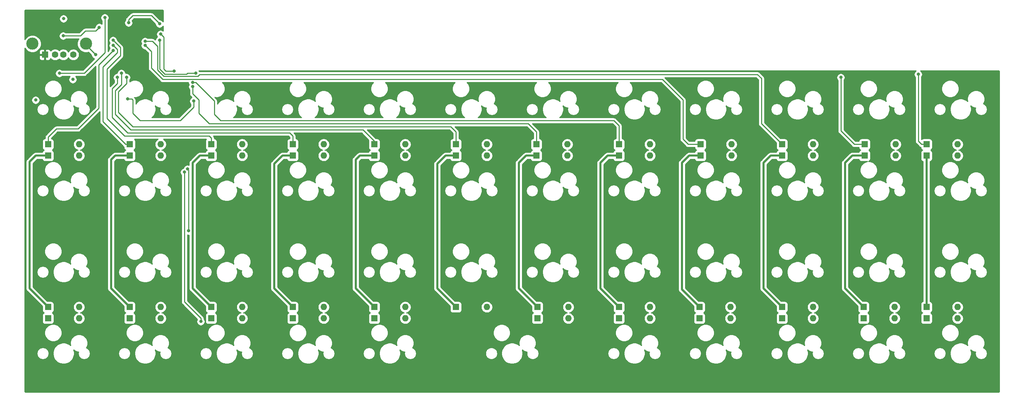
<source format=gbr>
G04 #@! TF.GenerationSoftware,KiCad,Pcbnew,5.1.12-84ad8e8a86~92~ubuntu20.04.1*
G04 #@! TF.CreationDate,2021-12-05T18:43:19-05:00*
G04 #@! TF.ProjectId,Keyboard_JPP,4b657962-6f61-4726-945f-4a50502e6b69,rev?*
G04 #@! TF.SameCoordinates,Original*
G04 #@! TF.FileFunction,Copper,L2,Bot*
G04 #@! TF.FilePolarity,Positive*
%FSLAX46Y46*%
G04 Gerber Fmt 4.6, Leading zero omitted, Abs format (unit mm)*
G04 Created by KiCad (PCBNEW 5.1.12-84ad8e8a86~92~ubuntu20.04.1) date 2021-12-05 18:43:19*
%MOMM*%
%LPD*%
G01*
G04 APERTURE LIST*
G04 #@! TA.AperFunction,ComponentPad*
%ADD10O,1.600000X1.600000*%
G04 #@! TD*
G04 #@! TA.AperFunction,ComponentPad*
%ADD11R,1.600000X1.600000*%
G04 #@! TD*
G04 #@! TA.AperFunction,ComponentPad*
%ADD12C,1.600000*%
G04 #@! TD*
G04 #@! TA.AperFunction,ComponentPad*
%ADD13R,1.600000X1.500000*%
G04 #@! TD*
G04 #@! TA.AperFunction,ComponentPad*
%ADD14C,3.000000*%
G04 #@! TD*
G04 #@! TA.AperFunction,ViaPad*
%ADD15C,0.800000*%
G04 #@! TD*
G04 #@! TA.AperFunction,Conductor*
%ADD16C,0.250000*%
G04 #@! TD*
G04 #@! TA.AperFunction,Conductor*
%ADD17C,0.500000*%
G04 #@! TD*
G04 #@! TA.AperFunction,Conductor*
%ADD18C,0.254000*%
G04 #@! TD*
G04 #@! TA.AperFunction,Conductor*
%ADD19C,0.100000*%
G04 #@! TD*
G04 APERTURE END LIST*
D10*
X161544000Y-109220000D03*
D11*
X153924000Y-109220000D03*
D10*
X141478000Y-69088000D03*
D11*
X133858000Y-69088000D03*
D12*
X39766000Y-46990000D03*
X37266000Y-46990000D03*
X35266000Y-46990000D03*
D13*
X32766000Y-46990000D03*
D14*
X42836000Y-44280000D03*
X29696000Y-44280000D03*
D10*
X41148000Y-112014000D03*
D11*
X33528000Y-112014000D03*
D10*
X41148000Y-109220000D03*
D11*
X33528000Y-109220000D03*
D10*
X41148000Y-71882000D03*
D11*
X33528000Y-71882000D03*
D10*
X41148000Y-69088000D03*
D11*
X33528000Y-69088000D03*
D10*
X61214000Y-112014000D03*
D11*
X53594000Y-112014000D03*
D10*
X61214000Y-109220000D03*
D11*
X53594000Y-109220000D03*
D10*
X61214000Y-71882000D03*
D11*
X53594000Y-71882000D03*
D10*
X61214000Y-69088000D03*
D11*
X53594000Y-69088000D03*
D10*
X81280000Y-112014000D03*
D11*
X73660000Y-112014000D03*
D10*
X81280000Y-109220000D03*
D11*
X73660000Y-109220000D03*
D10*
X81280000Y-71882000D03*
D11*
X73660000Y-71882000D03*
D10*
X81280000Y-69088000D03*
D11*
X73660000Y-69088000D03*
D10*
X101346000Y-112014000D03*
D11*
X93726000Y-112014000D03*
D10*
X101346000Y-109220000D03*
D11*
X93726000Y-109220000D03*
D10*
X101346000Y-71882000D03*
D11*
X93726000Y-71882000D03*
D10*
X101346000Y-69088000D03*
D11*
X93726000Y-69088000D03*
D10*
X121412000Y-112014000D03*
D11*
X113792000Y-112014000D03*
D10*
X121412000Y-109220000D03*
D11*
X113792000Y-109220000D03*
D10*
X121412000Y-71882000D03*
D11*
X113792000Y-71882000D03*
D10*
X121412000Y-69088000D03*
D11*
X113792000Y-69088000D03*
D10*
X141478000Y-109220000D03*
D11*
X133858000Y-109220000D03*
D10*
X141478000Y-71882000D03*
D11*
X133858000Y-71882000D03*
D10*
X161544000Y-112014000D03*
D11*
X153924000Y-112014000D03*
D10*
X161290000Y-71882000D03*
D11*
X153670000Y-71882000D03*
D10*
X161290000Y-69088000D03*
D11*
X153670000Y-69088000D03*
D10*
X181610000Y-112014000D03*
D11*
X173990000Y-112014000D03*
D10*
X181610000Y-109220000D03*
D11*
X173990000Y-109220000D03*
D10*
X181610000Y-71882000D03*
D11*
X173990000Y-71882000D03*
D10*
X181610000Y-69088000D03*
D11*
X173990000Y-69088000D03*
D10*
X201422000Y-112014000D03*
D11*
X193802000Y-112014000D03*
D10*
X201422000Y-109220000D03*
D11*
X193802000Y-109220000D03*
D10*
X201676000Y-71882000D03*
D11*
X194056000Y-71882000D03*
D10*
X201676000Y-69088000D03*
D11*
X194056000Y-69088000D03*
D10*
X221742000Y-112014000D03*
D11*
X214122000Y-112014000D03*
D10*
X221742000Y-109220000D03*
D11*
X214122000Y-109220000D03*
D10*
X221742000Y-71882000D03*
D11*
X214122000Y-71882000D03*
D10*
X221742000Y-69088000D03*
D11*
X214122000Y-69088000D03*
D10*
X241808000Y-112014000D03*
D11*
X234188000Y-112014000D03*
D10*
X241808000Y-109220000D03*
D11*
X234188000Y-109220000D03*
D10*
X242062000Y-71882000D03*
D11*
X234442000Y-71882000D03*
D10*
X242062000Y-69088000D03*
D11*
X234442000Y-69088000D03*
D10*
X257302000Y-112014000D03*
D11*
X249682000Y-112014000D03*
D10*
X257302000Y-109220000D03*
D11*
X249682000Y-109220000D03*
D10*
X257302000Y-71882000D03*
D11*
X249682000Y-71882000D03*
D10*
X257302000Y-69088000D03*
D11*
X249682000Y-69088000D03*
D15*
X69850000Y-51562000D03*
X39624000Y-53086000D03*
X45212000Y-46990000D03*
X37338000Y-38100000D03*
X49530000Y-43434000D03*
X49530000Y-44704000D03*
X49530000Y-45974000D03*
X57404000Y-47498000D03*
X60960000Y-43434000D03*
X57404000Y-43688000D03*
X61214000Y-41910000D03*
X56642000Y-39370000D03*
X60960000Y-39370000D03*
X53340000Y-39116000D03*
X49276000Y-40894000D03*
X52070000Y-39370000D03*
X36322000Y-51562000D03*
X47498000Y-37846000D03*
X51562000Y-51562000D03*
X50546000Y-52578000D03*
X64516000Y-51054000D03*
X69088000Y-54864000D03*
X228600000Y-52578000D03*
X68072000Y-90424000D03*
X67818000Y-75184000D03*
X71120000Y-112776000D03*
X247650000Y-51816000D03*
X57404000Y-44704000D03*
X69088000Y-53848000D03*
X52832000Y-52578000D03*
X37249000Y-42329000D03*
X46126000Y-40234000D03*
X30480000Y-58166000D03*
X53086000Y-57912000D03*
X69342000Y-58420000D03*
X67056000Y-75946000D03*
D16*
X42836000Y-44614000D02*
X42836000Y-44280000D01*
X45212000Y-46990000D02*
X42836000Y-44614000D01*
X60960000Y-39370000D02*
X58928000Y-37338000D01*
X58928000Y-37338000D02*
X54356000Y-37338000D01*
X53340000Y-38354000D02*
X53340000Y-39116000D01*
X54356000Y-37338000D02*
X53340000Y-38354000D01*
D17*
X249682000Y-71882000D02*
X249682000Y-109220000D01*
D16*
X249682000Y-69088000D02*
X248412000Y-69088000D01*
X248412000Y-69088000D02*
X247650000Y-68326000D01*
X247650000Y-68326000D02*
X247650000Y-52070000D01*
X247650000Y-52070000D02*
X247650000Y-51816000D01*
X247650000Y-51816000D02*
X247650000Y-51816000D01*
X247650000Y-51816000D02*
X247650000Y-51816000D01*
X64516000Y-51054000D02*
X62484000Y-51054000D01*
X62484000Y-51054000D02*
X61976000Y-50546000D01*
X61976000Y-42672000D02*
X61214000Y-41910000D01*
X61976000Y-50546000D02*
X61976000Y-42672000D01*
D17*
X234442000Y-71882000D02*
X231394000Y-71882000D01*
X231394000Y-71882000D02*
X229616000Y-73660000D01*
X229616000Y-104648000D02*
X234188000Y-109220000D01*
X229616000Y-73660000D02*
X229616000Y-104648000D01*
D16*
X231902000Y-69088000D02*
X234442000Y-69088000D01*
X228600000Y-65786000D02*
X231902000Y-69088000D01*
X228600000Y-52578000D02*
X228600000Y-65786000D01*
X60960000Y-43434000D02*
X60960000Y-50546000D01*
X60960000Y-50546000D02*
X62230000Y-51816000D01*
X62230000Y-51816000D02*
X67564000Y-51816000D01*
X67818000Y-51562000D02*
X69850000Y-51562000D01*
X67564000Y-51816000D02*
X67818000Y-51562000D01*
D17*
X214122000Y-71882000D02*
X211328000Y-71882000D01*
X211328000Y-71882000D02*
X209550000Y-73660000D01*
X209550000Y-104648000D02*
X214122000Y-109220000D01*
X209550000Y-73660000D02*
X209550000Y-104648000D01*
D16*
X60452000Y-44958000D02*
X59182000Y-43688000D01*
X60452000Y-50800000D02*
X60452000Y-44958000D01*
X61976000Y-52324000D02*
X60452000Y-50800000D01*
X208062999Y-51852999D02*
X70829001Y-51852999D01*
X59182000Y-43688000D02*
X57404000Y-43688000D01*
X209042000Y-52832000D02*
X208062999Y-51852999D01*
X70358000Y-52324000D02*
X61976000Y-52324000D01*
X70829001Y-51852999D02*
X70358000Y-52324000D01*
X209042000Y-64008000D02*
X209042000Y-52832000D01*
X214122000Y-69088000D02*
X209042000Y-64008000D01*
D17*
X194056000Y-71882000D02*
X191262000Y-71882000D01*
X191262000Y-71882000D02*
X189484000Y-73660000D01*
X189484000Y-104902000D02*
X193802000Y-109220000D01*
X189484000Y-73660000D02*
X189484000Y-104902000D01*
D16*
X61722000Y-53086000D02*
X58928000Y-50292000D01*
X58928000Y-46228000D02*
X57404000Y-44704000D01*
X184658000Y-53086000D02*
X61722000Y-53086000D01*
X189738000Y-58166000D02*
X184658000Y-53086000D01*
X189738000Y-67818000D02*
X189738000Y-58166000D01*
X58928000Y-50292000D02*
X58928000Y-46228000D01*
X191008000Y-69088000D02*
X189738000Y-67818000D01*
X194056000Y-69088000D02*
X191008000Y-69088000D01*
D17*
X173990000Y-71882000D02*
X171196000Y-71882000D01*
X171196000Y-71882000D02*
X169418000Y-73660000D01*
X169418000Y-104648000D02*
X173990000Y-109220000D01*
X169418000Y-73660000D02*
X169418000Y-104648000D01*
D16*
X173990000Y-64516000D02*
X173990000Y-69088000D01*
X74422000Y-61722000D02*
X75946000Y-63246000D01*
X75946000Y-63246000D02*
X172720000Y-63246000D01*
X172720000Y-63246000D02*
X173990000Y-64516000D01*
X69088000Y-53848000D02*
X69850000Y-53848000D01*
X69850000Y-53848000D02*
X74422000Y-58420000D01*
X74422000Y-58420000D02*
X74422000Y-61722000D01*
D17*
X149352000Y-104648000D02*
X153924000Y-109220000D01*
X149352000Y-73660000D02*
X149352000Y-104648000D01*
X151130000Y-71882000D02*
X149352000Y-73660000D01*
X153670000Y-71882000D02*
X151130000Y-71882000D01*
D16*
X153670000Y-66040000D02*
X153670000Y-69088000D01*
X151638000Y-64008000D02*
X153670000Y-66040000D01*
X70612000Y-61468000D02*
X73152000Y-64008000D01*
X70612000Y-58166000D02*
X70612000Y-61468000D01*
X69088000Y-56642000D02*
X70612000Y-58166000D01*
X73152000Y-64008000D02*
X151638000Y-64008000D01*
X69088000Y-54864000D02*
X69088000Y-56642000D01*
D17*
X133858000Y-71882000D02*
X131318000Y-71882000D01*
X131318000Y-71882000D02*
X129286000Y-73914000D01*
X129286000Y-104648000D02*
X133858000Y-109220000D01*
X129286000Y-73914000D02*
X129286000Y-104648000D01*
D16*
X133858000Y-66040000D02*
X133858000Y-69088000D01*
X50800000Y-56134000D02*
X50800000Y-61214000D01*
X132588000Y-64770000D02*
X133858000Y-66040000D01*
X50800000Y-61214000D02*
X54356000Y-64770000D01*
X54356000Y-64770000D02*
X132588000Y-64770000D01*
X52832000Y-54102000D02*
X52832000Y-52578000D01*
X50800000Y-56134000D02*
X52832000Y-54102000D01*
D17*
X113792000Y-71882000D02*
X110236000Y-71882000D01*
X110236000Y-71882000D02*
X109220000Y-72898000D01*
X109220000Y-104648000D02*
X113792000Y-109220000D01*
X109220000Y-72898000D02*
X109220000Y-104648000D01*
D16*
X51562000Y-54356000D02*
X51562000Y-51562000D01*
X50038000Y-55880000D02*
X51562000Y-54356000D01*
X50038000Y-61722000D02*
X50038000Y-55880000D01*
X53848000Y-65532000D02*
X50038000Y-61722000D01*
X110998000Y-65532000D02*
X53848000Y-65532000D01*
X113792000Y-68326000D02*
X110998000Y-65532000D01*
X113792000Y-69088000D02*
X113792000Y-68326000D01*
D17*
X93726000Y-71882000D02*
X91186000Y-71882000D01*
X91186000Y-71882000D02*
X89154000Y-73914000D01*
X89154000Y-104648000D02*
X93726000Y-109220000D01*
X89154000Y-73914000D02*
X89154000Y-104648000D01*
D16*
X93726000Y-69088000D02*
X93726000Y-68834000D01*
X92964000Y-66294000D02*
X93726000Y-67056000D01*
X93726000Y-67056000D02*
X93726000Y-69088000D01*
X53086000Y-66294000D02*
X92964000Y-66294000D01*
X49276000Y-62484000D02*
X53086000Y-66294000D01*
X49276000Y-55372000D02*
X49276000Y-62484000D01*
X50546000Y-54102000D02*
X49276000Y-55372000D01*
X50546000Y-52578000D02*
X50546000Y-54102000D01*
D17*
X69088000Y-104648000D02*
X73660000Y-109220000D01*
X69088000Y-73660000D02*
X69088000Y-104648000D01*
X70866000Y-71882000D02*
X69088000Y-73660000D01*
X73660000Y-71882000D02*
X70866000Y-71882000D01*
D16*
X73660000Y-67564000D02*
X73660000Y-69088000D01*
X73152000Y-67056000D02*
X73660000Y-67564000D01*
X52324000Y-67056000D02*
X73152000Y-67056000D01*
X48006000Y-62738000D02*
X52324000Y-67056000D01*
X48006000Y-50546000D02*
X48006000Y-62738000D01*
X51308000Y-47244000D02*
X48006000Y-50546000D01*
X51308000Y-45212000D02*
X51308000Y-47244000D01*
X49530000Y-43434000D02*
X51308000Y-45212000D01*
D17*
X49022000Y-104648000D02*
X53594000Y-109220000D01*
X49022000Y-72898000D02*
X49022000Y-104648000D01*
X50038000Y-71882000D02*
X49022000Y-72898000D01*
X53594000Y-71882000D02*
X50038000Y-71882000D01*
D16*
X50546000Y-45720000D02*
X49530000Y-44704000D01*
X50546000Y-46482000D02*
X50546000Y-45720000D01*
X46990000Y-50038000D02*
X50546000Y-46482000D01*
X46990000Y-63500000D02*
X46990000Y-50038000D01*
X52578000Y-69088000D02*
X46990000Y-63500000D01*
X53594000Y-69088000D02*
X52578000Y-69088000D01*
D17*
X28956000Y-104648000D02*
X33528000Y-109220000D01*
X30480000Y-71882000D02*
X28956000Y-73406000D01*
X28956000Y-73406000D02*
X28956000Y-104648000D01*
X33528000Y-71882000D02*
X30480000Y-71882000D01*
D16*
X33528000Y-69088000D02*
X33528000Y-67310000D01*
X33528000Y-67310000D02*
X35560000Y-65278000D01*
X35560000Y-65278000D02*
X40894000Y-65278000D01*
X40894000Y-65278000D02*
X45974000Y-60198000D01*
X45974000Y-49530000D02*
X49530000Y-45974000D01*
X45974000Y-60198000D02*
X45974000Y-49530000D01*
X37249000Y-42329000D02*
X41491000Y-42329000D01*
X41491000Y-42329000D02*
X42672000Y-41148000D01*
X45212000Y-41148000D02*
X46126000Y-40234000D01*
X42672000Y-41148000D02*
X45212000Y-41148000D01*
D17*
X30480000Y-58166000D02*
X30480000Y-58166000D01*
D16*
X36322000Y-51562000D02*
X42418000Y-51562000D01*
X42418000Y-51562000D02*
X47498000Y-46482000D01*
X47498000Y-46482000D02*
X47498000Y-37846000D01*
X66040000Y-63246000D02*
X69342000Y-59944000D01*
X54356000Y-61468000D02*
X56134000Y-63246000D01*
X69342000Y-59944000D02*
X69342000Y-58420000D01*
X54102000Y-57912000D02*
X54356000Y-58166000D01*
X56134000Y-63246000D02*
X66040000Y-63246000D01*
X54356000Y-58166000D02*
X54356000Y-61468000D01*
X53086000Y-57912000D02*
X54102000Y-57912000D01*
X68072000Y-75438000D02*
X67818000Y-75184000D01*
X68072000Y-90424000D02*
X68072000Y-75438000D01*
X71120000Y-112776000D02*
X71120000Y-112014000D01*
X71120000Y-112014000D02*
X67056000Y-107950000D01*
X67056000Y-107950000D02*
X67056000Y-75946000D01*
D18*
X61741197Y-35971047D02*
X61759662Y-35976622D01*
X61776694Y-35985678D01*
X61791643Y-35997870D01*
X61803938Y-36012732D01*
X61813111Y-36029696D01*
X61818817Y-36048129D01*
X61824000Y-36097446D01*
X61824000Y-38800117D01*
X61763937Y-38710226D01*
X61619774Y-38566063D01*
X61450256Y-38452795D01*
X61261898Y-38374774D01*
X61061939Y-38335000D01*
X60999802Y-38335000D01*
X59491804Y-36827003D01*
X59468001Y-36797999D01*
X59352276Y-36703026D01*
X59220247Y-36632454D01*
X59076986Y-36588997D01*
X58965333Y-36578000D01*
X58965322Y-36578000D01*
X58928000Y-36574324D01*
X58890678Y-36578000D01*
X54393322Y-36578000D01*
X54356000Y-36574324D01*
X54318677Y-36578000D01*
X54318667Y-36578000D01*
X54207014Y-36588997D01*
X54063753Y-36632454D01*
X53931723Y-36703026D01*
X53848083Y-36771668D01*
X53815999Y-36797999D01*
X53792201Y-36826997D01*
X52829002Y-37790196D01*
X52799999Y-37813999D01*
X52747474Y-37878001D01*
X52705026Y-37929724D01*
X52634455Y-38061753D01*
X52634454Y-38061754D01*
X52590997Y-38205015D01*
X52580000Y-38316668D01*
X52580000Y-38316678D01*
X52576324Y-38354000D01*
X52580000Y-38391322D01*
X52580000Y-38412289D01*
X52536063Y-38456226D01*
X52422795Y-38625744D01*
X52344774Y-38814102D01*
X52305000Y-39014061D01*
X52305000Y-39217939D01*
X52344774Y-39417898D01*
X52422795Y-39606256D01*
X52536063Y-39775774D01*
X52680226Y-39919937D01*
X52849744Y-40033205D01*
X53038102Y-40111226D01*
X53238061Y-40151000D01*
X53441939Y-40151000D01*
X53641898Y-40111226D01*
X53830256Y-40033205D01*
X53999774Y-39919937D01*
X54143937Y-39775774D01*
X54257205Y-39606256D01*
X54335226Y-39417898D01*
X54375000Y-39217939D01*
X54375000Y-39014061D01*
X54335226Y-38814102D01*
X54257205Y-38625744D01*
X54211484Y-38557317D01*
X54670802Y-38098000D01*
X58613199Y-38098000D01*
X59925000Y-39409802D01*
X59925000Y-39471939D01*
X59964774Y-39671898D01*
X60042795Y-39860256D01*
X60156063Y-40029774D01*
X60300226Y-40173937D01*
X60469744Y-40287205D01*
X60658102Y-40365226D01*
X60858061Y-40405000D01*
X61061939Y-40405000D01*
X61261898Y-40365226D01*
X61450256Y-40287205D01*
X61619774Y-40173937D01*
X61763937Y-40029774D01*
X61824000Y-39939883D01*
X61824000Y-41072805D01*
X61704256Y-40992795D01*
X61515898Y-40914774D01*
X61315939Y-40875000D01*
X61112061Y-40875000D01*
X60912102Y-40914774D01*
X60723744Y-40992795D01*
X60554226Y-41106063D01*
X60410063Y-41250226D01*
X60296795Y-41419744D01*
X60218774Y-41608102D01*
X60179000Y-41808061D01*
X60179000Y-42011939D01*
X60218774Y-42211898D01*
X60296795Y-42400256D01*
X60404011Y-42560716D01*
X60300226Y-42630063D01*
X60156063Y-42774226D01*
X60042795Y-42943744D01*
X59964774Y-43132102D01*
X59925000Y-43332061D01*
X59925000Y-43356199D01*
X59745804Y-43177003D01*
X59722001Y-43147999D01*
X59606276Y-43053026D01*
X59474247Y-42982454D01*
X59330986Y-42938997D01*
X59219333Y-42928000D01*
X59219322Y-42928000D01*
X59182000Y-42924324D01*
X59144678Y-42928000D01*
X58107711Y-42928000D01*
X58063774Y-42884063D01*
X57894256Y-42770795D01*
X57705898Y-42692774D01*
X57505939Y-42653000D01*
X57302061Y-42653000D01*
X57102102Y-42692774D01*
X56913744Y-42770795D01*
X56744226Y-42884063D01*
X56600063Y-43028226D01*
X56486795Y-43197744D01*
X56408774Y-43386102D01*
X56369000Y-43586061D01*
X56369000Y-43789939D01*
X56408774Y-43989898D01*
X56486795Y-44178256D01*
X56498651Y-44196000D01*
X56486795Y-44213744D01*
X56408774Y-44402102D01*
X56369000Y-44602061D01*
X56369000Y-44805939D01*
X56408774Y-45005898D01*
X56486795Y-45194256D01*
X56600063Y-45363774D01*
X56744226Y-45507937D01*
X56913744Y-45621205D01*
X57102102Y-45699226D01*
X57302061Y-45739000D01*
X57364198Y-45739000D01*
X58168001Y-46542804D01*
X58168000Y-50254677D01*
X58164324Y-50292000D01*
X58168000Y-50329322D01*
X58168000Y-50329332D01*
X58178997Y-50440985D01*
X58216174Y-50563543D01*
X58222454Y-50584246D01*
X58293026Y-50716276D01*
X58322428Y-50752102D01*
X58387999Y-50832001D01*
X58417003Y-50855804D01*
X61158200Y-53597002D01*
X61181999Y-53626001D01*
X61297724Y-53720974D01*
X61429753Y-53791546D01*
X61573014Y-53835003D01*
X61684667Y-53846000D01*
X61684675Y-53846000D01*
X61722000Y-53849676D01*
X61759325Y-53846000D01*
X68053000Y-53846000D01*
X68053000Y-53949939D01*
X68092774Y-54149898D01*
X68170795Y-54338256D01*
X68182651Y-54356000D01*
X68170795Y-54373744D01*
X68092774Y-54562102D01*
X68053000Y-54762061D01*
X68053000Y-54965939D01*
X68092774Y-55165898D01*
X68170795Y-55354256D01*
X68284063Y-55523774D01*
X68328000Y-55567711D01*
X68328001Y-56604668D01*
X68324324Y-56642000D01*
X68338998Y-56790985D01*
X68382454Y-56934246D01*
X68453026Y-57066276D01*
X68520362Y-57148324D01*
X68548000Y-57182001D01*
X68576998Y-57205799D01*
X68867477Y-57496278D01*
X68851744Y-57502795D01*
X68682226Y-57616063D01*
X68538063Y-57760226D01*
X68424795Y-57929744D01*
X68346774Y-58118102D01*
X68307000Y-58318061D01*
X68307000Y-58521939D01*
X68346774Y-58721898D01*
X68424795Y-58910256D01*
X68538063Y-59079774D01*
X68582001Y-59123712D01*
X68582000Y-59629198D01*
X65725199Y-62486000D01*
X59087826Y-62486000D01*
X59446000Y-62127826D01*
X59733701Y-61697251D01*
X59931873Y-61218822D01*
X60032900Y-60710924D01*
X60032900Y-60193076D01*
X59931873Y-59685178D01*
X59896292Y-59599279D01*
X60202698Y-59804012D01*
X60591244Y-59964953D01*
X61003721Y-60047000D01*
X61049549Y-60047000D01*
X60998100Y-60305652D01*
X60998100Y-60598348D01*
X61055202Y-60885421D01*
X61167212Y-61155838D01*
X61329826Y-61399206D01*
X61536794Y-61606174D01*
X61780162Y-61768788D01*
X62050579Y-61880798D01*
X62337652Y-61937900D01*
X62630348Y-61937900D01*
X62917421Y-61880798D01*
X63187838Y-61768788D01*
X63431206Y-61606174D01*
X63638174Y-61399206D01*
X63800788Y-61155838D01*
X63912798Y-60885421D01*
X63969900Y-60598348D01*
X63969900Y-60305652D01*
X63912798Y-60018579D01*
X63800788Y-59748162D01*
X63638174Y-59504794D01*
X63431206Y-59297826D01*
X63187838Y-59135212D01*
X63012850Y-59062730D01*
X63106012Y-58923302D01*
X63266953Y-58534756D01*
X63349000Y-58122279D01*
X63349000Y-57701721D01*
X63266953Y-57289244D01*
X63106012Y-56900698D01*
X62872363Y-56551017D01*
X62574983Y-56253637D01*
X62225302Y-56019988D01*
X61836756Y-55859047D01*
X61424279Y-55777000D01*
X61003721Y-55777000D01*
X60591244Y-55859047D01*
X60202698Y-56019988D01*
X59853017Y-56253637D01*
X59555637Y-56551017D01*
X59321988Y-56900698D01*
X59161047Y-57289244D01*
X59079000Y-57701721D01*
X59079000Y-58122279D01*
X59150237Y-58480411D01*
X59079826Y-58410000D01*
X58649251Y-58122299D01*
X58170822Y-57924127D01*
X57662924Y-57823100D01*
X57145076Y-57823100D01*
X56637178Y-57924127D01*
X56158749Y-58122299D01*
X55728174Y-58410000D01*
X55362000Y-58776174D01*
X55116000Y-59144339D01*
X55116000Y-58203322D01*
X55119676Y-58165999D01*
X55116000Y-58128676D01*
X55116000Y-58128667D01*
X55105003Y-58017014D01*
X55061546Y-57873753D01*
X54990974Y-57741724D01*
X54896001Y-57625999D01*
X54866998Y-57602197D01*
X54771801Y-57507000D01*
X55074279Y-57507000D01*
X55486756Y-57424953D01*
X55875302Y-57264012D01*
X56224983Y-57030363D01*
X56522363Y-56732983D01*
X56756012Y-56383302D01*
X56916953Y-55994756D01*
X56999000Y-55582279D01*
X56999000Y-55161721D01*
X56916953Y-54749244D01*
X56756012Y-54360698D01*
X56522363Y-54011017D01*
X56224983Y-53713637D01*
X55875302Y-53479988D01*
X55486756Y-53319047D01*
X55074279Y-53237000D01*
X54653721Y-53237000D01*
X54241244Y-53319047D01*
X53852698Y-53479988D01*
X53592000Y-53654181D01*
X53592000Y-53281711D01*
X53635937Y-53237774D01*
X53749205Y-53068256D01*
X53827226Y-52879898D01*
X53867000Y-52679939D01*
X53867000Y-52476061D01*
X53827226Y-52276102D01*
X53749205Y-52087744D01*
X53635937Y-51918226D01*
X53491774Y-51774063D01*
X53322256Y-51660795D01*
X53133898Y-51582774D01*
X52933939Y-51543000D01*
X52730061Y-51543000D01*
X52597000Y-51569467D01*
X52597000Y-51460061D01*
X52557226Y-51260102D01*
X52479205Y-51071744D01*
X52365937Y-50902226D01*
X52221774Y-50758063D01*
X52052256Y-50644795D01*
X51863898Y-50566774D01*
X51663939Y-50527000D01*
X51460061Y-50527000D01*
X51260102Y-50566774D01*
X51071744Y-50644795D01*
X50902226Y-50758063D01*
X50758063Y-50902226D01*
X50644795Y-51071744D01*
X50566774Y-51260102D01*
X50527000Y-51460061D01*
X50527000Y-51543000D01*
X50444061Y-51543000D01*
X50244102Y-51582774D01*
X50055744Y-51660795D01*
X49886226Y-51774063D01*
X49742063Y-51918226D01*
X49628795Y-52087744D01*
X49550774Y-52276102D01*
X49511000Y-52476061D01*
X49511000Y-52679939D01*
X49550774Y-52879898D01*
X49628795Y-53068256D01*
X49742063Y-53237774D01*
X49786000Y-53281711D01*
X49786001Y-53787197D01*
X48766000Y-54807199D01*
X48766000Y-50860801D01*
X51819003Y-47807799D01*
X51848001Y-47784001D01*
X51942974Y-47668276D01*
X52013546Y-47536247D01*
X52057003Y-47392986D01*
X52068000Y-47281333D01*
X52068000Y-47281324D01*
X52071676Y-47244001D01*
X52068000Y-47206678D01*
X52068000Y-45249325D01*
X52071676Y-45212000D01*
X52068000Y-45174675D01*
X52068000Y-45174667D01*
X52057003Y-45063014D01*
X52013546Y-44919753D01*
X51942974Y-44787724D01*
X51848001Y-44671999D01*
X51819004Y-44648202D01*
X50565000Y-43394199D01*
X50565000Y-43332061D01*
X50525226Y-43132102D01*
X50447205Y-42943744D01*
X50333937Y-42774226D01*
X50189774Y-42630063D01*
X50020256Y-42516795D01*
X49831898Y-42438774D01*
X49631939Y-42399000D01*
X49428061Y-42399000D01*
X49228102Y-42438774D01*
X49039744Y-42516795D01*
X48870226Y-42630063D01*
X48726063Y-42774226D01*
X48612795Y-42943744D01*
X48534774Y-43132102D01*
X48495000Y-43332061D01*
X48495000Y-43535939D01*
X48534774Y-43735898D01*
X48612795Y-43924256D01*
X48709510Y-44069000D01*
X48612795Y-44213744D01*
X48534774Y-44402102D01*
X48495000Y-44602061D01*
X48495000Y-44805939D01*
X48534774Y-45005898D01*
X48612795Y-45194256D01*
X48709510Y-45339000D01*
X48612795Y-45483744D01*
X48534774Y-45672102D01*
X48495000Y-45872061D01*
X48495000Y-45934197D01*
X48258000Y-46171197D01*
X48258000Y-38549711D01*
X48301937Y-38505774D01*
X48415205Y-38336256D01*
X48493226Y-38147898D01*
X48533000Y-37947939D01*
X48533000Y-37744061D01*
X48493226Y-37544102D01*
X48415205Y-37355744D01*
X48301937Y-37186226D01*
X48157774Y-37042063D01*
X47988256Y-36928795D01*
X47799898Y-36850774D01*
X47599939Y-36811000D01*
X47396061Y-36811000D01*
X47196102Y-36850774D01*
X47007744Y-36928795D01*
X46838226Y-37042063D01*
X46694063Y-37186226D01*
X46580795Y-37355744D01*
X46502774Y-37544102D01*
X46463000Y-37744061D01*
X46463000Y-37947939D01*
X46502774Y-38147898D01*
X46580795Y-38336256D01*
X46694063Y-38505774D01*
X46738001Y-38549712D01*
X46738001Y-39398142D01*
X46616256Y-39316795D01*
X46427898Y-39238774D01*
X46227939Y-39199000D01*
X46024061Y-39199000D01*
X45824102Y-39238774D01*
X45635744Y-39316795D01*
X45466226Y-39430063D01*
X45322063Y-39574226D01*
X45208795Y-39743744D01*
X45130774Y-39932102D01*
X45091000Y-40132061D01*
X45091000Y-40194199D01*
X44897199Y-40388000D01*
X42709322Y-40388000D01*
X42671999Y-40384324D01*
X42634676Y-40388000D01*
X42634667Y-40388000D01*
X42523014Y-40398997D01*
X42379753Y-40442454D01*
X42247724Y-40513026D01*
X42131999Y-40607999D01*
X42108201Y-40636997D01*
X41176199Y-41569000D01*
X37952711Y-41569000D01*
X37908774Y-41525063D01*
X37739256Y-41411795D01*
X37550898Y-41333774D01*
X37350939Y-41294000D01*
X37147061Y-41294000D01*
X36947102Y-41333774D01*
X36758744Y-41411795D01*
X36589226Y-41525063D01*
X36445063Y-41669226D01*
X36331795Y-41838744D01*
X36253774Y-42027102D01*
X36214000Y-42227061D01*
X36214000Y-42430939D01*
X36253774Y-42630898D01*
X36331795Y-42819256D01*
X36445063Y-42988774D01*
X36589226Y-43132937D01*
X36758744Y-43246205D01*
X36947102Y-43324226D01*
X37147061Y-43364000D01*
X37350939Y-43364000D01*
X37550898Y-43324226D01*
X37739256Y-43246205D01*
X37908774Y-43132937D01*
X37952711Y-43089000D01*
X41064058Y-43089000D01*
X40943988Y-43268698D01*
X40783047Y-43657244D01*
X40701000Y-44069721D01*
X40701000Y-44490279D01*
X40783047Y-44902756D01*
X40943988Y-45291302D01*
X41177637Y-45640983D01*
X41475017Y-45938363D01*
X41824698Y-46172012D01*
X42213244Y-46332953D01*
X42625721Y-46415000D01*
X43046279Y-46415000D01*
X43458756Y-46332953D01*
X43473885Y-46326687D01*
X44177000Y-47029803D01*
X44177000Y-47091939D01*
X44216774Y-47291898D01*
X44294795Y-47480256D01*
X44408063Y-47649774D01*
X44552226Y-47793937D01*
X44721744Y-47907205D01*
X44910102Y-47985226D01*
X44918335Y-47986864D01*
X42103199Y-50802000D01*
X37025711Y-50802000D01*
X36981774Y-50758063D01*
X36812256Y-50644795D01*
X36623898Y-50566774D01*
X36423939Y-50527000D01*
X36220061Y-50527000D01*
X36020102Y-50566774D01*
X35831744Y-50644795D01*
X35662226Y-50758063D01*
X35518063Y-50902226D01*
X35404795Y-51071744D01*
X35326774Y-51260102D01*
X35287000Y-51460061D01*
X35287000Y-51663939D01*
X35326774Y-51863898D01*
X35404795Y-52052256D01*
X35518063Y-52221774D01*
X35662226Y-52365937D01*
X35831744Y-52479205D01*
X36020102Y-52557226D01*
X36220061Y-52597000D01*
X36423939Y-52597000D01*
X36623898Y-52557226D01*
X36812256Y-52479205D01*
X36981774Y-52365937D01*
X37025711Y-52322000D01*
X38924289Y-52322000D01*
X38820063Y-52426226D01*
X38706795Y-52595744D01*
X38628774Y-52784102D01*
X38589000Y-52984061D01*
X38589000Y-53187939D01*
X38628774Y-53387898D01*
X38706795Y-53576256D01*
X38820063Y-53745774D01*
X38964226Y-53889937D01*
X39133744Y-54003205D01*
X39322102Y-54081226D01*
X39522061Y-54121000D01*
X39725939Y-54121000D01*
X39925898Y-54081226D01*
X40114256Y-54003205D01*
X40283774Y-53889937D01*
X40427937Y-53745774D01*
X40541205Y-53576256D01*
X40619226Y-53387898D01*
X40659000Y-53187939D01*
X40659000Y-52984061D01*
X40619226Y-52784102D01*
X40541205Y-52595744D01*
X40427937Y-52426226D01*
X40323711Y-52322000D01*
X42380678Y-52322000D01*
X42418000Y-52325676D01*
X42455322Y-52322000D01*
X42455333Y-52322000D01*
X42566986Y-52311003D01*
X42710247Y-52267546D01*
X42842276Y-52196974D01*
X42958001Y-52102001D01*
X42981804Y-52072997D01*
X45214001Y-49840800D01*
X45214000Y-59883198D01*
X40579199Y-64518000D01*
X35597323Y-64518000D01*
X35560000Y-64514324D01*
X35522677Y-64518000D01*
X35522667Y-64518000D01*
X35411014Y-64528997D01*
X35269912Y-64571799D01*
X35267753Y-64572454D01*
X35135723Y-64643026D01*
X35052083Y-64711668D01*
X35019999Y-64737999D01*
X34996201Y-64766997D01*
X33016998Y-66746201D01*
X32988000Y-66769999D01*
X32964202Y-66798997D01*
X32964201Y-66798998D01*
X32893026Y-66885724D01*
X32822454Y-67017754D01*
X32806910Y-67068998D01*
X32785457Y-67139723D01*
X32778998Y-67161015D01*
X32764324Y-67310000D01*
X32768001Y-67347332D01*
X32768001Y-67649928D01*
X32728000Y-67649928D01*
X32603518Y-67662188D01*
X32483820Y-67698498D01*
X32373506Y-67757463D01*
X32276815Y-67836815D01*
X32197463Y-67933506D01*
X32138498Y-68043820D01*
X32102188Y-68163518D01*
X32089928Y-68288000D01*
X32089928Y-69888000D01*
X32102188Y-70012482D01*
X32138498Y-70132180D01*
X32197463Y-70242494D01*
X32276815Y-70339185D01*
X32373506Y-70418537D01*
X32483820Y-70477502D01*
X32508538Y-70485000D01*
X32483820Y-70492498D01*
X32373506Y-70551463D01*
X32276815Y-70630815D01*
X32197463Y-70727506D01*
X32138498Y-70837820D01*
X32102188Y-70957518D01*
X32098299Y-70997000D01*
X30523465Y-70997000D01*
X30479999Y-70992719D01*
X30436533Y-70997000D01*
X30436523Y-70997000D01*
X30306510Y-71009805D01*
X30139687Y-71060411D01*
X29985941Y-71142589D01*
X29985939Y-71142590D01*
X29985940Y-71142590D01*
X29884953Y-71225468D01*
X29884951Y-71225470D01*
X29851183Y-71253183D01*
X29823470Y-71286951D01*
X28360956Y-72749466D01*
X28327183Y-72777183D01*
X28216589Y-72911942D01*
X28134411Y-73065688D01*
X28103999Y-73165941D01*
X28083805Y-73232510D01*
X28082212Y-73248686D01*
X28071000Y-73362524D01*
X28071000Y-73362531D01*
X28066719Y-73406000D01*
X28071000Y-73449469D01*
X28071001Y-104604521D01*
X28066719Y-104648000D01*
X28083805Y-104821490D01*
X28134412Y-104988313D01*
X28216590Y-105142059D01*
X28299468Y-105243046D01*
X28299471Y-105243049D01*
X28327184Y-105276817D01*
X28360952Y-105304530D01*
X32089928Y-109033507D01*
X32089928Y-110020000D01*
X32102188Y-110144482D01*
X32138498Y-110264180D01*
X32197463Y-110374494D01*
X32276815Y-110471185D01*
X32373506Y-110550537D01*
X32483820Y-110609502D01*
X32508538Y-110617000D01*
X32483820Y-110624498D01*
X32373506Y-110683463D01*
X32276815Y-110762815D01*
X32197463Y-110859506D01*
X32138498Y-110969820D01*
X32102188Y-111089518D01*
X32089928Y-111214000D01*
X32089928Y-112814000D01*
X32102188Y-112938482D01*
X32138498Y-113058180D01*
X32197463Y-113168494D01*
X32276815Y-113265185D01*
X32373506Y-113344537D01*
X32483820Y-113403502D01*
X32603518Y-113439812D01*
X32728000Y-113452072D01*
X34328000Y-113452072D01*
X34452482Y-113439812D01*
X34572180Y-113403502D01*
X34682494Y-113344537D01*
X34779185Y-113265185D01*
X34858537Y-113168494D01*
X34917502Y-113058180D01*
X34953812Y-112938482D01*
X34966072Y-112814000D01*
X34966072Y-111214000D01*
X34953812Y-111089518D01*
X34917502Y-110969820D01*
X34858537Y-110859506D01*
X34779185Y-110762815D01*
X34682494Y-110683463D01*
X34572180Y-110624498D01*
X34547462Y-110617000D01*
X34572180Y-110609502D01*
X34682494Y-110550537D01*
X34779185Y-110471185D01*
X34858537Y-110374494D01*
X34917502Y-110264180D01*
X34953812Y-110144482D01*
X34966072Y-110020000D01*
X34966072Y-109078665D01*
X39713000Y-109078665D01*
X39713000Y-109361335D01*
X39768147Y-109638574D01*
X39876320Y-109899727D01*
X40033363Y-110134759D01*
X40233241Y-110334637D01*
X40468273Y-110491680D01*
X40729426Y-110599853D01*
X40815629Y-110617000D01*
X40729426Y-110634147D01*
X40468273Y-110742320D01*
X40233241Y-110899363D01*
X40033363Y-111099241D01*
X39876320Y-111334273D01*
X39768147Y-111595426D01*
X39713000Y-111872665D01*
X39713000Y-112155335D01*
X39768147Y-112432574D01*
X39876320Y-112693727D01*
X40033363Y-112928759D01*
X40233241Y-113128637D01*
X40468273Y-113285680D01*
X40729426Y-113393853D01*
X41006665Y-113449000D01*
X41289335Y-113449000D01*
X41566574Y-113393853D01*
X41827727Y-113285680D01*
X42062759Y-113128637D01*
X42262637Y-112928759D01*
X42419680Y-112693727D01*
X42527853Y-112432574D01*
X42583000Y-112155335D01*
X42583000Y-111872665D01*
X42527853Y-111595426D01*
X42419680Y-111334273D01*
X42262637Y-111099241D01*
X42062759Y-110899363D01*
X41827727Y-110742320D01*
X41566574Y-110634147D01*
X41480371Y-110617000D01*
X41566574Y-110599853D01*
X41827727Y-110491680D01*
X42062759Y-110334637D01*
X42262637Y-110134759D01*
X42419680Y-109899727D01*
X42527853Y-109638574D01*
X42583000Y-109361335D01*
X42583000Y-109078665D01*
X42527853Y-108801426D01*
X42419680Y-108540273D01*
X42262637Y-108305241D01*
X42062759Y-108105363D01*
X41827727Y-107948320D01*
X41566574Y-107840147D01*
X41289335Y-107785000D01*
X41006665Y-107785000D01*
X40729426Y-107840147D01*
X40468273Y-107948320D01*
X40233241Y-108105363D01*
X40033363Y-108305241D01*
X39876320Y-108540273D01*
X39768147Y-108801426D01*
X39713000Y-109078665D01*
X34966072Y-109078665D01*
X34966072Y-108420000D01*
X34953812Y-108295518D01*
X34917502Y-108175820D01*
X34858537Y-108065506D01*
X34779185Y-107968815D01*
X34682494Y-107889463D01*
X34572180Y-107830498D01*
X34452482Y-107794188D01*
X34328000Y-107781928D01*
X33341507Y-107781928D01*
X29841000Y-104281422D01*
X29841000Y-100437652D01*
X30772100Y-100437652D01*
X30772100Y-100730348D01*
X30829202Y-101017421D01*
X30941212Y-101287838D01*
X31103826Y-101531206D01*
X31310794Y-101738174D01*
X31554162Y-101900788D01*
X31824579Y-102012798D01*
X32111652Y-102069900D01*
X32404348Y-102069900D01*
X32691421Y-102012798D01*
X32961838Y-101900788D01*
X33205206Y-101738174D01*
X33412174Y-101531206D01*
X33574788Y-101287838D01*
X33686798Y-101017421D01*
X33743900Y-100730348D01*
X33743900Y-100437652D01*
X33721508Y-100325076D01*
X34709100Y-100325076D01*
X34709100Y-100842924D01*
X34810127Y-101350822D01*
X35008299Y-101829251D01*
X35296000Y-102259826D01*
X35662174Y-102626000D01*
X36092749Y-102913701D01*
X36571178Y-103111873D01*
X37079076Y-103212900D01*
X37596924Y-103212900D01*
X38104822Y-103111873D01*
X38583251Y-102913701D01*
X39013826Y-102626000D01*
X39380000Y-102259826D01*
X39667701Y-101829251D01*
X39865873Y-101350822D01*
X39966900Y-100842924D01*
X39966900Y-100325076D01*
X39865873Y-99817178D01*
X39830292Y-99731279D01*
X40136698Y-99936012D01*
X40525244Y-100096953D01*
X40937721Y-100179000D01*
X40983549Y-100179000D01*
X40932100Y-100437652D01*
X40932100Y-100730348D01*
X40989202Y-101017421D01*
X41101212Y-101287838D01*
X41263826Y-101531206D01*
X41470794Y-101738174D01*
X41714162Y-101900788D01*
X41984579Y-102012798D01*
X42271652Y-102069900D01*
X42564348Y-102069900D01*
X42851421Y-102012798D01*
X43121838Y-101900788D01*
X43365206Y-101738174D01*
X43572174Y-101531206D01*
X43734788Y-101287838D01*
X43846798Y-101017421D01*
X43903900Y-100730348D01*
X43903900Y-100437652D01*
X43846798Y-100150579D01*
X43734788Y-99880162D01*
X43572174Y-99636794D01*
X43365206Y-99429826D01*
X43121838Y-99267212D01*
X42946850Y-99194730D01*
X43040012Y-99055302D01*
X43200953Y-98666756D01*
X43283000Y-98254279D01*
X43283000Y-97833721D01*
X43200953Y-97421244D01*
X43040012Y-97032698D01*
X42806363Y-96683017D01*
X42508983Y-96385637D01*
X42159302Y-96151988D01*
X41770756Y-95991047D01*
X41358279Y-95909000D01*
X40937721Y-95909000D01*
X40525244Y-95991047D01*
X40136698Y-96151988D01*
X39787017Y-96385637D01*
X39489637Y-96683017D01*
X39255988Y-97032698D01*
X39095047Y-97421244D01*
X39013000Y-97833721D01*
X39013000Y-98254279D01*
X39084237Y-98612411D01*
X39013826Y-98542000D01*
X38583251Y-98254299D01*
X38104822Y-98056127D01*
X37596924Y-97955100D01*
X37079076Y-97955100D01*
X36571178Y-98056127D01*
X36092749Y-98254299D01*
X35662174Y-98542000D01*
X35296000Y-98908174D01*
X35008299Y-99338749D01*
X34810127Y-99817178D01*
X34709100Y-100325076D01*
X33721508Y-100325076D01*
X33686798Y-100150579D01*
X33574788Y-99880162D01*
X33412174Y-99636794D01*
X33205206Y-99429826D01*
X32961838Y-99267212D01*
X32691421Y-99155202D01*
X32404348Y-99098100D01*
X32111652Y-99098100D01*
X31824579Y-99155202D01*
X31554162Y-99267212D01*
X31310794Y-99429826D01*
X31103826Y-99636794D01*
X30941212Y-99880162D01*
X30829202Y-100150579D01*
X30772100Y-100437652D01*
X29841000Y-100437652D01*
X29841000Y-95293721D01*
X32663000Y-95293721D01*
X32663000Y-95714279D01*
X32745047Y-96126756D01*
X32905988Y-96515302D01*
X33139637Y-96864983D01*
X33437017Y-97162363D01*
X33786698Y-97396012D01*
X34175244Y-97556953D01*
X34587721Y-97639000D01*
X35008279Y-97639000D01*
X35420756Y-97556953D01*
X35809302Y-97396012D01*
X36158983Y-97162363D01*
X36456363Y-96864983D01*
X36690012Y-96515302D01*
X36850953Y-96126756D01*
X36933000Y-95714279D01*
X36933000Y-95293721D01*
X36850953Y-94881244D01*
X36690012Y-94492698D01*
X36456363Y-94143017D01*
X36158983Y-93845637D01*
X35809302Y-93611988D01*
X35420756Y-93451047D01*
X35008279Y-93369000D01*
X34587721Y-93369000D01*
X34175244Y-93451047D01*
X33786698Y-93611988D01*
X33437017Y-93845637D01*
X33139637Y-94143017D01*
X32905988Y-94492698D01*
X32745047Y-94881244D01*
X32663000Y-95293721D01*
X29841000Y-95293721D01*
X29841000Y-80371652D01*
X30772100Y-80371652D01*
X30772100Y-80664348D01*
X30829202Y-80951421D01*
X30941212Y-81221838D01*
X31103826Y-81465206D01*
X31310794Y-81672174D01*
X31554162Y-81834788D01*
X31824579Y-81946798D01*
X32111652Y-82003900D01*
X32404348Y-82003900D01*
X32691421Y-81946798D01*
X32961838Y-81834788D01*
X33205206Y-81672174D01*
X33412174Y-81465206D01*
X33574788Y-81221838D01*
X33686798Y-80951421D01*
X33743900Y-80664348D01*
X33743900Y-80371652D01*
X33721508Y-80259076D01*
X34709100Y-80259076D01*
X34709100Y-80776924D01*
X34810127Y-81284822D01*
X35008299Y-81763251D01*
X35296000Y-82193826D01*
X35662174Y-82560000D01*
X36092749Y-82847701D01*
X36571178Y-83045873D01*
X37079076Y-83146900D01*
X37596924Y-83146900D01*
X38104822Y-83045873D01*
X38583251Y-82847701D01*
X39013826Y-82560000D01*
X39380000Y-82193826D01*
X39667701Y-81763251D01*
X39865873Y-81284822D01*
X39966900Y-80776924D01*
X39966900Y-80259076D01*
X39865873Y-79751178D01*
X39830292Y-79665279D01*
X40136698Y-79870012D01*
X40525244Y-80030953D01*
X40937721Y-80113000D01*
X40983549Y-80113000D01*
X40932100Y-80371652D01*
X40932100Y-80664348D01*
X40989202Y-80951421D01*
X41101212Y-81221838D01*
X41263826Y-81465206D01*
X41470794Y-81672174D01*
X41714162Y-81834788D01*
X41984579Y-81946798D01*
X42271652Y-82003900D01*
X42564348Y-82003900D01*
X42851421Y-81946798D01*
X43121838Y-81834788D01*
X43365206Y-81672174D01*
X43572174Y-81465206D01*
X43734788Y-81221838D01*
X43846798Y-80951421D01*
X43903900Y-80664348D01*
X43903900Y-80371652D01*
X43846798Y-80084579D01*
X43734788Y-79814162D01*
X43572174Y-79570794D01*
X43365206Y-79363826D01*
X43121838Y-79201212D01*
X42946850Y-79128730D01*
X43040012Y-78989302D01*
X43200953Y-78600756D01*
X43283000Y-78188279D01*
X43283000Y-77767721D01*
X43200953Y-77355244D01*
X43040012Y-76966698D01*
X42806363Y-76617017D01*
X42508983Y-76319637D01*
X42159302Y-76085988D01*
X41770756Y-75925047D01*
X41358279Y-75843000D01*
X40937721Y-75843000D01*
X40525244Y-75925047D01*
X40136698Y-76085988D01*
X39787017Y-76319637D01*
X39489637Y-76617017D01*
X39255988Y-76966698D01*
X39095047Y-77355244D01*
X39013000Y-77767721D01*
X39013000Y-78188279D01*
X39084237Y-78546411D01*
X39013826Y-78476000D01*
X38583251Y-78188299D01*
X38104822Y-77990127D01*
X37596924Y-77889100D01*
X37079076Y-77889100D01*
X36571178Y-77990127D01*
X36092749Y-78188299D01*
X35662174Y-78476000D01*
X35296000Y-78842174D01*
X35008299Y-79272749D01*
X34810127Y-79751178D01*
X34709100Y-80259076D01*
X33721508Y-80259076D01*
X33686798Y-80084579D01*
X33574788Y-79814162D01*
X33412174Y-79570794D01*
X33205206Y-79363826D01*
X32961838Y-79201212D01*
X32691421Y-79089202D01*
X32404348Y-79032100D01*
X32111652Y-79032100D01*
X31824579Y-79089202D01*
X31554162Y-79201212D01*
X31310794Y-79363826D01*
X31103826Y-79570794D01*
X30941212Y-79814162D01*
X30829202Y-80084579D01*
X30772100Y-80371652D01*
X29841000Y-80371652D01*
X29841000Y-75227721D01*
X32663000Y-75227721D01*
X32663000Y-75648279D01*
X32745047Y-76060756D01*
X32905988Y-76449302D01*
X33139637Y-76798983D01*
X33437017Y-77096363D01*
X33786698Y-77330012D01*
X34175244Y-77490953D01*
X34587721Y-77573000D01*
X35008279Y-77573000D01*
X35420756Y-77490953D01*
X35809302Y-77330012D01*
X36158983Y-77096363D01*
X36456363Y-76798983D01*
X36690012Y-76449302D01*
X36850953Y-76060756D01*
X36933000Y-75648279D01*
X36933000Y-75227721D01*
X36850953Y-74815244D01*
X36690012Y-74426698D01*
X36456363Y-74077017D01*
X36158983Y-73779637D01*
X35809302Y-73545988D01*
X35420756Y-73385047D01*
X35008279Y-73303000D01*
X34587721Y-73303000D01*
X34175244Y-73385047D01*
X33786698Y-73545988D01*
X33437017Y-73779637D01*
X33139637Y-74077017D01*
X32905988Y-74426698D01*
X32745047Y-74815244D01*
X32663000Y-75227721D01*
X29841000Y-75227721D01*
X29841000Y-73772578D01*
X30846579Y-72767000D01*
X32098299Y-72767000D01*
X32102188Y-72806482D01*
X32138498Y-72926180D01*
X32197463Y-73036494D01*
X32276815Y-73133185D01*
X32373506Y-73212537D01*
X32483820Y-73271502D01*
X32603518Y-73307812D01*
X32728000Y-73320072D01*
X34328000Y-73320072D01*
X34452482Y-73307812D01*
X34572180Y-73271502D01*
X34682494Y-73212537D01*
X34779185Y-73133185D01*
X34858537Y-73036494D01*
X34917502Y-72926180D01*
X34953812Y-72806482D01*
X34966072Y-72682000D01*
X34966072Y-71082000D01*
X34953812Y-70957518D01*
X34917502Y-70837820D01*
X34858537Y-70727506D01*
X34779185Y-70630815D01*
X34682494Y-70551463D01*
X34572180Y-70492498D01*
X34547462Y-70485000D01*
X34572180Y-70477502D01*
X34682494Y-70418537D01*
X34779185Y-70339185D01*
X34858537Y-70242494D01*
X34917502Y-70132180D01*
X34953812Y-70012482D01*
X34966072Y-69888000D01*
X34966072Y-68946665D01*
X39713000Y-68946665D01*
X39713000Y-69229335D01*
X39768147Y-69506574D01*
X39876320Y-69767727D01*
X40033363Y-70002759D01*
X40233241Y-70202637D01*
X40468273Y-70359680D01*
X40729426Y-70467853D01*
X40815629Y-70485000D01*
X40729426Y-70502147D01*
X40468273Y-70610320D01*
X40233241Y-70767363D01*
X40033363Y-70967241D01*
X39876320Y-71202273D01*
X39768147Y-71463426D01*
X39713000Y-71740665D01*
X39713000Y-72023335D01*
X39768147Y-72300574D01*
X39876320Y-72561727D01*
X40033363Y-72796759D01*
X40233241Y-72996637D01*
X40468273Y-73153680D01*
X40729426Y-73261853D01*
X41006665Y-73317000D01*
X41289335Y-73317000D01*
X41566574Y-73261853D01*
X41827727Y-73153680D01*
X42062759Y-72996637D01*
X42262637Y-72796759D01*
X42419680Y-72561727D01*
X42527853Y-72300574D01*
X42583000Y-72023335D01*
X42583000Y-71740665D01*
X42527853Y-71463426D01*
X42419680Y-71202273D01*
X42262637Y-70967241D01*
X42062759Y-70767363D01*
X41827727Y-70610320D01*
X41566574Y-70502147D01*
X41480371Y-70485000D01*
X41566574Y-70467853D01*
X41827727Y-70359680D01*
X42062759Y-70202637D01*
X42262637Y-70002759D01*
X42419680Y-69767727D01*
X42527853Y-69506574D01*
X42583000Y-69229335D01*
X42583000Y-68946665D01*
X42527853Y-68669426D01*
X42419680Y-68408273D01*
X42262637Y-68173241D01*
X42062759Y-67973363D01*
X41827727Y-67816320D01*
X41566574Y-67708147D01*
X41289335Y-67653000D01*
X41006665Y-67653000D01*
X40729426Y-67708147D01*
X40468273Y-67816320D01*
X40233241Y-67973363D01*
X40033363Y-68173241D01*
X39876320Y-68408273D01*
X39768147Y-68669426D01*
X39713000Y-68946665D01*
X34966072Y-68946665D01*
X34966072Y-68288000D01*
X34953812Y-68163518D01*
X34917502Y-68043820D01*
X34858537Y-67933506D01*
X34779185Y-67836815D01*
X34682494Y-67757463D01*
X34572180Y-67698498D01*
X34452482Y-67662188D01*
X34328000Y-67649928D01*
X34288000Y-67649928D01*
X34288000Y-67624801D01*
X35874802Y-66038000D01*
X40856678Y-66038000D01*
X40894000Y-66041676D01*
X40931322Y-66038000D01*
X40931333Y-66038000D01*
X41042986Y-66027003D01*
X41186247Y-65983546D01*
X41318276Y-65912974D01*
X41434001Y-65818001D01*
X41457804Y-65788997D01*
X46230000Y-61016802D01*
X46230000Y-63462678D01*
X46226324Y-63500000D01*
X46230000Y-63537322D01*
X46230000Y-63537332D01*
X46240997Y-63648985D01*
X46261251Y-63715753D01*
X46284454Y-63792246D01*
X46355026Y-63924276D01*
X46394871Y-63972826D01*
X46449999Y-64040001D01*
X46479003Y-64063804D01*
X52014205Y-69599008D01*
X52037999Y-69628001D01*
X52066992Y-69651795D01*
X52066996Y-69651799D01*
X52137685Y-69709811D01*
X52153724Y-69722974D01*
X52155928Y-69724152D01*
X52155928Y-69888000D01*
X52168188Y-70012482D01*
X52204498Y-70132180D01*
X52263463Y-70242494D01*
X52342815Y-70339185D01*
X52439506Y-70418537D01*
X52549820Y-70477502D01*
X52574538Y-70485000D01*
X52549820Y-70492498D01*
X52439506Y-70551463D01*
X52342815Y-70630815D01*
X52263463Y-70727506D01*
X52204498Y-70837820D01*
X52168188Y-70957518D01*
X52164299Y-70997000D01*
X50081469Y-70997000D01*
X50038000Y-70992719D01*
X49994531Y-70997000D01*
X49994523Y-70997000D01*
X49879306Y-71008348D01*
X49864509Y-71009805D01*
X49813903Y-71025157D01*
X49697687Y-71060411D01*
X49543941Y-71142589D01*
X49543939Y-71142590D01*
X49543940Y-71142590D01*
X49442953Y-71225468D01*
X49442951Y-71225470D01*
X49409183Y-71253183D01*
X49381470Y-71286951D01*
X48426956Y-72241466D01*
X48393183Y-72269183D01*
X48282589Y-72403942D01*
X48200411Y-72557688D01*
X48149805Y-72724511D01*
X48137000Y-72854524D01*
X48137000Y-72854531D01*
X48132719Y-72898000D01*
X48137000Y-72941469D01*
X48137001Y-104604521D01*
X48132719Y-104648000D01*
X48149805Y-104821490D01*
X48200412Y-104988313D01*
X48282590Y-105142059D01*
X48365468Y-105243046D01*
X48365471Y-105243049D01*
X48393184Y-105276817D01*
X48426952Y-105304530D01*
X52155928Y-109033507D01*
X52155928Y-110020000D01*
X52168188Y-110144482D01*
X52204498Y-110264180D01*
X52263463Y-110374494D01*
X52342815Y-110471185D01*
X52439506Y-110550537D01*
X52549820Y-110609502D01*
X52574538Y-110617000D01*
X52549820Y-110624498D01*
X52439506Y-110683463D01*
X52342815Y-110762815D01*
X52263463Y-110859506D01*
X52204498Y-110969820D01*
X52168188Y-111089518D01*
X52155928Y-111214000D01*
X52155928Y-112814000D01*
X52168188Y-112938482D01*
X52204498Y-113058180D01*
X52263463Y-113168494D01*
X52342815Y-113265185D01*
X52439506Y-113344537D01*
X52549820Y-113403502D01*
X52669518Y-113439812D01*
X52794000Y-113452072D01*
X54394000Y-113452072D01*
X54518482Y-113439812D01*
X54638180Y-113403502D01*
X54748494Y-113344537D01*
X54845185Y-113265185D01*
X54924537Y-113168494D01*
X54983502Y-113058180D01*
X55019812Y-112938482D01*
X55032072Y-112814000D01*
X55032072Y-111214000D01*
X55019812Y-111089518D01*
X54983502Y-110969820D01*
X54924537Y-110859506D01*
X54845185Y-110762815D01*
X54748494Y-110683463D01*
X54638180Y-110624498D01*
X54613462Y-110617000D01*
X54638180Y-110609502D01*
X54748494Y-110550537D01*
X54845185Y-110471185D01*
X54924537Y-110374494D01*
X54983502Y-110264180D01*
X55019812Y-110144482D01*
X55032072Y-110020000D01*
X55032072Y-109078665D01*
X59779000Y-109078665D01*
X59779000Y-109361335D01*
X59834147Y-109638574D01*
X59942320Y-109899727D01*
X60099363Y-110134759D01*
X60299241Y-110334637D01*
X60534273Y-110491680D01*
X60795426Y-110599853D01*
X60881629Y-110617000D01*
X60795426Y-110634147D01*
X60534273Y-110742320D01*
X60299241Y-110899363D01*
X60099363Y-111099241D01*
X59942320Y-111334273D01*
X59834147Y-111595426D01*
X59779000Y-111872665D01*
X59779000Y-112155335D01*
X59834147Y-112432574D01*
X59942320Y-112693727D01*
X60099363Y-112928759D01*
X60299241Y-113128637D01*
X60534273Y-113285680D01*
X60795426Y-113393853D01*
X61072665Y-113449000D01*
X61355335Y-113449000D01*
X61632574Y-113393853D01*
X61893727Y-113285680D01*
X62128759Y-113128637D01*
X62328637Y-112928759D01*
X62485680Y-112693727D01*
X62593853Y-112432574D01*
X62649000Y-112155335D01*
X62649000Y-111872665D01*
X62593853Y-111595426D01*
X62485680Y-111334273D01*
X62328637Y-111099241D01*
X62128759Y-110899363D01*
X61893727Y-110742320D01*
X61632574Y-110634147D01*
X61546371Y-110617000D01*
X61632574Y-110599853D01*
X61893727Y-110491680D01*
X62128759Y-110334637D01*
X62328637Y-110134759D01*
X62485680Y-109899727D01*
X62593853Y-109638574D01*
X62649000Y-109361335D01*
X62649000Y-109078665D01*
X62593853Y-108801426D01*
X62485680Y-108540273D01*
X62328637Y-108305241D01*
X62128759Y-108105363D01*
X61893727Y-107948320D01*
X61632574Y-107840147D01*
X61355335Y-107785000D01*
X61072665Y-107785000D01*
X60795426Y-107840147D01*
X60534273Y-107948320D01*
X60299241Y-108105363D01*
X60099363Y-108305241D01*
X59942320Y-108540273D01*
X59834147Y-108801426D01*
X59779000Y-109078665D01*
X55032072Y-109078665D01*
X55032072Y-108420000D01*
X55019812Y-108295518D01*
X54983502Y-108175820D01*
X54924537Y-108065506D01*
X54845185Y-107968815D01*
X54748494Y-107889463D01*
X54638180Y-107830498D01*
X54518482Y-107794188D01*
X54394000Y-107781928D01*
X53407507Y-107781928D01*
X49907000Y-104281422D01*
X49907000Y-100437652D01*
X50838100Y-100437652D01*
X50838100Y-100730348D01*
X50895202Y-101017421D01*
X51007212Y-101287838D01*
X51169826Y-101531206D01*
X51376794Y-101738174D01*
X51620162Y-101900788D01*
X51890579Y-102012798D01*
X52177652Y-102069900D01*
X52470348Y-102069900D01*
X52757421Y-102012798D01*
X53027838Y-101900788D01*
X53271206Y-101738174D01*
X53478174Y-101531206D01*
X53640788Y-101287838D01*
X53752798Y-101017421D01*
X53809900Y-100730348D01*
X53809900Y-100437652D01*
X53787508Y-100325076D01*
X54775100Y-100325076D01*
X54775100Y-100842924D01*
X54876127Y-101350822D01*
X55074299Y-101829251D01*
X55362000Y-102259826D01*
X55728174Y-102626000D01*
X56158749Y-102913701D01*
X56637178Y-103111873D01*
X57145076Y-103212900D01*
X57662924Y-103212900D01*
X58170822Y-103111873D01*
X58649251Y-102913701D01*
X59079826Y-102626000D01*
X59446000Y-102259826D01*
X59733701Y-101829251D01*
X59931873Y-101350822D01*
X60032900Y-100842924D01*
X60032900Y-100325076D01*
X59931873Y-99817178D01*
X59896292Y-99731279D01*
X60202698Y-99936012D01*
X60591244Y-100096953D01*
X61003721Y-100179000D01*
X61049549Y-100179000D01*
X60998100Y-100437652D01*
X60998100Y-100730348D01*
X61055202Y-101017421D01*
X61167212Y-101287838D01*
X61329826Y-101531206D01*
X61536794Y-101738174D01*
X61780162Y-101900788D01*
X62050579Y-102012798D01*
X62337652Y-102069900D01*
X62630348Y-102069900D01*
X62917421Y-102012798D01*
X63187838Y-101900788D01*
X63431206Y-101738174D01*
X63638174Y-101531206D01*
X63800788Y-101287838D01*
X63912798Y-101017421D01*
X63969900Y-100730348D01*
X63969900Y-100437652D01*
X63912798Y-100150579D01*
X63800788Y-99880162D01*
X63638174Y-99636794D01*
X63431206Y-99429826D01*
X63187838Y-99267212D01*
X63012850Y-99194730D01*
X63106012Y-99055302D01*
X63266953Y-98666756D01*
X63349000Y-98254279D01*
X63349000Y-97833721D01*
X63266953Y-97421244D01*
X63106012Y-97032698D01*
X62872363Y-96683017D01*
X62574983Y-96385637D01*
X62225302Y-96151988D01*
X61836756Y-95991047D01*
X61424279Y-95909000D01*
X61003721Y-95909000D01*
X60591244Y-95991047D01*
X60202698Y-96151988D01*
X59853017Y-96385637D01*
X59555637Y-96683017D01*
X59321988Y-97032698D01*
X59161047Y-97421244D01*
X59079000Y-97833721D01*
X59079000Y-98254279D01*
X59150237Y-98612411D01*
X59079826Y-98542000D01*
X58649251Y-98254299D01*
X58170822Y-98056127D01*
X57662924Y-97955100D01*
X57145076Y-97955100D01*
X56637178Y-98056127D01*
X56158749Y-98254299D01*
X55728174Y-98542000D01*
X55362000Y-98908174D01*
X55074299Y-99338749D01*
X54876127Y-99817178D01*
X54775100Y-100325076D01*
X53787508Y-100325076D01*
X53752798Y-100150579D01*
X53640788Y-99880162D01*
X53478174Y-99636794D01*
X53271206Y-99429826D01*
X53027838Y-99267212D01*
X52757421Y-99155202D01*
X52470348Y-99098100D01*
X52177652Y-99098100D01*
X51890579Y-99155202D01*
X51620162Y-99267212D01*
X51376794Y-99429826D01*
X51169826Y-99636794D01*
X51007212Y-99880162D01*
X50895202Y-100150579D01*
X50838100Y-100437652D01*
X49907000Y-100437652D01*
X49907000Y-95293721D01*
X52729000Y-95293721D01*
X52729000Y-95714279D01*
X52811047Y-96126756D01*
X52971988Y-96515302D01*
X53205637Y-96864983D01*
X53503017Y-97162363D01*
X53852698Y-97396012D01*
X54241244Y-97556953D01*
X54653721Y-97639000D01*
X55074279Y-97639000D01*
X55486756Y-97556953D01*
X55875302Y-97396012D01*
X56224983Y-97162363D01*
X56522363Y-96864983D01*
X56756012Y-96515302D01*
X56916953Y-96126756D01*
X56999000Y-95714279D01*
X56999000Y-95293721D01*
X56916953Y-94881244D01*
X56756012Y-94492698D01*
X56522363Y-94143017D01*
X56224983Y-93845637D01*
X55875302Y-93611988D01*
X55486756Y-93451047D01*
X55074279Y-93369000D01*
X54653721Y-93369000D01*
X54241244Y-93451047D01*
X53852698Y-93611988D01*
X53503017Y-93845637D01*
X53205637Y-94143017D01*
X52971988Y-94492698D01*
X52811047Y-94881244D01*
X52729000Y-95293721D01*
X49907000Y-95293721D01*
X49907000Y-80371652D01*
X50838100Y-80371652D01*
X50838100Y-80664348D01*
X50895202Y-80951421D01*
X51007212Y-81221838D01*
X51169826Y-81465206D01*
X51376794Y-81672174D01*
X51620162Y-81834788D01*
X51890579Y-81946798D01*
X52177652Y-82003900D01*
X52470348Y-82003900D01*
X52757421Y-81946798D01*
X53027838Y-81834788D01*
X53271206Y-81672174D01*
X53478174Y-81465206D01*
X53640788Y-81221838D01*
X53752798Y-80951421D01*
X53809900Y-80664348D01*
X53809900Y-80371652D01*
X53787508Y-80259076D01*
X54775100Y-80259076D01*
X54775100Y-80776924D01*
X54876127Y-81284822D01*
X55074299Y-81763251D01*
X55362000Y-82193826D01*
X55728174Y-82560000D01*
X56158749Y-82847701D01*
X56637178Y-83045873D01*
X57145076Y-83146900D01*
X57662924Y-83146900D01*
X58170822Y-83045873D01*
X58649251Y-82847701D01*
X59079826Y-82560000D01*
X59446000Y-82193826D01*
X59733701Y-81763251D01*
X59931873Y-81284822D01*
X60032900Y-80776924D01*
X60032900Y-80259076D01*
X59931873Y-79751178D01*
X59896292Y-79665279D01*
X60202698Y-79870012D01*
X60591244Y-80030953D01*
X61003721Y-80113000D01*
X61049549Y-80113000D01*
X60998100Y-80371652D01*
X60998100Y-80664348D01*
X61055202Y-80951421D01*
X61167212Y-81221838D01*
X61329826Y-81465206D01*
X61536794Y-81672174D01*
X61780162Y-81834788D01*
X62050579Y-81946798D01*
X62337652Y-82003900D01*
X62630348Y-82003900D01*
X62917421Y-81946798D01*
X63187838Y-81834788D01*
X63431206Y-81672174D01*
X63638174Y-81465206D01*
X63800788Y-81221838D01*
X63912798Y-80951421D01*
X63969900Y-80664348D01*
X63969900Y-80371652D01*
X63912798Y-80084579D01*
X63800788Y-79814162D01*
X63638174Y-79570794D01*
X63431206Y-79363826D01*
X63187838Y-79201212D01*
X63012850Y-79128730D01*
X63106012Y-78989302D01*
X63266953Y-78600756D01*
X63349000Y-78188279D01*
X63349000Y-77767721D01*
X63266953Y-77355244D01*
X63106012Y-76966698D01*
X62872363Y-76617017D01*
X62574983Y-76319637D01*
X62225302Y-76085988D01*
X61836756Y-75925047D01*
X61424279Y-75843000D01*
X61003721Y-75843000D01*
X60591244Y-75925047D01*
X60202698Y-76085988D01*
X59853017Y-76319637D01*
X59555637Y-76617017D01*
X59321988Y-76966698D01*
X59161047Y-77355244D01*
X59079000Y-77767721D01*
X59079000Y-78188279D01*
X59150237Y-78546411D01*
X59079826Y-78476000D01*
X58649251Y-78188299D01*
X58170822Y-77990127D01*
X57662924Y-77889100D01*
X57145076Y-77889100D01*
X56637178Y-77990127D01*
X56158749Y-78188299D01*
X55728174Y-78476000D01*
X55362000Y-78842174D01*
X55074299Y-79272749D01*
X54876127Y-79751178D01*
X54775100Y-80259076D01*
X53787508Y-80259076D01*
X53752798Y-80084579D01*
X53640788Y-79814162D01*
X53478174Y-79570794D01*
X53271206Y-79363826D01*
X53027838Y-79201212D01*
X52757421Y-79089202D01*
X52470348Y-79032100D01*
X52177652Y-79032100D01*
X51890579Y-79089202D01*
X51620162Y-79201212D01*
X51376794Y-79363826D01*
X51169826Y-79570794D01*
X51007212Y-79814162D01*
X50895202Y-80084579D01*
X50838100Y-80371652D01*
X49907000Y-80371652D01*
X49907000Y-75227721D01*
X52729000Y-75227721D01*
X52729000Y-75648279D01*
X52811047Y-76060756D01*
X52971988Y-76449302D01*
X53205637Y-76798983D01*
X53503017Y-77096363D01*
X53852698Y-77330012D01*
X54241244Y-77490953D01*
X54653721Y-77573000D01*
X55074279Y-77573000D01*
X55486756Y-77490953D01*
X55875302Y-77330012D01*
X56224983Y-77096363D01*
X56522363Y-76798983D01*
X56756012Y-76449302D01*
X56916953Y-76060756D01*
X56999000Y-75648279D01*
X56999000Y-75227721D01*
X56916953Y-74815244D01*
X56756012Y-74426698D01*
X56522363Y-74077017D01*
X56224983Y-73779637D01*
X55875302Y-73545988D01*
X55486756Y-73385047D01*
X55074279Y-73303000D01*
X54653721Y-73303000D01*
X54241244Y-73385047D01*
X53852698Y-73545988D01*
X53503017Y-73779637D01*
X53205637Y-74077017D01*
X52971988Y-74426698D01*
X52811047Y-74815244D01*
X52729000Y-75227721D01*
X49907000Y-75227721D01*
X49907000Y-73264578D01*
X50404579Y-72767000D01*
X52164299Y-72767000D01*
X52168188Y-72806482D01*
X52204498Y-72926180D01*
X52263463Y-73036494D01*
X52342815Y-73133185D01*
X52439506Y-73212537D01*
X52549820Y-73271502D01*
X52669518Y-73307812D01*
X52794000Y-73320072D01*
X54394000Y-73320072D01*
X54518482Y-73307812D01*
X54638180Y-73271502D01*
X54748494Y-73212537D01*
X54845185Y-73133185D01*
X54924537Y-73036494D01*
X54983502Y-72926180D01*
X55019812Y-72806482D01*
X55032072Y-72682000D01*
X55032072Y-71082000D01*
X55019812Y-70957518D01*
X54983502Y-70837820D01*
X54924537Y-70727506D01*
X54845185Y-70630815D01*
X54748494Y-70551463D01*
X54638180Y-70492498D01*
X54613462Y-70485000D01*
X54638180Y-70477502D01*
X54748494Y-70418537D01*
X54845185Y-70339185D01*
X54924537Y-70242494D01*
X54983502Y-70132180D01*
X55019812Y-70012482D01*
X55032072Y-69888000D01*
X55032072Y-68288000D01*
X55019812Y-68163518D01*
X54983502Y-68043820D01*
X54924537Y-67933506D01*
X54845185Y-67836815D01*
X54819822Y-67816000D01*
X60535046Y-67816000D01*
X60534273Y-67816320D01*
X60299241Y-67973363D01*
X60099363Y-68173241D01*
X59942320Y-68408273D01*
X59834147Y-68669426D01*
X59779000Y-68946665D01*
X59779000Y-69229335D01*
X59834147Y-69506574D01*
X59942320Y-69767727D01*
X60099363Y-70002759D01*
X60299241Y-70202637D01*
X60534273Y-70359680D01*
X60795426Y-70467853D01*
X60881629Y-70485000D01*
X60795426Y-70502147D01*
X60534273Y-70610320D01*
X60299241Y-70767363D01*
X60099363Y-70967241D01*
X59942320Y-71202273D01*
X59834147Y-71463426D01*
X59779000Y-71740665D01*
X59779000Y-72023335D01*
X59834147Y-72300574D01*
X59942320Y-72561727D01*
X60099363Y-72796759D01*
X60299241Y-72996637D01*
X60534273Y-73153680D01*
X60795426Y-73261853D01*
X61072665Y-73317000D01*
X61355335Y-73317000D01*
X61632574Y-73261853D01*
X61893727Y-73153680D01*
X62128759Y-72996637D01*
X62328637Y-72796759D01*
X62485680Y-72561727D01*
X62593853Y-72300574D01*
X62649000Y-72023335D01*
X62649000Y-71740665D01*
X62593853Y-71463426D01*
X62485680Y-71202273D01*
X62328637Y-70967241D01*
X62128759Y-70767363D01*
X61893727Y-70610320D01*
X61632574Y-70502147D01*
X61546371Y-70485000D01*
X61632574Y-70467853D01*
X61893727Y-70359680D01*
X62128759Y-70202637D01*
X62328637Y-70002759D01*
X62485680Y-69767727D01*
X62593853Y-69506574D01*
X62649000Y-69229335D01*
X62649000Y-68946665D01*
X62593853Y-68669426D01*
X62485680Y-68408273D01*
X62328637Y-68173241D01*
X62128759Y-67973363D01*
X61893727Y-67816320D01*
X61892954Y-67816000D01*
X72434178Y-67816000D01*
X72408815Y-67836815D01*
X72329463Y-67933506D01*
X72270498Y-68043820D01*
X72234188Y-68163518D01*
X72221928Y-68288000D01*
X72221928Y-69888000D01*
X72234188Y-70012482D01*
X72270498Y-70132180D01*
X72329463Y-70242494D01*
X72408815Y-70339185D01*
X72505506Y-70418537D01*
X72615820Y-70477502D01*
X72640538Y-70485000D01*
X72615820Y-70492498D01*
X72505506Y-70551463D01*
X72408815Y-70630815D01*
X72329463Y-70727506D01*
X72270498Y-70837820D01*
X72234188Y-70957518D01*
X72230299Y-70997000D01*
X70909469Y-70997000D01*
X70866000Y-70992719D01*
X70822531Y-70997000D01*
X70822523Y-70997000D01*
X70692510Y-71009805D01*
X70525687Y-71060411D01*
X70371941Y-71142589D01*
X70270953Y-71225468D01*
X70270951Y-71225470D01*
X70237183Y-71253183D01*
X70209470Y-71286951D01*
X68492956Y-73003466D01*
X68459183Y-73031183D01*
X68348589Y-73165942D01*
X68266411Y-73319688D01*
X68215805Y-73486511D01*
X68203000Y-73616524D01*
X68203000Y-73616531D01*
X68198719Y-73660000D01*
X68203000Y-73703469D01*
X68203000Y-74223196D01*
X68119898Y-74188774D01*
X67919939Y-74149000D01*
X67716061Y-74149000D01*
X67516102Y-74188774D01*
X67327744Y-74266795D01*
X67158226Y-74380063D01*
X67014063Y-74524226D01*
X66900795Y-74693744D01*
X66822774Y-74882102D01*
X66811381Y-74939381D01*
X66754102Y-74950774D01*
X66565744Y-75028795D01*
X66396226Y-75142063D01*
X66252063Y-75286226D01*
X66138795Y-75455744D01*
X66060774Y-75644102D01*
X66021000Y-75844061D01*
X66021000Y-76047939D01*
X66060774Y-76247898D01*
X66138795Y-76436256D01*
X66252063Y-76605774D01*
X66296001Y-76649712D01*
X66296000Y-107912678D01*
X66292324Y-107950000D01*
X66296000Y-107987322D01*
X66296000Y-107987332D01*
X66306997Y-108098985D01*
X66350454Y-108242246D01*
X66421026Y-108374276D01*
X66458551Y-108420000D01*
X66515999Y-108490001D01*
X66545003Y-108513804D01*
X70248516Y-112217318D01*
X70202795Y-112285744D01*
X70124774Y-112474102D01*
X70085000Y-112674061D01*
X70085000Y-112877939D01*
X70124774Y-113077898D01*
X70202795Y-113266256D01*
X70316063Y-113435774D01*
X70460226Y-113579937D01*
X70629744Y-113693205D01*
X70818102Y-113771226D01*
X71018061Y-113811000D01*
X71221939Y-113811000D01*
X71421898Y-113771226D01*
X71610256Y-113693205D01*
X71779774Y-113579937D01*
X71923937Y-113435774D01*
X72037205Y-113266256D01*
X72115226Y-113077898D01*
X72155000Y-112877939D01*
X72155000Y-112674061D01*
X72115226Y-112474102D01*
X72037205Y-112285744D01*
X71923937Y-112116226D01*
X71880000Y-112072289D01*
X71880000Y-112051323D01*
X71883676Y-112014000D01*
X71880000Y-111976677D01*
X71880000Y-111976667D01*
X71869003Y-111865014D01*
X71825546Y-111721753D01*
X71758022Y-111595426D01*
X71754974Y-111589723D01*
X71683799Y-111502997D01*
X71660001Y-111473999D01*
X71631003Y-111450201D01*
X67816000Y-107635199D01*
X67816000Y-91428356D01*
X67970061Y-91459000D01*
X68173939Y-91459000D01*
X68203001Y-91453219D01*
X68203001Y-104604521D01*
X68198719Y-104648000D01*
X68215805Y-104821490D01*
X68266412Y-104988313D01*
X68348590Y-105142059D01*
X68431468Y-105243046D01*
X68431471Y-105243049D01*
X68459184Y-105276817D01*
X68492952Y-105304530D01*
X72221928Y-109033507D01*
X72221928Y-110020000D01*
X72234188Y-110144482D01*
X72270498Y-110264180D01*
X72329463Y-110374494D01*
X72408815Y-110471185D01*
X72505506Y-110550537D01*
X72615820Y-110609502D01*
X72640538Y-110617000D01*
X72615820Y-110624498D01*
X72505506Y-110683463D01*
X72408815Y-110762815D01*
X72329463Y-110859506D01*
X72270498Y-110969820D01*
X72234188Y-111089518D01*
X72221928Y-111214000D01*
X72221928Y-112814000D01*
X72234188Y-112938482D01*
X72270498Y-113058180D01*
X72329463Y-113168494D01*
X72408815Y-113265185D01*
X72505506Y-113344537D01*
X72615820Y-113403502D01*
X72735518Y-113439812D01*
X72860000Y-113452072D01*
X74460000Y-113452072D01*
X74584482Y-113439812D01*
X74704180Y-113403502D01*
X74814494Y-113344537D01*
X74911185Y-113265185D01*
X74990537Y-113168494D01*
X75049502Y-113058180D01*
X75085812Y-112938482D01*
X75098072Y-112814000D01*
X75098072Y-111214000D01*
X75085812Y-111089518D01*
X75049502Y-110969820D01*
X74990537Y-110859506D01*
X74911185Y-110762815D01*
X74814494Y-110683463D01*
X74704180Y-110624498D01*
X74679462Y-110617000D01*
X74704180Y-110609502D01*
X74814494Y-110550537D01*
X74911185Y-110471185D01*
X74990537Y-110374494D01*
X75049502Y-110264180D01*
X75085812Y-110144482D01*
X75098072Y-110020000D01*
X75098072Y-109078665D01*
X79845000Y-109078665D01*
X79845000Y-109361335D01*
X79900147Y-109638574D01*
X80008320Y-109899727D01*
X80165363Y-110134759D01*
X80365241Y-110334637D01*
X80600273Y-110491680D01*
X80861426Y-110599853D01*
X80947629Y-110617000D01*
X80861426Y-110634147D01*
X80600273Y-110742320D01*
X80365241Y-110899363D01*
X80165363Y-111099241D01*
X80008320Y-111334273D01*
X79900147Y-111595426D01*
X79845000Y-111872665D01*
X79845000Y-112155335D01*
X79900147Y-112432574D01*
X80008320Y-112693727D01*
X80165363Y-112928759D01*
X80365241Y-113128637D01*
X80600273Y-113285680D01*
X80861426Y-113393853D01*
X81138665Y-113449000D01*
X81421335Y-113449000D01*
X81698574Y-113393853D01*
X81959727Y-113285680D01*
X82194759Y-113128637D01*
X82394637Y-112928759D01*
X82551680Y-112693727D01*
X82659853Y-112432574D01*
X82715000Y-112155335D01*
X82715000Y-111872665D01*
X82659853Y-111595426D01*
X82551680Y-111334273D01*
X82394637Y-111099241D01*
X82194759Y-110899363D01*
X81959727Y-110742320D01*
X81698574Y-110634147D01*
X81612371Y-110617000D01*
X81698574Y-110599853D01*
X81959727Y-110491680D01*
X82194759Y-110334637D01*
X82394637Y-110134759D01*
X82551680Y-109899727D01*
X82659853Y-109638574D01*
X82715000Y-109361335D01*
X82715000Y-109078665D01*
X82659853Y-108801426D01*
X82551680Y-108540273D01*
X82394637Y-108305241D01*
X82194759Y-108105363D01*
X81959727Y-107948320D01*
X81698574Y-107840147D01*
X81421335Y-107785000D01*
X81138665Y-107785000D01*
X80861426Y-107840147D01*
X80600273Y-107948320D01*
X80365241Y-108105363D01*
X80165363Y-108305241D01*
X80008320Y-108540273D01*
X79900147Y-108801426D01*
X79845000Y-109078665D01*
X75098072Y-109078665D01*
X75098072Y-108420000D01*
X75085812Y-108295518D01*
X75049502Y-108175820D01*
X74990537Y-108065506D01*
X74911185Y-107968815D01*
X74814494Y-107889463D01*
X74704180Y-107830498D01*
X74584482Y-107794188D01*
X74460000Y-107781928D01*
X73473507Y-107781928D01*
X69973000Y-104281422D01*
X69973000Y-100437652D01*
X70904100Y-100437652D01*
X70904100Y-100730348D01*
X70961202Y-101017421D01*
X71073212Y-101287838D01*
X71235826Y-101531206D01*
X71442794Y-101738174D01*
X71686162Y-101900788D01*
X71956579Y-102012798D01*
X72243652Y-102069900D01*
X72536348Y-102069900D01*
X72823421Y-102012798D01*
X73093838Y-101900788D01*
X73337206Y-101738174D01*
X73544174Y-101531206D01*
X73706788Y-101287838D01*
X73818798Y-101017421D01*
X73875900Y-100730348D01*
X73875900Y-100437652D01*
X73853508Y-100325076D01*
X74841100Y-100325076D01*
X74841100Y-100842924D01*
X74942127Y-101350822D01*
X75140299Y-101829251D01*
X75428000Y-102259826D01*
X75794174Y-102626000D01*
X76224749Y-102913701D01*
X76703178Y-103111873D01*
X77211076Y-103212900D01*
X77728924Y-103212900D01*
X78236822Y-103111873D01*
X78715251Y-102913701D01*
X79145826Y-102626000D01*
X79512000Y-102259826D01*
X79799701Y-101829251D01*
X79997873Y-101350822D01*
X80098900Y-100842924D01*
X80098900Y-100325076D01*
X79997873Y-99817178D01*
X79962292Y-99731279D01*
X80268698Y-99936012D01*
X80657244Y-100096953D01*
X81069721Y-100179000D01*
X81115549Y-100179000D01*
X81064100Y-100437652D01*
X81064100Y-100730348D01*
X81121202Y-101017421D01*
X81233212Y-101287838D01*
X81395826Y-101531206D01*
X81602794Y-101738174D01*
X81846162Y-101900788D01*
X82116579Y-102012798D01*
X82403652Y-102069900D01*
X82696348Y-102069900D01*
X82983421Y-102012798D01*
X83253838Y-101900788D01*
X83497206Y-101738174D01*
X83704174Y-101531206D01*
X83866788Y-101287838D01*
X83978798Y-101017421D01*
X84035900Y-100730348D01*
X84035900Y-100437652D01*
X83978798Y-100150579D01*
X83866788Y-99880162D01*
X83704174Y-99636794D01*
X83497206Y-99429826D01*
X83253838Y-99267212D01*
X83078850Y-99194730D01*
X83172012Y-99055302D01*
X83332953Y-98666756D01*
X83415000Y-98254279D01*
X83415000Y-97833721D01*
X83332953Y-97421244D01*
X83172012Y-97032698D01*
X82938363Y-96683017D01*
X82640983Y-96385637D01*
X82291302Y-96151988D01*
X81902756Y-95991047D01*
X81490279Y-95909000D01*
X81069721Y-95909000D01*
X80657244Y-95991047D01*
X80268698Y-96151988D01*
X79919017Y-96385637D01*
X79621637Y-96683017D01*
X79387988Y-97032698D01*
X79227047Y-97421244D01*
X79145000Y-97833721D01*
X79145000Y-98254279D01*
X79216237Y-98612411D01*
X79145826Y-98542000D01*
X78715251Y-98254299D01*
X78236822Y-98056127D01*
X77728924Y-97955100D01*
X77211076Y-97955100D01*
X76703178Y-98056127D01*
X76224749Y-98254299D01*
X75794174Y-98542000D01*
X75428000Y-98908174D01*
X75140299Y-99338749D01*
X74942127Y-99817178D01*
X74841100Y-100325076D01*
X73853508Y-100325076D01*
X73818798Y-100150579D01*
X73706788Y-99880162D01*
X73544174Y-99636794D01*
X73337206Y-99429826D01*
X73093838Y-99267212D01*
X72823421Y-99155202D01*
X72536348Y-99098100D01*
X72243652Y-99098100D01*
X71956579Y-99155202D01*
X71686162Y-99267212D01*
X71442794Y-99429826D01*
X71235826Y-99636794D01*
X71073212Y-99880162D01*
X70961202Y-100150579D01*
X70904100Y-100437652D01*
X69973000Y-100437652D01*
X69973000Y-95293721D01*
X72795000Y-95293721D01*
X72795000Y-95714279D01*
X72877047Y-96126756D01*
X73037988Y-96515302D01*
X73271637Y-96864983D01*
X73569017Y-97162363D01*
X73918698Y-97396012D01*
X74307244Y-97556953D01*
X74719721Y-97639000D01*
X75140279Y-97639000D01*
X75552756Y-97556953D01*
X75941302Y-97396012D01*
X76290983Y-97162363D01*
X76588363Y-96864983D01*
X76822012Y-96515302D01*
X76982953Y-96126756D01*
X77065000Y-95714279D01*
X77065000Y-95293721D01*
X76982953Y-94881244D01*
X76822012Y-94492698D01*
X76588363Y-94143017D01*
X76290983Y-93845637D01*
X75941302Y-93611988D01*
X75552756Y-93451047D01*
X75140279Y-93369000D01*
X74719721Y-93369000D01*
X74307244Y-93451047D01*
X73918698Y-93611988D01*
X73569017Y-93845637D01*
X73271637Y-94143017D01*
X73037988Y-94492698D01*
X72877047Y-94881244D01*
X72795000Y-95293721D01*
X69973000Y-95293721D01*
X69973000Y-80371652D01*
X70904100Y-80371652D01*
X70904100Y-80664348D01*
X70961202Y-80951421D01*
X71073212Y-81221838D01*
X71235826Y-81465206D01*
X71442794Y-81672174D01*
X71686162Y-81834788D01*
X71956579Y-81946798D01*
X72243652Y-82003900D01*
X72536348Y-82003900D01*
X72823421Y-81946798D01*
X73093838Y-81834788D01*
X73337206Y-81672174D01*
X73544174Y-81465206D01*
X73706788Y-81221838D01*
X73818798Y-80951421D01*
X73875900Y-80664348D01*
X73875900Y-80371652D01*
X73853508Y-80259076D01*
X74841100Y-80259076D01*
X74841100Y-80776924D01*
X74942127Y-81284822D01*
X75140299Y-81763251D01*
X75428000Y-82193826D01*
X75794174Y-82560000D01*
X76224749Y-82847701D01*
X76703178Y-83045873D01*
X77211076Y-83146900D01*
X77728924Y-83146900D01*
X78236822Y-83045873D01*
X78715251Y-82847701D01*
X79145826Y-82560000D01*
X79512000Y-82193826D01*
X79799701Y-81763251D01*
X79997873Y-81284822D01*
X80098900Y-80776924D01*
X80098900Y-80259076D01*
X79997873Y-79751178D01*
X79962292Y-79665279D01*
X80268698Y-79870012D01*
X80657244Y-80030953D01*
X81069721Y-80113000D01*
X81115549Y-80113000D01*
X81064100Y-80371652D01*
X81064100Y-80664348D01*
X81121202Y-80951421D01*
X81233212Y-81221838D01*
X81395826Y-81465206D01*
X81602794Y-81672174D01*
X81846162Y-81834788D01*
X82116579Y-81946798D01*
X82403652Y-82003900D01*
X82696348Y-82003900D01*
X82983421Y-81946798D01*
X83253838Y-81834788D01*
X83497206Y-81672174D01*
X83704174Y-81465206D01*
X83866788Y-81221838D01*
X83978798Y-80951421D01*
X84035900Y-80664348D01*
X84035900Y-80371652D01*
X83978798Y-80084579D01*
X83866788Y-79814162D01*
X83704174Y-79570794D01*
X83497206Y-79363826D01*
X83253838Y-79201212D01*
X83078850Y-79128730D01*
X83172012Y-78989302D01*
X83332953Y-78600756D01*
X83415000Y-78188279D01*
X83415000Y-77767721D01*
X83332953Y-77355244D01*
X83172012Y-76966698D01*
X82938363Y-76617017D01*
X82640983Y-76319637D01*
X82291302Y-76085988D01*
X81902756Y-75925047D01*
X81490279Y-75843000D01*
X81069721Y-75843000D01*
X80657244Y-75925047D01*
X80268698Y-76085988D01*
X79919017Y-76319637D01*
X79621637Y-76617017D01*
X79387988Y-76966698D01*
X79227047Y-77355244D01*
X79145000Y-77767721D01*
X79145000Y-78188279D01*
X79216237Y-78546411D01*
X79145826Y-78476000D01*
X78715251Y-78188299D01*
X78236822Y-77990127D01*
X77728924Y-77889100D01*
X77211076Y-77889100D01*
X76703178Y-77990127D01*
X76224749Y-78188299D01*
X75794174Y-78476000D01*
X75428000Y-78842174D01*
X75140299Y-79272749D01*
X74942127Y-79751178D01*
X74841100Y-80259076D01*
X73853508Y-80259076D01*
X73818798Y-80084579D01*
X73706788Y-79814162D01*
X73544174Y-79570794D01*
X73337206Y-79363826D01*
X73093838Y-79201212D01*
X72823421Y-79089202D01*
X72536348Y-79032100D01*
X72243652Y-79032100D01*
X71956579Y-79089202D01*
X71686162Y-79201212D01*
X71442794Y-79363826D01*
X71235826Y-79570794D01*
X71073212Y-79814162D01*
X70961202Y-80084579D01*
X70904100Y-80371652D01*
X69973000Y-80371652D01*
X69973000Y-75227721D01*
X72795000Y-75227721D01*
X72795000Y-75648279D01*
X72877047Y-76060756D01*
X73037988Y-76449302D01*
X73271637Y-76798983D01*
X73569017Y-77096363D01*
X73918698Y-77330012D01*
X74307244Y-77490953D01*
X74719721Y-77573000D01*
X75140279Y-77573000D01*
X75552756Y-77490953D01*
X75941302Y-77330012D01*
X76290983Y-77096363D01*
X76588363Y-76798983D01*
X76822012Y-76449302D01*
X76982953Y-76060756D01*
X77065000Y-75648279D01*
X77065000Y-75227721D01*
X76982953Y-74815244D01*
X76822012Y-74426698D01*
X76588363Y-74077017D01*
X76290983Y-73779637D01*
X75941302Y-73545988D01*
X75552756Y-73385047D01*
X75140279Y-73303000D01*
X74719721Y-73303000D01*
X74307244Y-73385047D01*
X73918698Y-73545988D01*
X73569017Y-73779637D01*
X73271637Y-74077017D01*
X73037988Y-74426698D01*
X72877047Y-74815244D01*
X72795000Y-75227721D01*
X69973000Y-75227721D01*
X69973000Y-74026578D01*
X71232579Y-72767000D01*
X72230299Y-72767000D01*
X72234188Y-72806482D01*
X72270498Y-72926180D01*
X72329463Y-73036494D01*
X72408815Y-73133185D01*
X72505506Y-73212537D01*
X72615820Y-73271502D01*
X72735518Y-73307812D01*
X72860000Y-73320072D01*
X74460000Y-73320072D01*
X74584482Y-73307812D01*
X74704180Y-73271502D01*
X74814494Y-73212537D01*
X74911185Y-73133185D01*
X74990537Y-73036494D01*
X75049502Y-72926180D01*
X75085812Y-72806482D01*
X75098072Y-72682000D01*
X75098072Y-71082000D01*
X75085812Y-70957518D01*
X75049502Y-70837820D01*
X74990537Y-70727506D01*
X74911185Y-70630815D01*
X74814494Y-70551463D01*
X74704180Y-70492498D01*
X74679462Y-70485000D01*
X74704180Y-70477502D01*
X74814494Y-70418537D01*
X74911185Y-70339185D01*
X74990537Y-70242494D01*
X75049502Y-70132180D01*
X75085812Y-70012482D01*
X75098072Y-69888000D01*
X75098072Y-68946665D01*
X79845000Y-68946665D01*
X79845000Y-69229335D01*
X79900147Y-69506574D01*
X80008320Y-69767727D01*
X80165363Y-70002759D01*
X80365241Y-70202637D01*
X80600273Y-70359680D01*
X80861426Y-70467853D01*
X80947629Y-70485000D01*
X80861426Y-70502147D01*
X80600273Y-70610320D01*
X80365241Y-70767363D01*
X80165363Y-70967241D01*
X80008320Y-71202273D01*
X79900147Y-71463426D01*
X79845000Y-71740665D01*
X79845000Y-72023335D01*
X79900147Y-72300574D01*
X80008320Y-72561727D01*
X80165363Y-72796759D01*
X80365241Y-72996637D01*
X80600273Y-73153680D01*
X80861426Y-73261853D01*
X81138665Y-73317000D01*
X81421335Y-73317000D01*
X81698574Y-73261853D01*
X81959727Y-73153680D01*
X82194759Y-72996637D01*
X82394637Y-72796759D01*
X82551680Y-72561727D01*
X82659853Y-72300574D01*
X82715000Y-72023335D01*
X82715000Y-71740665D01*
X82659853Y-71463426D01*
X82551680Y-71202273D01*
X82394637Y-70967241D01*
X82194759Y-70767363D01*
X81959727Y-70610320D01*
X81698574Y-70502147D01*
X81612371Y-70485000D01*
X81698574Y-70467853D01*
X81959727Y-70359680D01*
X82194759Y-70202637D01*
X82394637Y-70002759D01*
X82551680Y-69767727D01*
X82659853Y-69506574D01*
X82715000Y-69229335D01*
X82715000Y-68946665D01*
X82659853Y-68669426D01*
X82551680Y-68408273D01*
X82394637Y-68173241D01*
X82194759Y-67973363D01*
X81959727Y-67816320D01*
X81698574Y-67708147D01*
X81421335Y-67653000D01*
X81138665Y-67653000D01*
X80861426Y-67708147D01*
X80600273Y-67816320D01*
X80365241Y-67973363D01*
X80165363Y-68173241D01*
X80008320Y-68408273D01*
X79900147Y-68669426D01*
X79845000Y-68946665D01*
X75098072Y-68946665D01*
X75098072Y-68288000D01*
X75085812Y-68163518D01*
X75049502Y-68043820D01*
X74990537Y-67933506D01*
X74911185Y-67836815D01*
X74814494Y-67757463D01*
X74704180Y-67698498D01*
X74584482Y-67662188D01*
X74460000Y-67649928D01*
X74420000Y-67649928D01*
X74420000Y-67601322D01*
X74423676Y-67563999D01*
X74420000Y-67526676D01*
X74420000Y-67526667D01*
X74409003Y-67415014D01*
X74365546Y-67271753D01*
X74294974Y-67139724D01*
X74224622Y-67054000D01*
X92649199Y-67054000D01*
X92966000Y-67370802D01*
X92966000Y-67649928D01*
X92926000Y-67649928D01*
X92801518Y-67662188D01*
X92681820Y-67698498D01*
X92571506Y-67757463D01*
X92474815Y-67836815D01*
X92395463Y-67933506D01*
X92336498Y-68043820D01*
X92300188Y-68163518D01*
X92287928Y-68288000D01*
X92287928Y-69888000D01*
X92300188Y-70012482D01*
X92336498Y-70132180D01*
X92395463Y-70242494D01*
X92474815Y-70339185D01*
X92571506Y-70418537D01*
X92681820Y-70477502D01*
X92706538Y-70485000D01*
X92681820Y-70492498D01*
X92571506Y-70551463D01*
X92474815Y-70630815D01*
X92395463Y-70727506D01*
X92336498Y-70837820D01*
X92300188Y-70957518D01*
X92296299Y-70997000D01*
X91229469Y-70997000D01*
X91186000Y-70992719D01*
X91142531Y-70997000D01*
X91142523Y-70997000D01*
X91027306Y-71008348D01*
X91012509Y-71009805D01*
X90961903Y-71025157D01*
X90845687Y-71060411D01*
X90691941Y-71142589D01*
X90691939Y-71142590D01*
X90691940Y-71142590D01*
X90590953Y-71225468D01*
X90590951Y-71225470D01*
X90557183Y-71253183D01*
X90529470Y-71286951D01*
X88558956Y-73257466D01*
X88525183Y-73285183D01*
X88414589Y-73419942D01*
X88332411Y-73573688D01*
X88319417Y-73616523D01*
X88281805Y-73740510D01*
X88280212Y-73756686D01*
X88269000Y-73870524D01*
X88269000Y-73870531D01*
X88264719Y-73914000D01*
X88269000Y-73957469D01*
X88269001Y-104604521D01*
X88264719Y-104648000D01*
X88281805Y-104821490D01*
X88332412Y-104988313D01*
X88414590Y-105142059D01*
X88497468Y-105243046D01*
X88497471Y-105243049D01*
X88525184Y-105276817D01*
X88558952Y-105304530D01*
X92287928Y-109033507D01*
X92287928Y-110020000D01*
X92300188Y-110144482D01*
X92336498Y-110264180D01*
X92395463Y-110374494D01*
X92474815Y-110471185D01*
X92571506Y-110550537D01*
X92681820Y-110609502D01*
X92706538Y-110617000D01*
X92681820Y-110624498D01*
X92571506Y-110683463D01*
X92474815Y-110762815D01*
X92395463Y-110859506D01*
X92336498Y-110969820D01*
X92300188Y-111089518D01*
X92287928Y-111214000D01*
X92287928Y-112814000D01*
X92300188Y-112938482D01*
X92336498Y-113058180D01*
X92395463Y-113168494D01*
X92474815Y-113265185D01*
X92571506Y-113344537D01*
X92681820Y-113403502D01*
X92801518Y-113439812D01*
X92926000Y-113452072D01*
X94526000Y-113452072D01*
X94650482Y-113439812D01*
X94770180Y-113403502D01*
X94880494Y-113344537D01*
X94977185Y-113265185D01*
X95056537Y-113168494D01*
X95115502Y-113058180D01*
X95151812Y-112938482D01*
X95164072Y-112814000D01*
X95164072Y-111214000D01*
X95151812Y-111089518D01*
X95115502Y-110969820D01*
X95056537Y-110859506D01*
X94977185Y-110762815D01*
X94880494Y-110683463D01*
X94770180Y-110624498D01*
X94745462Y-110617000D01*
X94770180Y-110609502D01*
X94880494Y-110550537D01*
X94977185Y-110471185D01*
X95056537Y-110374494D01*
X95115502Y-110264180D01*
X95151812Y-110144482D01*
X95164072Y-110020000D01*
X95164072Y-109078665D01*
X99911000Y-109078665D01*
X99911000Y-109361335D01*
X99966147Y-109638574D01*
X100074320Y-109899727D01*
X100231363Y-110134759D01*
X100431241Y-110334637D01*
X100666273Y-110491680D01*
X100927426Y-110599853D01*
X101013629Y-110617000D01*
X100927426Y-110634147D01*
X100666273Y-110742320D01*
X100431241Y-110899363D01*
X100231363Y-111099241D01*
X100074320Y-111334273D01*
X99966147Y-111595426D01*
X99911000Y-111872665D01*
X99911000Y-112155335D01*
X99966147Y-112432574D01*
X100074320Y-112693727D01*
X100231363Y-112928759D01*
X100431241Y-113128637D01*
X100666273Y-113285680D01*
X100927426Y-113393853D01*
X101204665Y-113449000D01*
X101487335Y-113449000D01*
X101764574Y-113393853D01*
X102025727Y-113285680D01*
X102260759Y-113128637D01*
X102460637Y-112928759D01*
X102617680Y-112693727D01*
X102725853Y-112432574D01*
X102781000Y-112155335D01*
X102781000Y-111872665D01*
X102725853Y-111595426D01*
X102617680Y-111334273D01*
X102460637Y-111099241D01*
X102260759Y-110899363D01*
X102025727Y-110742320D01*
X101764574Y-110634147D01*
X101678371Y-110617000D01*
X101764574Y-110599853D01*
X102025727Y-110491680D01*
X102260759Y-110334637D01*
X102460637Y-110134759D01*
X102617680Y-109899727D01*
X102725853Y-109638574D01*
X102781000Y-109361335D01*
X102781000Y-109078665D01*
X102725853Y-108801426D01*
X102617680Y-108540273D01*
X102460637Y-108305241D01*
X102260759Y-108105363D01*
X102025727Y-107948320D01*
X101764574Y-107840147D01*
X101487335Y-107785000D01*
X101204665Y-107785000D01*
X100927426Y-107840147D01*
X100666273Y-107948320D01*
X100431241Y-108105363D01*
X100231363Y-108305241D01*
X100074320Y-108540273D01*
X99966147Y-108801426D01*
X99911000Y-109078665D01*
X95164072Y-109078665D01*
X95164072Y-108420000D01*
X95151812Y-108295518D01*
X95115502Y-108175820D01*
X95056537Y-108065506D01*
X94977185Y-107968815D01*
X94880494Y-107889463D01*
X94770180Y-107830498D01*
X94650482Y-107794188D01*
X94526000Y-107781928D01*
X93539507Y-107781928D01*
X90039000Y-104281422D01*
X90039000Y-100437652D01*
X90970100Y-100437652D01*
X90970100Y-100730348D01*
X91027202Y-101017421D01*
X91139212Y-101287838D01*
X91301826Y-101531206D01*
X91508794Y-101738174D01*
X91752162Y-101900788D01*
X92022579Y-102012798D01*
X92309652Y-102069900D01*
X92602348Y-102069900D01*
X92889421Y-102012798D01*
X93159838Y-101900788D01*
X93403206Y-101738174D01*
X93610174Y-101531206D01*
X93772788Y-101287838D01*
X93884798Y-101017421D01*
X93941900Y-100730348D01*
X93941900Y-100437652D01*
X93919508Y-100325076D01*
X94907100Y-100325076D01*
X94907100Y-100842924D01*
X95008127Y-101350822D01*
X95206299Y-101829251D01*
X95494000Y-102259826D01*
X95860174Y-102626000D01*
X96290749Y-102913701D01*
X96769178Y-103111873D01*
X97277076Y-103212900D01*
X97794924Y-103212900D01*
X98302822Y-103111873D01*
X98781251Y-102913701D01*
X99211826Y-102626000D01*
X99578000Y-102259826D01*
X99865701Y-101829251D01*
X100063873Y-101350822D01*
X100164900Y-100842924D01*
X100164900Y-100325076D01*
X100063873Y-99817178D01*
X100028292Y-99731279D01*
X100334698Y-99936012D01*
X100723244Y-100096953D01*
X101135721Y-100179000D01*
X101181549Y-100179000D01*
X101130100Y-100437652D01*
X101130100Y-100730348D01*
X101187202Y-101017421D01*
X101299212Y-101287838D01*
X101461826Y-101531206D01*
X101668794Y-101738174D01*
X101912162Y-101900788D01*
X102182579Y-102012798D01*
X102469652Y-102069900D01*
X102762348Y-102069900D01*
X103049421Y-102012798D01*
X103319838Y-101900788D01*
X103563206Y-101738174D01*
X103770174Y-101531206D01*
X103932788Y-101287838D01*
X104044798Y-101017421D01*
X104101900Y-100730348D01*
X104101900Y-100437652D01*
X104044798Y-100150579D01*
X103932788Y-99880162D01*
X103770174Y-99636794D01*
X103563206Y-99429826D01*
X103319838Y-99267212D01*
X103144850Y-99194730D01*
X103238012Y-99055302D01*
X103398953Y-98666756D01*
X103481000Y-98254279D01*
X103481000Y-97833721D01*
X103398953Y-97421244D01*
X103238012Y-97032698D01*
X103004363Y-96683017D01*
X102706983Y-96385637D01*
X102357302Y-96151988D01*
X101968756Y-95991047D01*
X101556279Y-95909000D01*
X101135721Y-95909000D01*
X100723244Y-95991047D01*
X100334698Y-96151988D01*
X99985017Y-96385637D01*
X99687637Y-96683017D01*
X99453988Y-97032698D01*
X99293047Y-97421244D01*
X99211000Y-97833721D01*
X99211000Y-98254279D01*
X99282237Y-98612411D01*
X99211826Y-98542000D01*
X98781251Y-98254299D01*
X98302822Y-98056127D01*
X97794924Y-97955100D01*
X97277076Y-97955100D01*
X96769178Y-98056127D01*
X96290749Y-98254299D01*
X95860174Y-98542000D01*
X95494000Y-98908174D01*
X95206299Y-99338749D01*
X95008127Y-99817178D01*
X94907100Y-100325076D01*
X93919508Y-100325076D01*
X93884798Y-100150579D01*
X93772788Y-99880162D01*
X93610174Y-99636794D01*
X93403206Y-99429826D01*
X93159838Y-99267212D01*
X92889421Y-99155202D01*
X92602348Y-99098100D01*
X92309652Y-99098100D01*
X92022579Y-99155202D01*
X91752162Y-99267212D01*
X91508794Y-99429826D01*
X91301826Y-99636794D01*
X91139212Y-99880162D01*
X91027202Y-100150579D01*
X90970100Y-100437652D01*
X90039000Y-100437652D01*
X90039000Y-95293721D01*
X92861000Y-95293721D01*
X92861000Y-95714279D01*
X92943047Y-96126756D01*
X93103988Y-96515302D01*
X93337637Y-96864983D01*
X93635017Y-97162363D01*
X93984698Y-97396012D01*
X94373244Y-97556953D01*
X94785721Y-97639000D01*
X95206279Y-97639000D01*
X95618756Y-97556953D01*
X96007302Y-97396012D01*
X96356983Y-97162363D01*
X96654363Y-96864983D01*
X96888012Y-96515302D01*
X97048953Y-96126756D01*
X97131000Y-95714279D01*
X97131000Y-95293721D01*
X97048953Y-94881244D01*
X96888012Y-94492698D01*
X96654363Y-94143017D01*
X96356983Y-93845637D01*
X96007302Y-93611988D01*
X95618756Y-93451047D01*
X95206279Y-93369000D01*
X94785721Y-93369000D01*
X94373244Y-93451047D01*
X93984698Y-93611988D01*
X93635017Y-93845637D01*
X93337637Y-94143017D01*
X93103988Y-94492698D01*
X92943047Y-94881244D01*
X92861000Y-95293721D01*
X90039000Y-95293721D01*
X90039000Y-80371652D01*
X90970100Y-80371652D01*
X90970100Y-80664348D01*
X91027202Y-80951421D01*
X91139212Y-81221838D01*
X91301826Y-81465206D01*
X91508794Y-81672174D01*
X91752162Y-81834788D01*
X92022579Y-81946798D01*
X92309652Y-82003900D01*
X92602348Y-82003900D01*
X92889421Y-81946798D01*
X93159838Y-81834788D01*
X93403206Y-81672174D01*
X93610174Y-81465206D01*
X93772788Y-81221838D01*
X93884798Y-80951421D01*
X93941900Y-80664348D01*
X93941900Y-80371652D01*
X93919508Y-80259076D01*
X94907100Y-80259076D01*
X94907100Y-80776924D01*
X95008127Y-81284822D01*
X95206299Y-81763251D01*
X95494000Y-82193826D01*
X95860174Y-82560000D01*
X96290749Y-82847701D01*
X96769178Y-83045873D01*
X97277076Y-83146900D01*
X97794924Y-83146900D01*
X98302822Y-83045873D01*
X98781251Y-82847701D01*
X99211826Y-82560000D01*
X99578000Y-82193826D01*
X99865701Y-81763251D01*
X100063873Y-81284822D01*
X100164900Y-80776924D01*
X100164900Y-80259076D01*
X100063873Y-79751178D01*
X100028292Y-79665279D01*
X100334698Y-79870012D01*
X100723244Y-80030953D01*
X101135721Y-80113000D01*
X101181549Y-80113000D01*
X101130100Y-80371652D01*
X101130100Y-80664348D01*
X101187202Y-80951421D01*
X101299212Y-81221838D01*
X101461826Y-81465206D01*
X101668794Y-81672174D01*
X101912162Y-81834788D01*
X102182579Y-81946798D01*
X102469652Y-82003900D01*
X102762348Y-82003900D01*
X103049421Y-81946798D01*
X103319838Y-81834788D01*
X103563206Y-81672174D01*
X103770174Y-81465206D01*
X103932788Y-81221838D01*
X104044798Y-80951421D01*
X104101900Y-80664348D01*
X104101900Y-80371652D01*
X104044798Y-80084579D01*
X103932788Y-79814162D01*
X103770174Y-79570794D01*
X103563206Y-79363826D01*
X103319838Y-79201212D01*
X103144850Y-79128730D01*
X103238012Y-78989302D01*
X103398953Y-78600756D01*
X103481000Y-78188279D01*
X103481000Y-77767721D01*
X103398953Y-77355244D01*
X103238012Y-76966698D01*
X103004363Y-76617017D01*
X102706983Y-76319637D01*
X102357302Y-76085988D01*
X101968756Y-75925047D01*
X101556279Y-75843000D01*
X101135721Y-75843000D01*
X100723244Y-75925047D01*
X100334698Y-76085988D01*
X99985017Y-76319637D01*
X99687637Y-76617017D01*
X99453988Y-76966698D01*
X99293047Y-77355244D01*
X99211000Y-77767721D01*
X99211000Y-78188279D01*
X99282237Y-78546411D01*
X99211826Y-78476000D01*
X98781251Y-78188299D01*
X98302822Y-77990127D01*
X97794924Y-77889100D01*
X97277076Y-77889100D01*
X96769178Y-77990127D01*
X96290749Y-78188299D01*
X95860174Y-78476000D01*
X95494000Y-78842174D01*
X95206299Y-79272749D01*
X95008127Y-79751178D01*
X94907100Y-80259076D01*
X93919508Y-80259076D01*
X93884798Y-80084579D01*
X93772788Y-79814162D01*
X93610174Y-79570794D01*
X93403206Y-79363826D01*
X93159838Y-79201212D01*
X92889421Y-79089202D01*
X92602348Y-79032100D01*
X92309652Y-79032100D01*
X92022579Y-79089202D01*
X91752162Y-79201212D01*
X91508794Y-79363826D01*
X91301826Y-79570794D01*
X91139212Y-79814162D01*
X91027202Y-80084579D01*
X90970100Y-80371652D01*
X90039000Y-80371652D01*
X90039000Y-75227721D01*
X92861000Y-75227721D01*
X92861000Y-75648279D01*
X92943047Y-76060756D01*
X93103988Y-76449302D01*
X93337637Y-76798983D01*
X93635017Y-77096363D01*
X93984698Y-77330012D01*
X94373244Y-77490953D01*
X94785721Y-77573000D01*
X95206279Y-77573000D01*
X95618756Y-77490953D01*
X96007302Y-77330012D01*
X96356983Y-77096363D01*
X96654363Y-76798983D01*
X96888012Y-76449302D01*
X97048953Y-76060756D01*
X97131000Y-75648279D01*
X97131000Y-75227721D01*
X97048953Y-74815244D01*
X96888012Y-74426698D01*
X96654363Y-74077017D01*
X96356983Y-73779637D01*
X96007302Y-73545988D01*
X95618756Y-73385047D01*
X95206279Y-73303000D01*
X94785721Y-73303000D01*
X94373244Y-73385047D01*
X93984698Y-73545988D01*
X93635017Y-73779637D01*
X93337637Y-74077017D01*
X93103988Y-74426698D01*
X92943047Y-74815244D01*
X92861000Y-75227721D01*
X90039000Y-75227721D01*
X90039000Y-74280578D01*
X91552579Y-72767000D01*
X92296299Y-72767000D01*
X92300188Y-72806482D01*
X92336498Y-72926180D01*
X92395463Y-73036494D01*
X92474815Y-73133185D01*
X92571506Y-73212537D01*
X92681820Y-73271502D01*
X92801518Y-73307812D01*
X92926000Y-73320072D01*
X94526000Y-73320072D01*
X94650482Y-73307812D01*
X94770180Y-73271502D01*
X94880494Y-73212537D01*
X94977185Y-73133185D01*
X95056537Y-73036494D01*
X95115502Y-72926180D01*
X95151812Y-72806482D01*
X95164072Y-72682000D01*
X95164072Y-71082000D01*
X95151812Y-70957518D01*
X95115502Y-70837820D01*
X95056537Y-70727506D01*
X94977185Y-70630815D01*
X94880494Y-70551463D01*
X94770180Y-70492498D01*
X94745462Y-70485000D01*
X94770180Y-70477502D01*
X94880494Y-70418537D01*
X94977185Y-70339185D01*
X95056537Y-70242494D01*
X95115502Y-70132180D01*
X95151812Y-70012482D01*
X95164072Y-69888000D01*
X95164072Y-68946665D01*
X99911000Y-68946665D01*
X99911000Y-69229335D01*
X99966147Y-69506574D01*
X100074320Y-69767727D01*
X100231363Y-70002759D01*
X100431241Y-70202637D01*
X100666273Y-70359680D01*
X100927426Y-70467853D01*
X101013629Y-70485000D01*
X100927426Y-70502147D01*
X100666273Y-70610320D01*
X100431241Y-70767363D01*
X100231363Y-70967241D01*
X100074320Y-71202273D01*
X99966147Y-71463426D01*
X99911000Y-71740665D01*
X99911000Y-72023335D01*
X99966147Y-72300574D01*
X100074320Y-72561727D01*
X100231363Y-72796759D01*
X100431241Y-72996637D01*
X100666273Y-73153680D01*
X100927426Y-73261853D01*
X101204665Y-73317000D01*
X101487335Y-73317000D01*
X101764574Y-73261853D01*
X102025727Y-73153680D01*
X102260759Y-72996637D01*
X102460637Y-72796759D01*
X102617680Y-72561727D01*
X102725853Y-72300574D01*
X102781000Y-72023335D01*
X102781000Y-71740665D01*
X102725853Y-71463426D01*
X102617680Y-71202273D01*
X102460637Y-70967241D01*
X102260759Y-70767363D01*
X102025727Y-70610320D01*
X101764574Y-70502147D01*
X101678371Y-70485000D01*
X101764574Y-70467853D01*
X102025727Y-70359680D01*
X102260759Y-70202637D01*
X102460637Y-70002759D01*
X102617680Y-69767727D01*
X102725853Y-69506574D01*
X102781000Y-69229335D01*
X102781000Y-68946665D01*
X102725853Y-68669426D01*
X102617680Y-68408273D01*
X102460637Y-68173241D01*
X102260759Y-67973363D01*
X102025727Y-67816320D01*
X101764574Y-67708147D01*
X101487335Y-67653000D01*
X101204665Y-67653000D01*
X100927426Y-67708147D01*
X100666273Y-67816320D01*
X100431241Y-67973363D01*
X100231363Y-68173241D01*
X100074320Y-68408273D01*
X99966147Y-68669426D01*
X99911000Y-68946665D01*
X95164072Y-68946665D01*
X95164072Y-68288000D01*
X95151812Y-68163518D01*
X95115502Y-68043820D01*
X95056537Y-67933506D01*
X94977185Y-67836815D01*
X94880494Y-67757463D01*
X94770180Y-67698498D01*
X94650482Y-67662188D01*
X94526000Y-67649928D01*
X94486000Y-67649928D01*
X94486000Y-67093325D01*
X94489676Y-67056000D01*
X94486000Y-67018675D01*
X94486000Y-67018667D01*
X94475003Y-66907014D01*
X94431546Y-66763753D01*
X94360974Y-66631724D01*
X94266001Y-66515999D01*
X94237003Y-66492201D01*
X94036802Y-66292000D01*
X110683199Y-66292000D01*
X112413826Y-68022628D01*
X112402498Y-68043820D01*
X112366188Y-68163518D01*
X112353928Y-68288000D01*
X112353928Y-69888000D01*
X112366188Y-70012482D01*
X112402498Y-70132180D01*
X112461463Y-70242494D01*
X112540815Y-70339185D01*
X112637506Y-70418537D01*
X112747820Y-70477502D01*
X112772538Y-70485000D01*
X112747820Y-70492498D01*
X112637506Y-70551463D01*
X112540815Y-70630815D01*
X112461463Y-70727506D01*
X112402498Y-70837820D01*
X112366188Y-70957518D01*
X112362299Y-70997000D01*
X110279469Y-70997000D01*
X110236000Y-70992719D01*
X110192531Y-70997000D01*
X110192523Y-70997000D01*
X110077306Y-71008348D01*
X110062509Y-71009805D01*
X110011903Y-71025157D01*
X109895687Y-71060411D01*
X109741941Y-71142589D01*
X109741939Y-71142590D01*
X109741940Y-71142590D01*
X109640953Y-71225468D01*
X109640951Y-71225470D01*
X109607183Y-71253183D01*
X109579470Y-71286951D01*
X108624956Y-72241466D01*
X108591183Y-72269183D01*
X108480589Y-72403942D01*
X108398411Y-72557688D01*
X108347805Y-72724511D01*
X108335000Y-72854524D01*
X108335000Y-72854531D01*
X108330719Y-72898000D01*
X108335000Y-72941469D01*
X108335001Y-104604521D01*
X108330719Y-104648000D01*
X108347805Y-104821490D01*
X108398412Y-104988313D01*
X108480590Y-105142059D01*
X108563468Y-105243046D01*
X108563471Y-105243049D01*
X108591184Y-105276817D01*
X108624952Y-105304530D01*
X112353928Y-109033507D01*
X112353928Y-110020000D01*
X112366188Y-110144482D01*
X112402498Y-110264180D01*
X112461463Y-110374494D01*
X112540815Y-110471185D01*
X112637506Y-110550537D01*
X112747820Y-110609502D01*
X112772538Y-110617000D01*
X112747820Y-110624498D01*
X112637506Y-110683463D01*
X112540815Y-110762815D01*
X112461463Y-110859506D01*
X112402498Y-110969820D01*
X112366188Y-111089518D01*
X112353928Y-111214000D01*
X112353928Y-112814000D01*
X112366188Y-112938482D01*
X112402498Y-113058180D01*
X112461463Y-113168494D01*
X112540815Y-113265185D01*
X112637506Y-113344537D01*
X112747820Y-113403502D01*
X112867518Y-113439812D01*
X112992000Y-113452072D01*
X114592000Y-113452072D01*
X114716482Y-113439812D01*
X114836180Y-113403502D01*
X114946494Y-113344537D01*
X115043185Y-113265185D01*
X115122537Y-113168494D01*
X115181502Y-113058180D01*
X115217812Y-112938482D01*
X115230072Y-112814000D01*
X115230072Y-111214000D01*
X115217812Y-111089518D01*
X115181502Y-110969820D01*
X115122537Y-110859506D01*
X115043185Y-110762815D01*
X114946494Y-110683463D01*
X114836180Y-110624498D01*
X114811462Y-110617000D01*
X114836180Y-110609502D01*
X114946494Y-110550537D01*
X115043185Y-110471185D01*
X115122537Y-110374494D01*
X115181502Y-110264180D01*
X115217812Y-110144482D01*
X115230072Y-110020000D01*
X115230072Y-109078665D01*
X119977000Y-109078665D01*
X119977000Y-109361335D01*
X120032147Y-109638574D01*
X120140320Y-109899727D01*
X120297363Y-110134759D01*
X120497241Y-110334637D01*
X120732273Y-110491680D01*
X120993426Y-110599853D01*
X121079629Y-110617000D01*
X120993426Y-110634147D01*
X120732273Y-110742320D01*
X120497241Y-110899363D01*
X120297363Y-111099241D01*
X120140320Y-111334273D01*
X120032147Y-111595426D01*
X119977000Y-111872665D01*
X119977000Y-112155335D01*
X120032147Y-112432574D01*
X120140320Y-112693727D01*
X120297363Y-112928759D01*
X120497241Y-113128637D01*
X120732273Y-113285680D01*
X120993426Y-113393853D01*
X121270665Y-113449000D01*
X121553335Y-113449000D01*
X121830574Y-113393853D01*
X122091727Y-113285680D01*
X122326759Y-113128637D01*
X122526637Y-112928759D01*
X122683680Y-112693727D01*
X122791853Y-112432574D01*
X122847000Y-112155335D01*
X122847000Y-111872665D01*
X122791853Y-111595426D01*
X122683680Y-111334273D01*
X122526637Y-111099241D01*
X122326759Y-110899363D01*
X122091727Y-110742320D01*
X121830574Y-110634147D01*
X121744371Y-110617000D01*
X121830574Y-110599853D01*
X122091727Y-110491680D01*
X122326759Y-110334637D01*
X122526637Y-110134759D01*
X122683680Y-109899727D01*
X122791853Y-109638574D01*
X122847000Y-109361335D01*
X122847000Y-109078665D01*
X122791853Y-108801426D01*
X122683680Y-108540273D01*
X122526637Y-108305241D01*
X122326759Y-108105363D01*
X122091727Y-107948320D01*
X121830574Y-107840147D01*
X121553335Y-107785000D01*
X121270665Y-107785000D01*
X120993426Y-107840147D01*
X120732273Y-107948320D01*
X120497241Y-108105363D01*
X120297363Y-108305241D01*
X120140320Y-108540273D01*
X120032147Y-108801426D01*
X119977000Y-109078665D01*
X115230072Y-109078665D01*
X115230072Y-108420000D01*
X115217812Y-108295518D01*
X115181502Y-108175820D01*
X115122537Y-108065506D01*
X115043185Y-107968815D01*
X114946494Y-107889463D01*
X114836180Y-107830498D01*
X114716482Y-107794188D01*
X114592000Y-107781928D01*
X113605507Y-107781928D01*
X110105000Y-104281422D01*
X110105000Y-100437652D01*
X111036100Y-100437652D01*
X111036100Y-100730348D01*
X111093202Y-101017421D01*
X111205212Y-101287838D01*
X111367826Y-101531206D01*
X111574794Y-101738174D01*
X111818162Y-101900788D01*
X112088579Y-102012798D01*
X112375652Y-102069900D01*
X112668348Y-102069900D01*
X112955421Y-102012798D01*
X113225838Y-101900788D01*
X113469206Y-101738174D01*
X113676174Y-101531206D01*
X113838788Y-101287838D01*
X113950798Y-101017421D01*
X114007900Y-100730348D01*
X114007900Y-100437652D01*
X113985508Y-100325076D01*
X114973100Y-100325076D01*
X114973100Y-100842924D01*
X115074127Y-101350822D01*
X115272299Y-101829251D01*
X115560000Y-102259826D01*
X115926174Y-102626000D01*
X116356749Y-102913701D01*
X116835178Y-103111873D01*
X117343076Y-103212900D01*
X117860924Y-103212900D01*
X118368822Y-103111873D01*
X118847251Y-102913701D01*
X119277826Y-102626000D01*
X119644000Y-102259826D01*
X119931701Y-101829251D01*
X120129873Y-101350822D01*
X120230900Y-100842924D01*
X120230900Y-100325076D01*
X120129873Y-99817178D01*
X120094292Y-99731279D01*
X120400698Y-99936012D01*
X120789244Y-100096953D01*
X121201721Y-100179000D01*
X121247549Y-100179000D01*
X121196100Y-100437652D01*
X121196100Y-100730348D01*
X121253202Y-101017421D01*
X121365212Y-101287838D01*
X121527826Y-101531206D01*
X121734794Y-101738174D01*
X121978162Y-101900788D01*
X122248579Y-102012798D01*
X122535652Y-102069900D01*
X122828348Y-102069900D01*
X123115421Y-102012798D01*
X123385838Y-101900788D01*
X123629206Y-101738174D01*
X123836174Y-101531206D01*
X123998788Y-101287838D01*
X124110798Y-101017421D01*
X124167900Y-100730348D01*
X124167900Y-100437652D01*
X124110798Y-100150579D01*
X123998788Y-99880162D01*
X123836174Y-99636794D01*
X123629206Y-99429826D01*
X123385838Y-99267212D01*
X123210850Y-99194730D01*
X123304012Y-99055302D01*
X123464953Y-98666756D01*
X123547000Y-98254279D01*
X123547000Y-97833721D01*
X123464953Y-97421244D01*
X123304012Y-97032698D01*
X123070363Y-96683017D01*
X122772983Y-96385637D01*
X122423302Y-96151988D01*
X122034756Y-95991047D01*
X121622279Y-95909000D01*
X121201721Y-95909000D01*
X120789244Y-95991047D01*
X120400698Y-96151988D01*
X120051017Y-96385637D01*
X119753637Y-96683017D01*
X119519988Y-97032698D01*
X119359047Y-97421244D01*
X119277000Y-97833721D01*
X119277000Y-98254279D01*
X119348237Y-98612411D01*
X119277826Y-98542000D01*
X118847251Y-98254299D01*
X118368822Y-98056127D01*
X117860924Y-97955100D01*
X117343076Y-97955100D01*
X116835178Y-98056127D01*
X116356749Y-98254299D01*
X115926174Y-98542000D01*
X115560000Y-98908174D01*
X115272299Y-99338749D01*
X115074127Y-99817178D01*
X114973100Y-100325076D01*
X113985508Y-100325076D01*
X113950798Y-100150579D01*
X113838788Y-99880162D01*
X113676174Y-99636794D01*
X113469206Y-99429826D01*
X113225838Y-99267212D01*
X112955421Y-99155202D01*
X112668348Y-99098100D01*
X112375652Y-99098100D01*
X112088579Y-99155202D01*
X111818162Y-99267212D01*
X111574794Y-99429826D01*
X111367826Y-99636794D01*
X111205212Y-99880162D01*
X111093202Y-100150579D01*
X111036100Y-100437652D01*
X110105000Y-100437652D01*
X110105000Y-95293721D01*
X112927000Y-95293721D01*
X112927000Y-95714279D01*
X113009047Y-96126756D01*
X113169988Y-96515302D01*
X113403637Y-96864983D01*
X113701017Y-97162363D01*
X114050698Y-97396012D01*
X114439244Y-97556953D01*
X114851721Y-97639000D01*
X115272279Y-97639000D01*
X115684756Y-97556953D01*
X116073302Y-97396012D01*
X116422983Y-97162363D01*
X116720363Y-96864983D01*
X116954012Y-96515302D01*
X117114953Y-96126756D01*
X117197000Y-95714279D01*
X117197000Y-95293721D01*
X117114953Y-94881244D01*
X116954012Y-94492698D01*
X116720363Y-94143017D01*
X116422983Y-93845637D01*
X116073302Y-93611988D01*
X115684756Y-93451047D01*
X115272279Y-93369000D01*
X114851721Y-93369000D01*
X114439244Y-93451047D01*
X114050698Y-93611988D01*
X113701017Y-93845637D01*
X113403637Y-94143017D01*
X113169988Y-94492698D01*
X113009047Y-94881244D01*
X112927000Y-95293721D01*
X110105000Y-95293721D01*
X110105000Y-80371652D01*
X111036100Y-80371652D01*
X111036100Y-80664348D01*
X111093202Y-80951421D01*
X111205212Y-81221838D01*
X111367826Y-81465206D01*
X111574794Y-81672174D01*
X111818162Y-81834788D01*
X112088579Y-81946798D01*
X112375652Y-82003900D01*
X112668348Y-82003900D01*
X112955421Y-81946798D01*
X113225838Y-81834788D01*
X113469206Y-81672174D01*
X113676174Y-81465206D01*
X113838788Y-81221838D01*
X113950798Y-80951421D01*
X114007900Y-80664348D01*
X114007900Y-80371652D01*
X113985508Y-80259076D01*
X114973100Y-80259076D01*
X114973100Y-80776924D01*
X115074127Y-81284822D01*
X115272299Y-81763251D01*
X115560000Y-82193826D01*
X115926174Y-82560000D01*
X116356749Y-82847701D01*
X116835178Y-83045873D01*
X117343076Y-83146900D01*
X117860924Y-83146900D01*
X118368822Y-83045873D01*
X118847251Y-82847701D01*
X119277826Y-82560000D01*
X119644000Y-82193826D01*
X119931701Y-81763251D01*
X120129873Y-81284822D01*
X120230900Y-80776924D01*
X120230900Y-80259076D01*
X120129873Y-79751178D01*
X120094292Y-79665279D01*
X120400698Y-79870012D01*
X120789244Y-80030953D01*
X121201721Y-80113000D01*
X121247549Y-80113000D01*
X121196100Y-80371652D01*
X121196100Y-80664348D01*
X121253202Y-80951421D01*
X121365212Y-81221838D01*
X121527826Y-81465206D01*
X121734794Y-81672174D01*
X121978162Y-81834788D01*
X122248579Y-81946798D01*
X122535652Y-82003900D01*
X122828348Y-82003900D01*
X123115421Y-81946798D01*
X123385838Y-81834788D01*
X123629206Y-81672174D01*
X123836174Y-81465206D01*
X123998788Y-81221838D01*
X124110798Y-80951421D01*
X124167900Y-80664348D01*
X124167900Y-80371652D01*
X124110798Y-80084579D01*
X123998788Y-79814162D01*
X123836174Y-79570794D01*
X123629206Y-79363826D01*
X123385838Y-79201212D01*
X123210850Y-79128730D01*
X123304012Y-78989302D01*
X123464953Y-78600756D01*
X123547000Y-78188279D01*
X123547000Y-77767721D01*
X123464953Y-77355244D01*
X123304012Y-76966698D01*
X123070363Y-76617017D01*
X122772983Y-76319637D01*
X122423302Y-76085988D01*
X122034756Y-75925047D01*
X121622279Y-75843000D01*
X121201721Y-75843000D01*
X120789244Y-75925047D01*
X120400698Y-76085988D01*
X120051017Y-76319637D01*
X119753637Y-76617017D01*
X119519988Y-76966698D01*
X119359047Y-77355244D01*
X119277000Y-77767721D01*
X119277000Y-78188279D01*
X119348237Y-78546411D01*
X119277826Y-78476000D01*
X118847251Y-78188299D01*
X118368822Y-77990127D01*
X117860924Y-77889100D01*
X117343076Y-77889100D01*
X116835178Y-77990127D01*
X116356749Y-78188299D01*
X115926174Y-78476000D01*
X115560000Y-78842174D01*
X115272299Y-79272749D01*
X115074127Y-79751178D01*
X114973100Y-80259076D01*
X113985508Y-80259076D01*
X113950798Y-80084579D01*
X113838788Y-79814162D01*
X113676174Y-79570794D01*
X113469206Y-79363826D01*
X113225838Y-79201212D01*
X112955421Y-79089202D01*
X112668348Y-79032100D01*
X112375652Y-79032100D01*
X112088579Y-79089202D01*
X111818162Y-79201212D01*
X111574794Y-79363826D01*
X111367826Y-79570794D01*
X111205212Y-79814162D01*
X111093202Y-80084579D01*
X111036100Y-80371652D01*
X110105000Y-80371652D01*
X110105000Y-75227721D01*
X112927000Y-75227721D01*
X112927000Y-75648279D01*
X113009047Y-76060756D01*
X113169988Y-76449302D01*
X113403637Y-76798983D01*
X113701017Y-77096363D01*
X114050698Y-77330012D01*
X114439244Y-77490953D01*
X114851721Y-77573000D01*
X115272279Y-77573000D01*
X115684756Y-77490953D01*
X116073302Y-77330012D01*
X116422983Y-77096363D01*
X116720363Y-76798983D01*
X116954012Y-76449302D01*
X117114953Y-76060756D01*
X117197000Y-75648279D01*
X117197000Y-75227721D01*
X117114953Y-74815244D01*
X116954012Y-74426698D01*
X116720363Y-74077017D01*
X116422983Y-73779637D01*
X116073302Y-73545988D01*
X115684756Y-73385047D01*
X115272279Y-73303000D01*
X114851721Y-73303000D01*
X114439244Y-73385047D01*
X114050698Y-73545988D01*
X113701017Y-73779637D01*
X113403637Y-74077017D01*
X113169988Y-74426698D01*
X113009047Y-74815244D01*
X112927000Y-75227721D01*
X110105000Y-75227721D01*
X110105000Y-73264578D01*
X110602579Y-72767000D01*
X112362299Y-72767000D01*
X112366188Y-72806482D01*
X112402498Y-72926180D01*
X112461463Y-73036494D01*
X112540815Y-73133185D01*
X112637506Y-73212537D01*
X112747820Y-73271502D01*
X112867518Y-73307812D01*
X112992000Y-73320072D01*
X114592000Y-73320072D01*
X114716482Y-73307812D01*
X114836180Y-73271502D01*
X114946494Y-73212537D01*
X115043185Y-73133185D01*
X115122537Y-73036494D01*
X115181502Y-72926180D01*
X115217812Y-72806482D01*
X115230072Y-72682000D01*
X115230072Y-71082000D01*
X115217812Y-70957518D01*
X115181502Y-70837820D01*
X115122537Y-70727506D01*
X115043185Y-70630815D01*
X114946494Y-70551463D01*
X114836180Y-70492498D01*
X114811462Y-70485000D01*
X114836180Y-70477502D01*
X114946494Y-70418537D01*
X115043185Y-70339185D01*
X115122537Y-70242494D01*
X115181502Y-70132180D01*
X115217812Y-70012482D01*
X115230072Y-69888000D01*
X115230072Y-68946665D01*
X119977000Y-68946665D01*
X119977000Y-69229335D01*
X120032147Y-69506574D01*
X120140320Y-69767727D01*
X120297363Y-70002759D01*
X120497241Y-70202637D01*
X120732273Y-70359680D01*
X120993426Y-70467853D01*
X121079629Y-70485000D01*
X120993426Y-70502147D01*
X120732273Y-70610320D01*
X120497241Y-70767363D01*
X120297363Y-70967241D01*
X120140320Y-71202273D01*
X120032147Y-71463426D01*
X119977000Y-71740665D01*
X119977000Y-72023335D01*
X120032147Y-72300574D01*
X120140320Y-72561727D01*
X120297363Y-72796759D01*
X120497241Y-72996637D01*
X120732273Y-73153680D01*
X120993426Y-73261853D01*
X121270665Y-73317000D01*
X121553335Y-73317000D01*
X121830574Y-73261853D01*
X122091727Y-73153680D01*
X122326759Y-72996637D01*
X122526637Y-72796759D01*
X122683680Y-72561727D01*
X122791853Y-72300574D01*
X122847000Y-72023335D01*
X122847000Y-71740665D01*
X122791853Y-71463426D01*
X122683680Y-71202273D01*
X122526637Y-70967241D01*
X122326759Y-70767363D01*
X122091727Y-70610320D01*
X121830574Y-70502147D01*
X121744371Y-70485000D01*
X121830574Y-70467853D01*
X122091727Y-70359680D01*
X122326759Y-70202637D01*
X122526637Y-70002759D01*
X122683680Y-69767727D01*
X122791853Y-69506574D01*
X122847000Y-69229335D01*
X122847000Y-68946665D01*
X122791853Y-68669426D01*
X122683680Y-68408273D01*
X122526637Y-68173241D01*
X122326759Y-67973363D01*
X122091727Y-67816320D01*
X121830574Y-67708147D01*
X121553335Y-67653000D01*
X121270665Y-67653000D01*
X120993426Y-67708147D01*
X120732273Y-67816320D01*
X120497241Y-67973363D01*
X120297363Y-68173241D01*
X120140320Y-68408273D01*
X120032147Y-68669426D01*
X119977000Y-68946665D01*
X115230072Y-68946665D01*
X115230072Y-68288000D01*
X115217812Y-68163518D01*
X115181502Y-68043820D01*
X115122537Y-67933506D01*
X115043185Y-67836815D01*
X114946494Y-67757463D01*
X114836180Y-67698498D01*
X114716482Y-67662188D01*
X114592000Y-67649928D01*
X114190730Y-67649928D01*
X112070801Y-65530000D01*
X132273199Y-65530000D01*
X133098000Y-66354802D01*
X133098001Y-67649928D01*
X133058000Y-67649928D01*
X132933518Y-67662188D01*
X132813820Y-67698498D01*
X132703506Y-67757463D01*
X132606815Y-67836815D01*
X132527463Y-67933506D01*
X132468498Y-68043820D01*
X132432188Y-68163518D01*
X132419928Y-68288000D01*
X132419928Y-69888000D01*
X132432188Y-70012482D01*
X132468498Y-70132180D01*
X132527463Y-70242494D01*
X132606815Y-70339185D01*
X132703506Y-70418537D01*
X132813820Y-70477502D01*
X132838538Y-70485000D01*
X132813820Y-70492498D01*
X132703506Y-70551463D01*
X132606815Y-70630815D01*
X132527463Y-70727506D01*
X132468498Y-70837820D01*
X132432188Y-70957518D01*
X132428299Y-70997000D01*
X131361469Y-70997000D01*
X131318000Y-70992719D01*
X131274531Y-70997000D01*
X131274523Y-70997000D01*
X131159306Y-71008348D01*
X131144509Y-71009805D01*
X131093903Y-71025157D01*
X130977687Y-71060411D01*
X130823941Y-71142589D01*
X130823939Y-71142590D01*
X130823940Y-71142590D01*
X130722953Y-71225468D01*
X130722951Y-71225470D01*
X130689183Y-71253183D01*
X130661470Y-71286951D01*
X128690956Y-73257466D01*
X128657183Y-73285183D01*
X128546589Y-73419942D01*
X128464411Y-73573688D01*
X128451417Y-73616523D01*
X128413805Y-73740510D01*
X128412212Y-73756686D01*
X128401000Y-73870524D01*
X128401000Y-73870531D01*
X128396719Y-73914000D01*
X128401000Y-73957469D01*
X128401001Y-104604521D01*
X128396719Y-104648000D01*
X128413805Y-104821490D01*
X128464412Y-104988313D01*
X128546590Y-105142059D01*
X128629468Y-105243046D01*
X128629471Y-105243049D01*
X128657184Y-105276817D01*
X128690952Y-105304530D01*
X132419928Y-109033507D01*
X132419928Y-110020000D01*
X132432188Y-110144482D01*
X132468498Y-110264180D01*
X132527463Y-110374494D01*
X132606815Y-110471185D01*
X132703506Y-110550537D01*
X132813820Y-110609502D01*
X132933518Y-110645812D01*
X133058000Y-110658072D01*
X134658000Y-110658072D01*
X134782482Y-110645812D01*
X134902180Y-110609502D01*
X135012494Y-110550537D01*
X135109185Y-110471185D01*
X135188537Y-110374494D01*
X135247502Y-110264180D01*
X135283812Y-110144482D01*
X135296072Y-110020000D01*
X135296072Y-109078665D01*
X140043000Y-109078665D01*
X140043000Y-109361335D01*
X140098147Y-109638574D01*
X140206320Y-109899727D01*
X140363363Y-110134759D01*
X140563241Y-110334637D01*
X140798273Y-110491680D01*
X141059426Y-110599853D01*
X141336665Y-110655000D01*
X141619335Y-110655000D01*
X141896574Y-110599853D01*
X142157727Y-110491680D01*
X142392759Y-110334637D01*
X142592637Y-110134759D01*
X142749680Y-109899727D01*
X142857853Y-109638574D01*
X142913000Y-109361335D01*
X142913000Y-109078665D01*
X142857853Y-108801426D01*
X142749680Y-108540273D01*
X142592637Y-108305241D01*
X142392759Y-108105363D01*
X142157727Y-107948320D01*
X141896574Y-107840147D01*
X141619335Y-107785000D01*
X141336665Y-107785000D01*
X141059426Y-107840147D01*
X140798273Y-107948320D01*
X140563241Y-108105363D01*
X140363363Y-108305241D01*
X140206320Y-108540273D01*
X140098147Y-108801426D01*
X140043000Y-109078665D01*
X135296072Y-109078665D01*
X135296072Y-108420000D01*
X135283812Y-108295518D01*
X135247502Y-108175820D01*
X135188537Y-108065506D01*
X135109185Y-107968815D01*
X135012494Y-107889463D01*
X134902180Y-107830498D01*
X134782482Y-107794188D01*
X134658000Y-107781928D01*
X133671507Y-107781928D01*
X130171000Y-104281422D01*
X130171000Y-100437652D01*
X131102100Y-100437652D01*
X131102100Y-100730348D01*
X131159202Y-101017421D01*
X131271212Y-101287838D01*
X131433826Y-101531206D01*
X131640794Y-101738174D01*
X131884162Y-101900788D01*
X132154579Y-102012798D01*
X132441652Y-102069900D01*
X132734348Y-102069900D01*
X133021421Y-102012798D01*
X133291838Y-101900788D01*
X133535206Y-101738174D01*
X133742174Y-101531206D01*
X133904788Y-101287838D01*
X134016798Y-101017421D01*
X134073900Y-100730348D01*
X134073900Y-100437652D01*
X134051508Y-100325076D01*
X135039100Y-100325076D01*
X135039100Y-100842924D01*
X135140127Y-101350822D01*
X135338299Y-101829251D01*
X135626000Y-102259826D01*
X135992174Y-102626000D01*
X136422749Y-102913701D01*
X136901178Y-103111873D01*
X137409076Y-103212900D01*
X137926924Y-103212900D01*
X138434822Y-103111873D01*
X138913251Y-102913701D01*
X139343826Y-102626000D01*
X139710000Y-102259826D01*
X139997701Y-101829251D01*
X140195873Y-101350822D01*
X140296900Y-100842924D01*
X140296900Y-100325076D01*
X140195873Y-99817178D01*
X140160292Y-99731279D01*
X140466698Y-99936012D01*
X140855244Y-100096953D01*
X141267721Y-100179000D01*
X141313549Y-100179000D01*
X141262100Y-100437652D01*
X141262100Y-100730348D01*
X141319202Y-101017421D01*
X141431212Y-101287838D01*
X141593826Y-101531206D01*
X141800794Y-101738174D01*
X142044162Y-101900788D01*
X142314579Y-102012798D01*
X142601652Y-102069900D01*
X142894348Y-102069900D01*
X143181421Y-102012798D01*
X143451838Y-101900788D01*
X143695206Y-101738174D01*
X143902174Y-101531206D01*
X144064788Y-101287838D01*
X144176798Y-101017421D01*
X144233900Y-100730348D01*
X144233900Y-100437652D01*
X144176798Y-100150579D01*
X144064788Y-99880162D01*
X143902174Y-99636794D01*
X143695206Y-99429826D01*
X143451838Y-99267212D01*
X143276850Y-99194730D01*
X143370012Y-99055302D01*
X143530953Y-98666756D01*
X143613000Y-98254279D01*
X143613000Y-97833721D01*
X143530953Y-97421244D01*
X143370012Y-97032698D01*
X143136363Y-96683017D01*
X142838983Y-96385637D01*
X142489302Y-96151988D01*
X142100756Y-95991047D01*
X141688279Y-95909000D01*
X141267721Y-95909000D01*
X140855244Y-95991047D01*
X140466698Y-96151988D01*
X140117017Y-96385637D01*
X139819637Y-96683017D01*
X139585988Y-97032698D01*
X139425047Y-97421244D01*
X139343000Y-97833721D01*
X139343000Y-98254279D01*
X139414237Y-98612411D01*
X139343826Y-98542000D01*
X138913251Y-98254299D01*
X138434822Y-98056127D01*
X137926924Y-97955100D01*
X137409076Y-97955100D01*
X136901178Y-98056127D01*
X136422749Y-98254299D01*
X135992174Y-98542000D01*
X135626000Y-98908174D01*
X135338299Y-99338749D01*
X135140127Y-99817178D01*
X135039100Y-100325076D01*
X134051508Y-100325076D01*
X134016798Y-100150579D01*
X133904788Y-99880162D01*
X133742174Y-99636794D01*
X133535206Y-99429826D01*
X133291838Y-99267212D01*
X133021421Y-99155202D01*
X132734348Y-99098100D01*
X132441652Y-99098100D01*
X132154579Y-99155202D01*
X131884162Y-99267212D01*
X131640794Y-99429826D01*
X131433826Y-99636794D01*
X131271212Y-99880162D01*
X131159202Y-100150579D01*
X131102100Y-100437652D01*
X130171000Y-100437652D01*
X130171000Y-95293721D01*
X132993000Y-95293721D01*
X132993000Y-95714279D01*
X133075047Y-96126756D01*
X133235988Y-96515302D01*
X133469637Y-96864983D01*
X133767017Y-97162363D01*
X134116698Y-97396012D01*
X134505244Y-97556953D01*
X134917721Y-97639000D01*
X135338279Y-97639000D01*
X135750756Y-97556953D01*
X136139302Y-97396012D01*
X136488983Y-97162363D01*
X136786363Y-96864983D01*
X137020012Y-96515302D01*
X137180953Y-96126756D01*
X137263000Y-95714279D01*
X137263000Y-95293721D01*
X137180953Y-94881244D01*
X137020012Y-94492698D01*
X136786363Y-94143017D01*
X136488983Y-93845637D01*
X136139302Y-93611988D01*
X135750756Y-93451047D01*
X135338279Y-93369000D01*
X134917721Y-93369000D01*
X134505244Y-93451047D01*
X134116698Y-93611988D01*
X133767017Y-93845637D01*
X133469637Y-94143017D01*
X133235988Y-94492698D01*
X133075047Y-94881244D01*
X132993000Y-95293721D01*
X130171000Y-95293721D01*
X130171000Y-80371652D01*
X131102100Y-80371652D01*
X131102100Y-80664348D01*
X131159202Y-80951421D01*
X131271212Y-81221838D01*
X131433826Y-81465206D01*
X131640794Y-81672174D01*
X131884162Y-81834788D01*
X132154579Y-81946798D01*
X132441652Y-82003900D01*
X132734348Y-82003900D01*
X133021421Y-81946798D01*
X133291838Y-81834788D01*
X133535206Y-81672174D01*
X133742174Y-81465206D01*
X133904788Y-81221838D01*
X134016798Y-80951421D01*
X134073900Y-80664348D01*
X134073900Y-80371652D01*
X134051508Y-80259076D01*
X135039100Y-80259076D01*
X135039100Y-80776924D01*
X135140127Y-81284822D01*
X135338299Y-81763251D01*
X135626000Y-82193826D01*
X135992174Y-82560000D01*
X136422749Y-82847701D01*
X136901178Y-83045873D01*
X137409076Y-83146900D01*
X137926924Y-83146900D01*
X138434822Y-83045873D01*
X138913251Y-82847701D01*
X139343826Y-82560000D01*
X139710000Y-82193826D01*
X139997701Y-81763251D01*
X140195873Y-81284822D01*
X140296900Y-80776924D01*
X140296900Y-80259076D01*
X140195873Y-79751178D01*
X140160292Y-79665279D01*
X140466698Y-79870012D01*
X140855244Y-80030953D01*
X141267721Y-80113000D01*
X141313549Y-80113000D01*
X141262100Y-80371652D01*
X141262100Y-80664348D01*
X141319202Y-80951421D01*
X141431212Y-81221838D01*
X141593826Y-81465206D01*
X141800794Y-81672174D01*
X142044162Y-81834788D01*
X142314579Y-81946798D01*
X142601652Y-82003900D01*
X142894348Y-82003900D01*
X143181421Y-81946798D01*
X143451838Y-81834788D01*
X143695206Y-81672174D01*
X143902174Y-81465206D01*
X144064788Y-81221838D01*
X144176798Y-80951421D01*
X144233900Y-80664348D01*
X144233900Y-80371652D01*
X144176798Y-80084579D01*
X144064788Y-79814162D01*
X143902174Y-79570794D01*
X143695206Y-79363826D01*
X143451838Y-79201212D01*
X143276850Y-79128730D01*
X143370012Y-78989302D01*
X143530953Y-78600756D01*
X143613000Y-78188279D01*
X143613000Y-77767721D01*
X143530953Y-77355244D01*
X143370012Y-76966698D01*
X143136363Y-76617017D01*
X142838983Y-76319637D01*
X142489302Y-76085988D01*
X142100756Y-75925047D01*
X141688279Y-75843000D01*
X141267721Y-75843000D01*
X140855244Y-75925047D01*
X140466698Y-76085988D01*
X140117017Y-76319637D01*
X139819637Y-76617017D01*
X139585988Y-76966698D01*
X139425047Y-77355244D01*
X139343000Y-77767721D01*
X139343000Y-78188279D01*
X139414237Y-78546411D01*
X139343826Y-78476000D01*
X138913251Y-78188299D01*
X138434822Y-77990127D01*
X137926924Y-77889100D01*
X137409076Y-77889100D01*
X136901178Y-77990127D01*
X136422749Y-78188299D01*
X135992174Y-78476000D01*
X135626000Y-78842174D01*
X135338299Y-79272749D01*
X135140127Y-79751178D01*
X135039100Y-80259076D01*
X134051508Y-80259076D01*
X134016798Y-80084579D01*
X133904788Y-79814162D01*
X133742174Y-79570794D01*
X133535206Y-79363826D01*
X133291838Y-79201212D01*
X133021421Y-79089202D01*
X132734348Y-79032100D01*
X132441652Y-79032100D01*
X132154579Y-79089202D01*
X131884162Y-79201212D01*
X131640794Y-79363826D01*
X131433826Y-79570794D01*
X131271212Y-79814162D01*
X131159202Y-80084579D01*
X131102100Y-80371652D01*
X130171000Y-80371652D01*
X130171000Y-75227721D01*
X132993000Y-75227721D01*
X132993000Y-75648279D01*
X133075047Y-76060756D01*
X133235988Y-76449302D01*
X133469637Y-76798983D01*
X133767017Y-77096363D01*
X134116698Y-77330012D01*
X134505244Y-77490953D01*
X134917721Y-77573000D01*
X135338279Y-77573000D01*
X135750756Y-77490953D01*
X136139302Y-77330012D01*
X136488983Y-77096363D01*
X136786363Y-76798983D01*
X137020012Y-76449302D01*
X137180953Y-76060756D01*
X137263000Y-75648279D01*
X137263000Y-75227721D01*
X137180953Y-74815244D01*
X137020012Y-74426698D01*
X136786363Y-74077017D01*
X136488983Y-73779637D01*
X136139302Y-73545988D01*
X135750756Y-73385047D01*
X135338279Y-73303000D01*
X134917721Y-73303000D01*
X134505244Y-73385047D01*
X134116698Y-73545988D01*
X133767017Y-73779637D01*
X133469637Y-74077017D01*
X133235988Y-74426698D01*
X133075047Y-74815244D01*
X132993000Y-75227721D01*
X130171000Y-75227721D01*
X130171000Y-74280578D01*
X131684579Y-72767000D01*
X132428299Y-72767000D01*
X132432188Y-72806482D01*
X132468498Y-72926180D01*
X132527463Y-73036494D01*
X132606815Y-73133185D01*
X132703506Y-73212537D01*
X132813820Y-73271502D01*
X132933518Y-73307812D01*
X133058000Y-73320072D01*
X134658000Y-73320072D01*
X134782482Y-73307812D01*
X134902180Y-73271502D01*
X135012494Y-73212537D01*
X135109185Y-73133185D01*
X135188537Y-73036494D01*
X135247502Y-72926180D01*
X135283812Y-72806482D01*
X135296072Y-72682000D01*
X135296072Y-71082000D01*
X135283812Y-70957518D01*
X135247502Y-70837820D01*
X135188537Y-70727506D01*
X135109185Y-70630815D01*
X135012494Y-70551463D01*
X134902180Y-70492498D01*
X134877462Y-70485000D01*
X134902180Y-70477502D01*
X135012494Y-70418537D01*
X135109185Y-70339185D01*
X135188537Y-70242494D01*
X135247502Y-70132180D01*
X135283812Y-70012482D01*
X135296072Y-69888000D01*
X135296072Y-68946665D01*
X140043000Y-68946665D01*
X140043000Y-69229335D01*
X140098147Y-69506574D01*
X140206320Y-69767727D01*
X140363363Y-70002759D01*
X140563241Y-70202637D01*
X140798273Y-70359680D01*
X141059426Y-70467853D01*
X141145629Y-70485000D01*
X141059426Y-70502147D01*
X140798273Y-70610320D01*
X140563241Y-70767363D01*
X140363363Y-70967241D01*
X140206320Y-71202273D01*
X140098147Y-71463426D01*
X140043000Y-71740665D01*
X140043000Y-72023335D01*
X140098147Y-72300574D01*
X140206320Y-72561727D01*
X140363363Y-72796759D01*
X140563241Y-72996637D01*
X140798273Y-73153680D01*
X141059426Y-73261853D01*
X141336665Y-73317000D01*
X141619335Y-73317000D01*
X141896574Y-73261853D01*
X142157727Y-73153680D01*
X142392759Y-72996637D01*
X142592637Y-72796759D01*
X142749680Y-72561727D01*
X142857853Y-72300574D01*
X142913000Y-72023335D01*
X142913000Y-71740665D01*
X142857853Y-71463426D01*
X142749680Y-71202273D01*
X142592637Y-70967241D01*
X142392759Y-70767363D01*
X142157727Y-70610320D01*
X141896574Y-70502147D01*
X141810371Y-70485000D01*
X141896574Y-70467853D01*
X142157727Y-70359680D01*
X142392759Y-70202637D01*
X142592637Y-70002759D01*
X142749680Y-69767727D01*
X142857853Y-69506574D01*
X142913000Y-69229335D01*
X142913000Y-68946665D01*
X142857853Y-68669426D01*
X142749680Y-68408273D01*
X142592637Y-68173241D01*
X142392759Y-67973363D01*
X142157727Y-67816320D01*
X141896574Y-67708147D01*
X141619335Y-67653000D01*
X141336665Y-67653000D01*
X141059426Y-67708147D01*
X140798273Y-67816320D01*
X140563241Y-67973363D01*
X140363363Y-68173241D01*
X140206320Y-68408273D01*
X140098147Y-68669426D01*
X140043000Y-68946665D01*
X135296072Y-68946665D01*
X135296072Y-68288000D01*
X135283812Y-68163518D01*
X135247502Y-68043820D01*
X135188537Y-67933506D01*
X135109185Y-67836815D01*
X135012494Y-67757463D01*
X134902180Y-67698498D01*
X134782482Y-67662188D01*
X134658000Y-67649928D01*
X134618000Y-67649928D01*
X134618000Y-66077322D01*
X134621676Y-66039999D01*
X134618000Y-66002676D01*
X134618000Y-66002667D01*
X134607003Y-65891014D01*
X134563546Y-65747753D01*
X134492974Y-65615724D01*
X134398001Y-65499999D01*
X134369004Y-65476202D01*
X133660801Y-64768000D01*
X151323199Y-64768000D01*
X152910000Y-66354802D01*
X152910001Y-67649928D01*
X152870000Y-67649928D01*
X152745518Y-67662188D01*
X152625820Y-67698498D01*
X152515506Y-67757463D01*
X152418815Y-67836815D01*
X152339463Y-67933506D01*
X152280498Y-68043820D01*
X152244188Y-68163518D01*
X152231928Y-68288000D01*
X152231928Y-69888000D01*
X152244188Y-70012482D01*
X152280498Y-70132180D01*
X152339463Y-70242494D01*
X152418815Y-70339185D01*
X152515506Y-70418537D01*
X152625820Y-70477502D01*
X152650538Y-70485000D01*
X152625820Y-70492498D01*
X152515506Y-70551463D01*
X152418815Y-70630815D01*
X152339463Y-70727506D01*
X152280498Y-70837820D01*
X152244188Y-70957518D01*
X152240299Y-70997000D01*
X151173469Y-70997000D01*
X151130000Y-70992719D01*
X151086531Y-70997000D01*
X151086523Y-70997000D01*
X150956510Y-71009805D01*
X150789687Y-71060411D01*
X150635941Y-71142589D01*
X150534953Y-71225468D01*
X150534951Y-71225470D01*
X150501183Y-71253183D01*
X150473470Y-71286951D01*
X148756956Y-73003466D01*
X148723183Y-73031183D01*
X148612589Y-73165942D01*
X148530411Y-73319688D01*
X148479805Y-73486511D01*
X148467000Y-73616524D01*
X148467000Y-73616531D01*
X148462719Y-73660000D01*
X148467000Y-73703469D01*
X148467001Y-104604521D01*
X148462719Y-104648000D01*
X148479805Y-104821490D01*
X148530412Y-104988313D01*
X148612590Y-105142059D01*
X148695468Y-105243046D01*
X148695471Y-105243049D01*
X148723184Y-105276817D01*
X148756952Y-105304530D01*
X152485928Y-109033507D01*
X152485928Y-110020000D01*
X152498188Y-110144482D01*
X152534498Y-110264180D01*
X152593463Y-110374494D01*
X152672815Y-110471185D01*
X152769506Y-110550537D01*
X152879820Y-110609502D01*
X152904538Y-110617000D01*
X152879820Y-110624498D01*
X152769506Y-110683463D01*
X152672815Y-110762815D01*
X152593463Y-110859506D01*
X152534498Y-110969820D01*
X152498188Y-111089518D01*
X152485928Y-111214000D01*
X152485928Y-112814000D01*
X152498188Y-112938482D01*
X152534498Y-113058180D01*
X152593463Y-113168494D01*
X152672815Y-113265185D01*
X152769506Y-113344537D01*
X152879820Y-113403502D01*
X152999518Y-113439812D01*
X153124000Y-113452072D01*
X154724000Y-113452072D01*
X154848482Y-113439812D01*
X154968180Y-113403502D01*
X155078494Y-113344537D01*
X155175185Y-113265185D01*
X155254537Y-113168494D01*
X155313502Y-113058180D01*
X155349812Y-112938482D01*
X155362072Y-112814000D01*
X155362072Y-111214000D01*
X155349812Y-111089518D01*
X155313502Y-110969820D01*
X155254537Y-110859506D01*
X155175185Y-110762815D01*
X155078494Y-110683463D01*
X154968180Y-110624498D01*
X154943462Y-110617000D01*
X154968180Y-110609502D01*
X155078494Y-110550537D01*
X155175185Y-110471185D01*
X155254537Y-110374494D01*
X155313502Y-110264180D01*
X155349812Y-110144482D01*
X155362072Y-110020000D01*
X155362072Y-109078665D01*
X160109000Y-109078665D01*
X160109000Y-109361335D01*
X160164147Y-109638574D01*
X160272320Y-109899727D01*
X160429363Y-110134759D01*
X160629241Y-110334637D01*
X160864273Y-110491680D01*
X161125426Y-110599853D01*
X161211629Y-110617000D01*
X161125426Y-110634147D01*
X160864273Y-110742320D01*
X160629241Y-110899363D01*
X160429363Y-111099241D01*
X160272320Y-111334273D01*
X160164147Y-111595426D01*
X160109000Y-111872665D01*
X160109000Y-112155335D01*
X160164147Y-112432574D01*
X160272320Y-112693727D01*
X160429363Y-112928759D01*
X160629241Y-113128637D01*
X160864273Y-113285680D01*
X161125426Y-113393853D01*
X161402665Y-113449000D01*
X161685335Y-113449000D01*
X161962574Y-113393853D01*
X162223727Y-113285680D01*
X162458759Y-113128637D01*
X162658637Y-112928759D01*
X162815680Y-112693727D01*
X162923853Y-112432574D01*
X162979000Y-112155335D01*
X162979000Y-111872665D01*
X162923853Y-111595426D01*
X162815680Y-111334273D01*
X162658637Y-111099241D01*
X162458759Y-110899363D01*
X162223727Y-110742320D01*
X161962574Y-110634147D01*
X161876371Y-110617000D01*
X161962574Y-110599853D01*
X162223727Y-110491680D01*
X162458759Y-110334637D01*
X162658637Y-110134759D01*
X162815680Y-109899727D01*
X162923853Y-109638574D01*
X162979000Y-109361335D01*
X162979000Y-109078665D01*
X162923853Y-108801426D01*
X162815680Y-108540273D01*
X162658637Y-108305241D01*
X162458759Y-108105363D01*
X162223727Y-107948320D01*
X161962574Y-107840147D01*
X161685335Y-107785000D01*
X161402665Y-107785000D01*
X161125426Y-107840147D01*
X160864273Y-107948320D01*
X160629241Y-108105363D01*
X160429363Y-108305241D01*
X160272320Y-108540273D01*
X160164147Y-108801426D01*
X160109000Y-109078665D01*
X155362072Y-109078665D01*
X155362072Y-108420000D01*
X155349812Y-108295518D01*
X155313502Y-108175820D01*
X155254537Y-108065506D01*
X155175185Y-107968815D01*
X155078494Y-107889463D01*
X154968180Y-107830498D01*
X154848482Y-107794188D01*
X154724000Y-107781928D01*
X153737507Y-107781928D01*
X150237000Y-104281422D01*
X150237000Y-100437652D01*
X151168100Y-100437652D01*
X151168100Y-100730348D01*
X151225202Y-101017421D01*
X151337212Y-101287838D01*
X151499826Y-101531206D01*
X151706794Y-101738174D01*
X151950162Y-101900788D01*
X152220579Y-102012798D01*
X152507652Y-102069900D01*
X152800348Y-102069900D01*
X153087421Y-102012798D01*
X153357838Y-101900788D01*
X153601206Y-101738174D01*
X153808174Y-101531206D01*
X153970788Y-101287838D01*
X154082798Y-101017421D01*
X154139900Y-100730348D01*
X154139900Y-100437652D01*
X154117508Y-100325076D01*
X155105100Y-100325076D01*
X155105100Y-100842924D01*
X155206127Y-101350822D01*
X155404299Y-101829251D01*
X155692000Y-102259826D01*
X156058174Y-102626000D01*
X156488749Y-102913701D01*
X156967178Y-103111873D01*
X157475076Y-103212900D01*
X157992924Y-103212900D01*
X158500822Y-103111873D01*
X158979251Y-102913701D01*
X159409826Y-102626000D01*
X159776000Y-102259826D01*
X160063701Y-101829251D01*
X160261873Y-101350822D01*
X160362900Y-100842924D01*
X160362900Y-100325076D01*
X160261873Y-99817178D01*
X160226292Y-99731279D01*
X160532698Y-99936012D01*
X160921244Y-100096953D01*
X161333721Y-100179000D01*
X161379549Y-100179000D01*
X161328100Y-100437652D01*
X161328100Y-100730348D01*
X161385202Y-101017421D01*
X161497212Y-101287838D01*
X161659826Y-101531206D01*
X161866794Y-101738174D01*
X162110162Y-101900788D01*
X162380579Y-102012798D01*
X162667652Y-102069900D01*
X162960348Y-102069900D01*
X163247421Y-102012798D01*
X163517838Y-101900788D01*
X163761206Y-101738174D01*
X163968174Y-101531206D01*
X164130788Y-101287838D01*
X164242798Y-101017421D01*
X164299900Y-100730348D01*
X164299900Y-100437652D01*
X164242798Y-100150579D01*
X164130788Y-99880162D01*
X163968174Y-99636794D01*
X163761206Y-99429826D01*
X163517838Y-99267212D01*
X163342850Y-99194730D01*
X163436012Y-99055302D01*
X163596953Y-98666756D01*
X163679000Y-98254279D01*
X163679000Y-97833721D01*
X163596953Y-97421244D01*
X163436012Y-97032698D01*
X163202363Y-96683017D01*
X162904983Y-96385637D01*
X162555302Y-96151988D01*
X162166756Y-95991047D01*
X161754279Y-95909000D01*
X161333721Y-95909000D01*
X160921244Y-95991047D01*
X160532698Y-96151988D01*
X160183017Y-96385637D01*
X159885637Y-96683017D01*
X159651988Y-97032698D01*
X159491047Y-97421244D01*
X159409000Y-97833721D01*
X159409000Y-98254279D01*
X159480237Y-98612411D01*
X159409826Y-98542000D01*
X158979251Y-98254299D01*
X158500822Y-98056127D01*
X157992924Y-97955100D01*
X157475076Y-97955100D01*
X156967178Y-98056127D01*
X156488749Y-98254299D01*
X156058174Y-98542000D01*
X155692000Y-98908174D01*
X155404299Y-99338749D01*
X155206127Y-99817178D01*
X155105100Y-100325076D01*
X154117508Y-100325076D01*
X154082798Y-100150579D01*
X153970788Y-99880162D01*
X153808174Y-99636794D01*
X153601206Y-99429826D01*
X153357838Y-99267212D01*
X153087421Y-99155202D01*
X152800348Y-99098100D01*
X152507652Y-99098100D01*
X152220579Y-99155202D01*
X151950162Y-99267212D01*
X151706794Y-99429826D01*
X151499826Y-99636794D01*
X151337212Y-99880162D01*
X151225202Y-100150579D01*
X151168100Y-100437652D01*
X150237000Y-100437652D01*
X150237000Y-95293721D01*
X153059000Y-95293721D01*
X153059000Y-95714279D01*
X153141047Y-96126756D01*
X153301988Y-96515302D01*
X153535637Y-96864983D01*
X153833017Y-97162363D01*
X154182698Y-97396012D01*
X154571244Y-97556953D01*
X154983721Y-97639000D01*
X155404279Y-97639000D01*
X155816756Y-97556953D01*
X156205302Y-97396012D01*
X156554983Y-97162363D01*
X156852363Y-96864983D01*
X157086012Y-96515302D01*
X157246953Y-96126756D01*
X157329000Y-95714279D01*
X157329000Y-95293721D01*
X157246953Y-94881244D01*
X157086012Y-94492698D01*
X156852363Y-94143017D01*
X156554983Y-93845637D01*
X156205302Y-93611988D01*
X155816756Y-93451047D01*
X155404279Y-93369000D01*
X154983721Y-93369000D01*
X154571244Y-93451047D01*
X154182698Y-93611988D01*
X153833017Y-93845637D01*
X153535637Y-94143017D01*
X153301988Y-94492698D01*
X153141047Y-94881244D01*
X153059000Y-95293721D01*
X150237000Y-95293721D01*
X150237000Y-80371652D01*
X151168100Y-80371652D01*
X151168100Y-80664348D01*
X151225202Y-80951421D01*
X151337212Y-81221838D01*
X151499826Y-81465206D01*
X151706794Y-81672174D01*
X151950162Y-81834788D01*
X152220579Y-81946798D01*
X152507652Y-82003900D01*
X152800348Y-82003900D01*
X153087421Y-81946798D01*
X153357838Y-81834788D01*
X153601206Y-81672174D01*
X153808174Y-81465206D01*
X153970788Y-81221838D01*
X154082798Y-80951421D01*
X154139900Y-80664348D01*
X154139900Y-80371652D01*
X154117508Y-80259076D01*
X155105100Y-80259076D01*
X155105100Y-80776924D01*
X155206127Y-81284822D01*
X155404299Y-81763251D01*
X155692000Y-82193826D01*
X156058174Y-82560000D01*
X156488749Y-82847701D01*
X156967178Y-83045873D01*
X157475076Y-83146900D01*
X157992924Y-83146900D01*
X158500822Y-83045873D01*
X158979251Y-82847701D01*
X159409826Y-82560000D01*
X159776000Y-82193826D01*
X160063701Y-81763251D01*
X160261873Y-81284822D01*
X160362900Y-80776924D01*
X160362900Y-80259076D01*
X160261873Y-79751178D01*
X160226292Y-79665279D01*
X160532698Y-79870012D01*
X160921244Y-80030953D01*
X161333721Y-80113000D01*
X161379549Y-80113000D01*
X161328100Y-80371652D01*
X161328100Y-80664348D01*
X161385202Y-80951421D01*
X161497212Y-81221838D01*
X161659826Y-81465206D01*
X161866794Y-81672174D01*
X162110162Y-81834788D01*
X162380579Y-81946798D01*
X162667652Y-82003900D01*
X162960348Y-82003900D01*
X163247421Y-81946798D01*
X163517838Y-81834788D01*
X163761206Y-81672174D01*
X163968174Y-81465206D01*
X164130788Y-81221838D01*
X164242798Y-80951421D01*
X164299900Y-80664348D01*
X164299900Y-80371652D01*
X164242798Y-80084579D01*
X164130788Y-79814162D01*
X163968174Y-79570794D01*
X163761206Y-79363826D01*
X163517838Y-79201212D01*
X163342850Y-79128730D01*
X163436012Y-78989302D01*
X163596953Y-78600756D01*
X163679000Y-78188279D01*
X163679000Y-77767721D01*
X163596953Y-77355244D01*
X163436012Y-76966698D01*
X163202363Y-76617017D01*
X162904983Y-76319637D01*
X162555302Y-76085988D01*
X162166756Y-75925047D01*
X161754279Y-75843000D01*
X161333721Y-75843000D01*
X160921244Y-75925047D01*
X160532698Y-76085988D01*
X160183017Y-76319637D01*
X159885637Y-76617017D01*
X159651988Y-76966698D01*
X159491047Y-77355244D01*
X159409000Y-77767721D01*
X159409000Y-78188279D01*
X159480237Y-78546411D01*
X159409826Y-78476000D01*
X158979251Y-78188299D01*
X158500822Y-77990127D01*
X157992924Y-77889100D01*
X157475076Y-77889100D01*
X156967178Y-77990127D01*
X156488749Y-78188299D01*
X156058174Y-78476000D01*
X155692000Y-78842174D01*
X155404299Y-79272749D01*
X155206127Y-79751178D01*
X155105100Y-80259076D01*
X154117508Y-80259076D01*
X154082798Y-80084579D01*
X153970788Y-79814162D01*
X153808174Y-79570794D01*
X153601206Y-79363826D01*
X153357838Y-79201212D01*
X153087421Y-79089202D01*
X152800348Y-79032100D01*
X152507652Y-79032100D01*
X152220579Y-79089202D01*
X151950162Y-79201212D01*
X151706794Y-79363826D01*
X151499826Y-79570794D01*
X151337212Y-79814162D01*
X151225202Y-80084579D01*
X151168100Y-80371652D01*
X150237000Y-80371652D01*
X150237000Y-75227721D01*
X153059000Y-75227721D01*
X153059000Y-75648279D01*
X153141047Y-76060756D01*
X153301988Y-76449302D01*
X153535637Y-76798983D01*
X153833017Y-77096363D01*
X154182698Y-77330012D01*
X154571244Y-77490953D01*
X154983721Y-77573000D01*
X155404279Y-77573000D01*
X155816756Y-77490953D01*
X156205302Y-77330012D01*
X156554983Y-77096363D01*
X156852363Y-76798983D01*
X157086012Y-76449302D01*
X157246953Y-76060756D01*
X157329000Y-75648279D01*
X157329000Y-75227721D01*
X157246953Y-74815244D01*
X157086012Y-74426698D01*
X156852363Y-74077017D01*
X156554983Y-73779637D01*
X156205302Y-73545988D01*
X155816756Y-73385047D01*
X155404279Y-73303000D01*
X154983721Y-73303000D01*
X154571244Y-73385047D01*
X154182698Y-73545988D01*
X153833017Y-73779637D01*
X153535637Y-74077017D01*
X153301988Y-74426698D01*
X153141047Y-74815244D01*
X153059000Y-75227721D01*
X150237000Y-75227721D01*
X150237000Y-74026578D01*
X151496579Y-72767000D01*
X152240299Y-72767000D01*
X152244188Y-72806482D01*
X152280498Y-72926180D01*
X152339463Y-73036494D01*
X152418815Y-73133185D01*
X152515506Y-73212537D01*
X152625820Y-73271502D01*
X152745518Y-73307812D01*
X152870000Y-73320072D01*
X154470000Y-73320072D01*
X154594482Y-73307812D01*
X154714180Y-73271502D01*
X154824494Y-73212537D01*
X154921185Y-73133185D01*
X155000537Y-73036494D01*
X155059502Y-72926180D01*
X155095812Y-72806482D01*
X155108072Y-72682000D01*
X155108072Y-71082000D01*
X155095812Y-70957518D01*
X155059502Y-70837820D01*
X155000537Y-70727506D01*
X154921185Y-70630815D01*
X154824494Y-70551463D01*
X154714180Y-70492498D01*
X154689462Y-70485000D01*
X154714180Y-70477502D01*
X154824494Y-70418537D01*
X154921185Y-70339185D01*
X155000537Y-70242494D01*
X155059502Y-70132180D01*
X155095812Y-70012482D01*
X155108072Y-69888000D01*
X155108072Y-68946665D01*
X159855000Y-68946665D01*
X159855000Y-69229335D01*
X159910147Y-69506574D01*
X160018320Y-69767727D01*
X160175363Y-70002759D01*
X160375241Y-70202637D01*
X160610273Y-70359680D01*
X160871426Y-70467853D01*
X160957629Y-70485000D01*
X160871426Y-70502147D01*
X160610273Y-70610320D01*
X160375241Y-70767363D01*
X160175363Y-70967241D01*
X160018320Y-71202273D01*
X159910147Y-71463426D01*
X159855000Y-71740665D01*
X159855000Y-72023335D01*
X159910147Y-72300574D01*
X160018320Y-72561727D01*
X160175363Y-72796759D01*
X160375241Y-72996637D01*
X160610273Y-73153680D01*
X160871426Y-73261853D01*
X161148665Y-73317000D01*
X161431335Y-73317000D01*
X161708574Y-73261853D01*
X161969727Y-73153680D01*
X162204759Y-72996637D01*
X162404637Y-72796759D01*
X162561680Y-72561727D01*
X162669853Y-72300574D01*
X162725000Y-72023335D01*
X162725000Y-71740665D01*
X162669853Y-71463426D01*
X162561680Y-71202273D01*
X162404637Y-70967241D01*
X162204759Y-70767363D01*
X161969727Y-70610320D01*
X161708574Y-70502147D01*
X161622371Y-70485000D01*
X161708574Y-70467853D01*
X161969727Y-70359680D01*
X162204759Y-70202637D01*
X162404637Y-70002759D01*
X162561680Y-69767727D01*
X162669853Y-69506574D01*
X162725000Y-69229335D01*
X162725000Y-68946665D01*
X162669853Y-68669426D01*
X162561680Y-68408273D01*
X162404637Y-68173241D01*
X162204759Y-67973363D01*
X161969727Y-67816320D01*
X161708574Y-67708147D01*
X161431335Y-67653000D01*
X161148665Y-67653000D01*
X160871426Y-67708147D01*
X160610273Y-67816320D01*
X160375241Y-67973363D01*
X160175363Y-68173241D01*
X160018320Y-68408273D01*
X159910147Y-68669426D01*
X159855000Y-68946665D01*
X155108072Y-68946665D01*
X155108072Y-68288000D01*
X155095812Y-68163518D01*
X155059502Y-68043820D01*
X155000537Y-67933506D01*
X154921185Y-67836815D01*
X154824494Y-67757463D01*
X154714180Y-67698498D01*
X154594482Y-67662188D01*
X154470000Y-67649928D01*
X154430000Y-67649928D01*
X154430000Y-66077323D01*
X154433676Y-66040000D01*
X154430000Y-66002677D01*
X154430000Y-66002667D01*
X154419003Y-65891014D01*
X154375546Y-65747753D01*
X154339858Y-65680986D01*
X154304974Y-65615723D01*
X154233799Y-65528997D01*
X154210001Y-65499999D01*
X154181004Y-65476202D01*
X152710801Y-64006000D01*
X172405199Y-64006000D01*
X173230000Y-64830802D01*
X173230001Y-67649928D01*
X173190000Y-67649928D01*
X173065518Y-67662188D01*
X172945820Y-67698498D01*
X172835506Y-67757463D01*
X172738815Y-67836815D01*
X172659463Y-67933506D01*
X172600498Y-68043820D01*
X172564188Y-68163518D01*
X172551928Y-68288000D01*
X172551928Y-69888000D01*
X172564188Y-70012482D01*
X172600498Y-70132180D01*
X172659463Y-70242494D01*
X172738815Y-70339185D01*
X172835506Y-70418537D01*
X172945820Y-70477502D01*
X172970538Y-70485000D01*
X172945820Y-70492498D01*
X172835506Y-70551463D01*
X172738815Y-70630815D01*
X172659463Y-70727506D01*
X172600498Y-70837820D01*
X172564188Y-70957518D01*
X172560299Y-70997000D01*
X171239469Y-70997000D01*
X171196000Y-70992719D01*
X171152531Y-70997000D01*
X171152523Y-70997000D01*
X171022510Y-71009805D01*
X170855687Y-71060411D01*
X170701941Y-71142589D01*
X170600953Y-71225468D01*
X170600951Y-71225470D01*
X170567183Y-71253183D01*
X170539470Y-71286951D01*
X168822956Y-73003466D01*
X168789183Y-73031183D01*
X168678589Y-73165942D01*
X168596411Y-73319688D01*
X168545805Y-73486511D01*
X168533000Y-73616524D01*
X168533000Y-73616531D01*
X168528719Y-73660000D01*
X168533000Y-73703469D01*
X168533001Y-104604521D01*
X168528719Y-104648000D01*
X168545805Y-104821490D01*
X168596412Y-104988313D01*
X168678590Y-105142059D01*
X168761468Y-105243046D01*
X168761471Y-105243049D01*
X168789184Y-105276817D01*
X168822952Y-105304530D01*
X172551928Y-109033507D01*
X172551928Y-110020000D01*
X172564188Y-110144482D01*
X172600498Y-110264180D01*
X172659463Y-110374494D01*
X172738815Y-110471185D01*
X172835506Y-110550537D01*
X172945820Y-110609502D01*
X172970538Y-110617000D01*
X172945820Y-110624498D01*
X172835506Y-110683463D01*
X172738815Y-110762815D01*
X172659463Y-110859506D01*
X172600498Y-110969820D01*
X172564188Y-111089518D01*
X172551928Y-111214000D01*
X172551928Y-112814000D01*
X172564188Y-112938482D01*
X172600498Y-113058180D01*
X172659463Y-113168494D01*
X172738815Y-113265185D01*
X172835506Y-113344537D01*
X172945820Y-113403502D01*
X173065518Y-113439812D01*
X173190000Y-113452072D01*
X174790000Y-113452072D01*
X174914482Y-113439812D01*
X175034180Y-113403502D01*
X175144494Y-113344537D01*
X175241185Y-113265185D01*
X175320537Y-113168494D01*
X175379502Y-113058180D01*
X175415812Y-112938482D01*
X175428072Y-112814000D01*
X175428072Y-111214000D01*
X175415812Y-111089518D01*
X175379502Y-110969820D01*
X175320537Y-110859506D01*
X175241185Y-110762815D01*
X175144494Y-110683463D01*
X175034180Y-110624498D01*
X175009462Y-110617000D01*
X175034180Y-110609502D01*
X175144494Y-110550537D01*
X175241185Y-110471185D01*
X175320537Y-110374494D01*
X175379502Y-110264180D01*
X175415812Y-110144482D01*
X175428072Y-110020000D01*
X175428072Y-109078665D01*
X180175000Y-109078665D01*
X180175000Y-109361335D01*
X180230147Y-109638574D01*
X180338320Y-109899727D01*
X180495363Y-110134759D01*
X180695241Y-110334637D01*
X180930273Y-110491680D01*
X181191426Y-110599853D01*
X181277629Y-110617000D01*
X181191426Y-110634147D01*
X180930273Y-110742320D01*
X180695241Y-110899363D01*
X180495363Y-111099241D01*
X180338320Y-111334273D01*
X180230147Y-111595426D01*
X180175000Y-111872665D01*
X180175000Y-112155335D01*
X180230147Y-112432574D01*
X180338320Y-112693727D01*
X180495363Y-112928759D01*
X180695241Y-113128637D01*
X180930273Y-113285680D01*
X181191426Y-113393853D01*
X181468665Y-113449000D01*
X181751335Y-113449000D01*
X182028574Y-113393853D01*
X182289727Y-113285680D01*
X182524759Y-113128637D01*
X182724637Y-112928759D01*
X182881680Y-112693727D01*
X182989853Y-112432574D01*
X183045000Y-112155335D01*
X183045000Y-111872665D01*
X182989853Y-111595426D01*
X182881680Y-111334273D01*
X182724637Y-111099241D01*
X182524759Y-110899363D01*
X182289727Y-110742320D01*
X182028574Y-110634147D01*
X181942371Y-110617000D01*
X182028574Y-110599853D01*
X182289727Y-110491680D01*
X182524759Y-110334637D01*
X182724637Y-110134759D01*
X182881680Y-109899727D01*
X182989853Y-109638574D01*
X183045000Y-109361335D01*
X183045000Y-109078665D01*
X182989853Y-108801426D01*
X182881680Y-108540273D01*
X182724637Y-108305241D01*
X182524759Y-108105363D01*
X182289727Y-107948320D01*
X182028574Y-107840147D01*
X181751335Y-107785000D01*
X181468665Y-107785000D01*
X181191426Y-107840147D01*
X180930273Y-107948320D01*
X180695241Y-108105363D01*
X180495363Y-108305241D01*
X180338320Y-108540273D01*
X180230147Y-108801426D01*
X180175000Y-109078665D01*
X175428072Y-109078665D01*
X175428072Y-108420000D01*
X175415812Y-108295518D01*
X175379502Y-108175820D01*
X175320537Y-108065506D01*
X175241185Y-107968815D01*
X175144494Y-107889463D01*
X175034180Y-107830498D01*
X174914482Y-107794188D01*
X174790000Y-107781928D01*
X173803507Y-107781928D01*
X170303000Y-104281422D01*
X170303000Y-100437652D01*
X171234100Y-100437652D01*
X171234100Y-100730348D01*
X171291202Y-101017421D01*
X171403212Y-101287838D01*
X171565826Y-101531206D01*
X171772794Y-101738174D01*
X172016162Y-101900788D01*
X172286579Y-102012798D01*
X172573652Y-102069900D01*
X172866348Y-102069900D01*
X173153421Y-102012798D01*
X173423838Y-101900788D01*
X173667206Y-101738174D01*
X173874174Y-101531206D01*
X174036788Y-101287838D01*
X174148798Y-101017421D01*
X174205900Y-100730348D01*
X174205900Y-100437652D01*
X174183508Y-100325076D01*
X175171100Y-100325076D01*
X175171100Y-100842924D01*
X175272127Y-101350822D01*
X175470299Y-101829251D01*
X175758000Y-102259826D01*
X176124174Y-102626000D01*
X176554749Y-102913701D01*
X177033178Y-103111873D01*
X177541076Y-103212900D01*
X178058924Y-103212900D01*
X178566822Y-103111873D01*
X179045251Y-102913701D01*
X179475826Y-102626000D01*
X179842000Y-102259826D01*
X180129701Y-101829251D01*
X180327873Y-101350822D01*
X180428900Y-100842924D01*
X180428900Y-100325076D01*
X180327873Y-99817178D01*
X180292292Y-99731279D01*
X180598698Y-99936012D01*
X180987244Y-100096953D01*
X181399721Y-100179000D01*
X181445549Y-100179000D01*
X181394100Y-100437652D01*
X181394100Y-100730348D01*
X181451202Y-101017421D01*
X181563212Y-101287838D01*
X181725826Y-101531206D01*
X181932794Y-101738174D01*
X182176162Y-101900788D01*
X182446579Y-102012798D01*
X182733652Y-102069900D01*
X183026348Y-102069900D01*
X183313421Y-102012798D01*
X183583838Y-101900788D01*
X183827206Y-101738174D01*
X184034174Y-101531206D01*
X184196788Y-101287838D01*
X184308798Y-101017421D01*
X184365900Y-100730348D01*
X184365900Y-100437652D01*
X184308798Y-100150579D01*
X184196788Y-99880162D01*
X184034174Y-99636794D01*
X183827206Y-99429826D01*
X183583838Y-99267212D01*
X183408850Y-99194730D01*
X183502012Y-99055302D01*
X183662953Y-98666756D01*
X183745000Y-98254279D01*
X183745000Y-97833721D01*
X183662953Y-97421244D01*
X183502012Y-97032698D01*
X183268363Y-96683017D01*
X182970983Y-96385637D01*
X182621302Y-96151988D01*
X182232756Y-95991047D01*
X181820279Y-95909000D01*
X181399721Y-95909000D01*
X180987244Y-95991047D01*
X180598698Y-96151988D01*
X180249017Y-96385637D01*
X179951637Y-96683017D01*
X179717988Y-97032698D01*
X179557047Y-97421244D01*
X179475000Y-97833721D01*
X179475000Y-98254279D01*
X179546237Y-98612411D01*
X179475826Y-98542000D01*
X179045251Y-98254299D01*
X178566822Y-98056127D01*
X178058924Y-97955100D01*
X177541076Y-97955100D01*
X177033178Y-98056127D01*
X176554749Y-98254299D01*
X176124174Y-98542000D01*
X175758000Y-98908174D01*
X175470299Y-99338749D01*
X175272127Y-99817178D01*
X175171100Y-100325076D01*
X174183508Y-100325076D01*
X174148798Y-100150579D01*
X174036788Y-99880162D01*
X173874174Y-99636794D01*
X173667206Y-99429826D01*
X173423838Y-99267212D01*
X173153421Y-99155202D01*
X172866348Y-99098100D01*
X172573652Y-99098100D01*
X172286579Y-99155202D01*
X172016162Y-99267212D01*
X171772794Y-99429826D01*
X171565826Y-99636794D01*
X171403212Y-99880162D01*
X171291202Y-100150579D01*
X171234100Y-100437652D01*
X170303000Y-100437652D01*
X170303000Y-95293721D01*
X173125000Y-95293721D01*
X173125000Y-95714279D01*
X173207047Y-96126756D01*
X173367988Y-96515302D01*
X173601637Y-96864983D01*
X173899017Y-97162363D01*
X174248698Y-97396012D01*
X174637244Y-97556953D01*
X175049721Y-97639000D01*
X175470279Y-97639000D01*
X175882756Y-97556953D01*
X176271302Y-97396012D01*
X176620983Y-97162363D01*
X176918363Y-96864983D01*
X177152012Y-96515302D01*
X177312953Y-96126756D01*
X177395000Y-95714279D01*
X177395000Y-95293721D01*
X177312953Y-94881244D01*
X177152012Y-94492698D01*
X176918363Y-94143017D01*
X176620983Y-93845637D01*
X176271302Y-93611988D01*
X175882756Y-93451047D01*
X175470279Y-93369000D01*
X175049721Y-93369000D01*
X174637244Y-93451047D01*
X174248698Y-93611988D01*
X173899017Y-93845637D01*
X173601637Y-94143017D01*
X173367988Y-94492698D01*
X173207047Y-94881244D01*
X173125000Y-95293721D01*
X170303000Y-95293721D01*
X170303000Y-80371652D01*
X171234100Y-80371652D01*
X171234100Y-80664348D01*
X171291202Y-80951421D01*
X171403212Y-81221838D01*
X171565826Y-81465206D01*
X171772794Y-81672174D01*
X172016162Y-81834788D01*
X172286579Y-81946798D01*
X172573652Y-82003900D01*
X172866348Y-82003900D01*
X173153421Y-81946798D01*
X173423838Y-81834788D01*
X173667206Y-81672174D01*
X173874174Y-81465206D01*
X174036788Y-81221838D01*
X174148798Y-80951421D01*
X174205900Y-80664348D01*
X174205900Y-80371652D01*
X174183508Y-80259076D01*
X175171100Y-80259076D01*
X175171100Y-80776924D01*
X175272127Y-81284822D01*
X175470299Y-81763251D01*
X175758000Y-82193826D01*
X176124174Y-82560000D01*
X176554749Y-82847701D01*
X177033178Y-83045873D01*
X177541076Y-83146900D01*
X178058924Y-83146900D01*
X178566822Y-83045873D01*
X179045251Y-82847701D01*
X179475826Y-82560000D01*
X179842000Y-82193826D01*
X180129701Y-81763251D01*
X180327873Y-81284822D01*
X180428900Y-80776924D01*
X180428900Y-80259076D01*
X180327873Y-79751178D01*
X180292292Y-79665279D01*
X180598698Y-79870012D01*
X180987244Y-80030953D01*
X181399721Y-80113000D01*
X181445549Y-80113000D01*
X181394100Y-80371652D01*
X181394100Y-80664348D01*
X181451202Y-80951421D01*
X181563212Y-81221838D01*
X181725826Y-81465206D01*
X181932794Y-81672174D01*
X182176162Y-81834788D01*
X182446579Y-81946798D01*
X182733652Y-82003900D01*
X183026348Y-82003900D01*
X183313421Y-81946798D01*
X183583838Y-81834788D01*
X183827206Y-81672174D01*
X184034174Y-81465206D01*
X184196788Y-81221838D01*
X184308798Y-80951421D01*
X184365900Y-80664348D01*
X184365900Y-80371652D01*
X184308798Y-80084579D01*
X184196788Y-79814162D01*
X184034174Y-79570794D01*
X183827206Y-79363826D01*
X183583838Y-79201212D01*
X183408850Y-79128730D01*
X183502012Y-78989302D01*
X183662953Y-78600756D01*
X183745000Y-78188279D01*
X183745000Y-77767721D01*
X183662953Y-77355244D01*
X183502012Y-76966698D01*
X183268363Y-76617017D01*
X182970983Y-76319637D01*
X182621302Y-76085988D01*
X182232756Y-75925047D01*
X181820279Y-75843000D01*
X181399721Y-75843000D01*
X180987244Y-75925047D01*
X180598698Y-76085988D01*
X180249017Y-76319637D01*
X179951637Y-76617017D01*
X179717988Y-76966698D01*
X179557047Y-77355244D01*
X179475000Y-77767721D01*
X179475000Y-78188279D01*
X179546237Y-78546411D01*
X179475826Y-78476000D01*
X179045251Y-78188299D01*
X178566822Y-77990127D01*
X178058924Y-77889100D01*
X177541076Y-77889100D01*
X177033178Y-77990127D01*
X176554749Y-78188299D01*
X176124174Y-78476000D01*
X175758000Y-78842174D01*
X175470299Y-79272749D01*
X175272127Y-79751178D01*
X175171100Y-80259076D01*
X174183508Y-80259076D01*
X174148798Y-80084579D01*
X174036788Y-79814162D01*
X173874174Y-79570794D01*
X173667206Y-79363826D01*
X173423838Y-79201212D01*
X173153421Y-79089202D01*
X172866348Y-79032100D01*
X172573652Y-79032100D01*
X172286579Y-79089202D01*
X172016162Y-79201212D01*
X171772794Y-79363826D01*
X171565826Y-79570794D01*
X171403212Y-79814162D01*
X171291202Y-80084579D01*
X171234100Y-80371652D01*
X170303000Y-80371652D01*
X170303000Y-75227721D01*
X173125000Y-75227721D01*
X173125000Y-75648279D01*
X173207047Y-76060756D01*
X173367988Y-76449302D01*
X173601637Y-76798983D01*
X173899017Y-77096363D01*
X174248698Y-77330012D01*
X174637244Y-77490953D01*
X175049721Y-77573000D01*
X175470279Y-77573000D01*
X175882756Y-77490953D01*
X176271302Y-77330012D01*
X176620983Y-77096363D01*
X176918363Y-76798983D01*
X177152012Y-76449302D01*
X177312953Y-76060756D01*
X177395000Y-75648279D01*
X177395000Y-75227721D01*
X177312953Y-74815244D01*
X177152012Y-74426698D01*
X176918363Y-74077017D01*
X176620983Y-73779637D01*
X176271302Y-73545988D01*
X175882756Y-73385047D01*
X175470279Y-73303000D01*
X175049721Y-73303000D01*
X174637244Y-73385047D01*
X174248698Y-73545988D01*
X173899017Y-73779637D01*
X173601637Y-74077017D01*
X173367988Y-74426698D01*
X173207047Y-74815244D01*
X173125000Y-75227721D01*
X170303000Y-75227721D01*
X170303000Y-74026578D01*
X171562579Y-72767000D01*
X172560299Y-72767000D01*
X172564188Y-72806482D01*
X172600498Y-72926180D01*
X172659463Y-73036494D01*
X172738815Y-73133185D01*
X172835506Y-73212537D01*
X172945820Y-73271502D01*
X173065518Y-73307812D01*
X173190000Y-73320072D01*
X174790000Y-73320072D01*
X174914482Y-73307812D01*
X175034180Y-73271502D01*
X175144494Y-73212537D01*
X175241185Y-73133185D01*
X175320537Y-73036494D01*
X175379502Y-72926180D01*
X175415812Y-72806482D01*
X175428072Y-72682000D01*
X175428072Y-71082000D01*
X175415812Y-70957518D01*
X175379502Y-70837820D01*
X175320537Y-70727506D01*
X175241185Y-70630815D01*
X175144494Y-70551463D01*
X175034180Y-70492498D01*
X175009462Y-70485000D01*
X175034180Y-70477502D01*
X175144494Y-70418537D01*
X175241185Y-70339185D01*
X175320537Y-70242494D01*
X175379502Y-70132180D01*
X175415812Y-70012482D01*
X175428072Y-69888000D01*
X175428072Y-68946665D01*
X180175000Y-68946665D01*
X180175000Y-69229335D01*
X180230147Y-69506574D01*
X180338320Y-69767727D01*
X180495363Y-70002759D01*
X180695241Y-70202637D01*
X180930273Y-70359680D01*
X181191426Y-70467853D01*
X181277629Y-70485000D01*
X181191426Y-70502147D01*
X180930273Y-70610320D01*
X180695241Y-70767363D01*
X180495363Y-70967241D01*
X180338320Y-71202273D01*
X180230147Y-71463426D01*
X180175000Y-71740665D01*
X180175000Y-72023335D01*
X180230147Y-72300574D01*
X180338320Y-72561727D01*
X180495363Y-72796759D01*
X180695241Y-72996637D01*
X180930273Y-73153680D01*
X181191426Y-73261853D01*
X181468665Y-73317000D01*
X181751335Y-73317000D01*
X182028574Y-73261853D01*
X182289727Y-73153680D01*
X182524759Y-72996637D01*
X182724637Y-72796759D01*
X182881680Y-72561727D01*
X182989853Y-72300574D01*
X183045000Y-72023335D01*
X183045000Y-71740665D01*
X182989853Y-71463426D01*
X182881680Y-71202273D01*
X182724637Y-70967241D01*
X182524759Y-70767363D01*
X182289727Y-70610320D01*
X182028574Y-70502147D01*
X181942371Y-70485000D01*
X182028574Y-70467853D01*
X182289727Y-70359680D01*
X182524759Y-70202637D01*
X182724637Y-70002759D01*
X182881680Y-69767727D01*
X182989853Y-69506574D01*
X183045000Y-69229335D01*
X183045000Y-68946665D01*
X182989853Y-68669426D01*
X182881680Y-68408273D01*
X182724637Y-68173241D01*
X182524759Y-67973363D01*
X182289727Y-67816320D01*
X182028574Y-67708147D01*
X181751335Y-67653000D01*
X181468665Y-67653000D01*
X181191426Y-67708147D01*
X180930273Y-67816320D01*
X180695241Y-67973363D01*
X180495363Y-68173241D01*
X180338320Y-68408273D01*
X180230147Y-68669426D01*
X180175000Y-68946665D01*
X175428072Y-68946665D01*
X175428072Y-68288000D01*
X175415812Y-68163518D01*
X175379502Y-68043820D01*
X175320537Y-67933506D01*
X175241185Y-67836815D01*
X175144494Y-67757463D01*
X175034180Y-67698498D01*
X174914482Y-67662188D01*
X174790000Y-67649928D01*
X174750000Y-67649928D01*
X174750000Y-64553322D01*
X174753676Y-64515999D01*
X174750000Y-64478676D01*
X174750000Y-64478667D01*
X174739003Y-64367014D01*
X174695546Y-64223753D01*
X174624974Y-64091724D01*
X174530001Y-63975999D01*
X174501004Y-63952202D01*
X173283804Y-62735003D01*
X173260001Y-62705999D01*
X173144276Y-62611026D01*
X173012247Y-62540454D01*
X172868986Y-62496997D01*
X172757333Y-62486000D01*
X172757322Y-62486000D01*
X172720000Y-62482324D01*
X172682678Y-62486000D01*
X159417826Y-62486000D01*
X159776000Y-62127826D01*
X160063701Y-61697251D01*
X160261873Y-61218822D01*
X160362900Y-60710924D01*
X160362900Y-60193076D01*
X160261873Y-59685178D01*
X160226292Y-59599279D01*
X160532698Y-59804012D01*
X160921244Y-59964953D01*
X161333721Y-60047000D01*
X161379549Y-60047000D01*
X161328100Y-60305652D01*
X161328100Y-60598348D01*
X161385202Y-60885421D01*
X161497212Y-61155838D01*
X161659826Y-61399206D01*
X161866794Y-61606174D01*
X162110162Y-61768788D01*
X162380579Y-61880798D01*
X162667652Y-61937900D01*
X162960348Y-61937900D01*
X163247421Y-61880798D01*
X163517838Y-61768788D01*
X163761206Y-61606174D01*
X163968174Y-61399206D01*
X164130788Y-61155838D01*
X164242798Y-60885421D01*
X164299900Y-60598348D01*
X164299900Y-60305652D01*
X171234100Y-60305652D01*
X171234100Y-60598348D01*
X171291202Y-60885421D01*
X171403212Y-61155838D01*
X171565826Y-61399206D01*
X171772794Y-61606174D01*
X172016162Y-61768788D01*
X172286579Y-61880798D01*
X172573652Y-61937900D01*
X172866348Y-61937900D01*
X173153421Y-61880798D01*
X173423838Y-61768788D01*
X173667206Y-61606174D01*
X173874174Y-61399206D01*
X174036788Y-61155838D01*
X174148798Y-60885421D01*
X174205900Y-60598348D01*
X174205900Y-60305652D01*
X174183508Y-60193076D01*
X175171100Y-60193076D01*
X175171100Y-60710924D01*
X175272127Y-61218822D01*
X175470299Y-61697251D01*
X175758000Y-62127826D01*
X176124174Y-62494000D01*
X176554749Y-62781701D01*
X177033178Y-62979873D01*
X177541076Y-63080900D01*
X178058924Y-63080900D01*
X178566822Y-62979873D01*
X179045251Y-62781701D01*
X179475826Y-62494000D01*
X179842000Y-62127826D01*
X180129701Y-61697251D01*
X180327873Y-61218822D01*
X180428900Y-60710924D01*
X180428900Y-60193076D01*
X180327873Y-59685178D01*
X180292292Y-59599279D01*
X180598698Y-59804012D01*
X180987244Y-59964953D01*
X181399721Y-60047000D01*
X181445549Y-60047000D01*
X181394100Y-60305652D01*
X181394100Y-60598348D01*
X181451202Y-60885421D01*
X181563212Y-61155838D01*
X181725826Y-61399206D01*
X181932794Y-61606174D01*
X182176162Y-61768788D01*
X182446579Y-61880798D01*
X182733652Y-61937900D01*
X183026348Y-61937900D01*
X183313421Y-61880798D01*
X183583838Y-61768788D01*
X183827206Y-61606174D01*
X184034174Y-61399206D01*
X184196788Y-61155838D01*
X184308798Y-60885421D01*
X184365900Y-60598348D01*
X184365900Y-60305652D01*
X184308798Y-60018579D01*
X184196788Y-59748162D01*
X184034174Y-59504794D01*
X183827206Y-59297826D01*
X183583838Y-59135212D01*
X183408850Y-59062730D01*
X183502012Y-58923302D01*
X183662953Y-58534756D01*
X183745000Y-58122279D01*
X183745000Y-57701721D01*
X183662953Y-57289244D01*
X183502012Y-56900698D01*
X183268363Y-56551017D01*
X182970983Y-56253637D01*
X182621302Y-56019988D01*
X182232756Y-55859047D01*
X181820279Y-55777000D01*
X181399721Y-55777000D01*
X180987244Y-55859047D01*
X180598698Y-56019988D01*
X180249017Y-56253637D01*
X179951637Y-56551017D01*
X179717988Y-56900698D01*
X179557047Y-57289244D01*
X179475000Y-57701721D01*
X179475000Y-58122279D01*
X179546237Y-58480411D01*
X179475826Y-58410000D01*
X179045251Y-58122299D01*
X178566822Y-57924127D01*
X178058924Y-57823100D01*
X177541076Y-57823100D01*
X177033178Y-57924127D01*
X176554749Y-58122299D01*
X176124174Y-58410000D01*
X175758000Y-58776174D01*
X175470299Y-59206749D01*
X175272127Y-59685178D01*
X175171100Y-60193076D01*
X174183508Y-60193076D01*
X174148798Y-60018579D01*
X174036788Y-59748162D01*
X173874174Y-59504794D01*
X173667206Y-59297826D01*
X173423838Y-59135212D01*
X173153421Y-59023202D01*
X172866348Y-58966100D01*
X172573652Y-58966100D01*
X172286579Y-59023202D01*
X172016162Y-59135212D01*
X171772794Y-59297826D01*
X171565826Y-59504794D01*
X171403212Y-59748162D01*
X171291202Y-60018579D01*
X171234100Y-60305652D01*
X164299900Y-60305652D01*
X164242798Y-60018579D01*
X164130788Y-59748162D01*
X163968174Y-59504794D01*
X163761206Y-59297826D01*
X163517838Y-59135212D01*
X163342850Y-59062730D01*
X163436012Y-58923302D01*
X163596953Y-58534756D01*
X163679000Y-58122279D01*
X163679000Y-57701721D01*
X163596953Y-57289244D01*
X163436012Y-56900698D01*
X163202363Y-56551017D01*
X162904983Y-56253637D01*
X162555302Y-56019988D01*
X162166756Y-55859047D01*
X161754279Y-55777000D01*
X161333721Y-55777000D01*
X160921244Y-55859047D01*
X160532698Y-56019988D01*
X160183017Y-56253637D01*
X159885637Y-56551017D01*
X159651988Y-56900698D01*
X159491047Y-57289244D01*
X159409000Y-57701721D01*
X159409000Y-58122279D01*
X159480237Y-58480411D01*
X159409826Y-58410000D01*
X158979251Y-58122299D01*
X158500822Y-57924127D01*
X157992924Y-57823100D01*
X157475076Y-57823100D01*
X156967178Y-57924127D01*
X156488749Y-58122299D01*
X156058174Y-58410000D01*
X155692000Y-58776174D01*
X155404299Y-59206749D01*
X155206127Y-59685178D01*
X155105100Y-60193076D01*
X155105100Y-60710924D01*
X155206127Y-61218822D01*
X155404299Y-61697251D01*
X155692000Y-62127826D01*
X156050174Y-62486000D01*
X139351826Y-62486000D01*
X139710000Y-62127826D01*
X139997701Y-61697251D01*
X140195873Y-61218822D01*
X140296900Y-60710924D01*
X140296900Y-60193076D01*
X140195873Y-59685178D01*
X140160292Y-59599279D01*
X140466698Y-59804012D01*
X140855244Y-59964953D01*
X141267721Y-60047000D01*
X141313549Y-60047000D01*
X141262100Y-60305652D01*
X141262100Y-60598348D01*
X141319202Y-60885421D01*
X141431212Y-61155838D01*
X141593826Y-61399206D01*
X141800794Y-61606174D01*
X142044162Y-61768788D01*
X142314579Y-61880798D01*
X142601652Y-61937900D01*
X142894348Y-61937900D01*
X143181421Y-61880798D01*
X143451838Y-61768788D01*
X143695206Y-61606174D01*
X143902174Y-61399206D01*
X144064788Y-61155838D01*
X144176798Y-60885421D01*
X144233900Y-60598348D01*
X144233900Y-60305652D01*
X151168100Y-60305652D01*
X151168100Y-60598348D01*
X151225202Y-60885421D01*
X151337212Y-61155838D01*
X151499826Y-61399206D01*
X151706794Y-61606174D01*
X151950162Y-61768788D01*
X152220579Y-61880798D01*
X152507652Y-61937900D01*
X152800348Y-61937900D01*
X153087421Y-61880798D01*
X153357838Y-61768788D01*
X153601206Y-61606174D01*
X153808174Y-61399206D01*
X153970788Y-61155838D01*
X154082798Y-60885421D01*
X154139900Y-60598348D01*
X154139900Y-60305652D01*
X154082798Y-60018579D01*
X153970788Y-59748162D01*
X153808174Y-59504794D01*
X153601206Y-59297826D01*
X153357838Y-59135212D01*
X153087421Y-59023202D01*
X152800348Y-58966100D01*
X152507652Y-58966100D01*
X152220579Y-59023202D01*
X151950162Y-59135212D01*
X151706794Y-59297826D01*
X151499826Y-59504794D01*
X151337212Y-59748162D01*
X151225202Y-60018579D01*
X151168100Y-60305652D01*
X144233900Y-60305652D01*
X144176798Y-60018579D01*
X144064788Y-59748162D01*
X143902174Y-59504794D01*
X143695206Y-59297826D01*
X143451838Y-59135212D01*
X143276850Y-59062730D01*
X143370012Y-58923302D01*
X143530953Y-58534756D01*
X143613000Y-58122279D01*
X143613000Y-57701721D01*
X143530953Y-57289244D01*
X143370012Y-56900698D01*
X143136363Y-56551017D01*
X142838983Y-56253637D01*
X142489302Y-56019988D01*
X142100756Y-55859047D01*
X141688279Y-55777000D01*
X141267721Y-55777000D01*
X140855244Y-55859047D01*
X140466698Y-56019988D01*
X140117017Y-56253637D01*
X139819637Y-56551017D01*
X139585988Y-56900698D01*
X139425047Y-57289244D01*
X139343000Y-57701721D01*
X139343000Y-58122279D01*
X139414237Y-58480411D01*
X139343826Y-58410000D01*
X138913251Y-58122299D01*
X138434822Y-57924127D01*
X137926924Y-57823100D01*
X137409076Y-57823100D01*
X136901178Y-57924127D01*
X136422749Y-58122299D01*
X135992174Y-58410000D01*
X135626000Y-58776174D01*
X135338299Y-59206749D01*
X135140127Y-59685178D01*
X135039100Y-60193076D01*
X135039100Y-60710924D01*
X135140127Y-61218822D01*
X135338299Y-61697251D01*
X135626000Y-62127826D01*
X135984174Y-62486000D01*
X119285826Y-62486000D01*
X119644000Y-62127826D01*
X119931701Y-61697251D01*
X120129873Y-61218822D01*
X120230900Y-60710924D01*
X120230900Y-60193076D01*
X120129873Y-59685178D01*
X120094292Y-59599279D01*
X120400698Y-59804012D01*
X120789244Y-59964953D01*
X121201721Y-60047000D01*
X121247549Y-60047000D01*
X121196100Y-60305652D01*
X121196100Y-60598348D01*
X121253202Y-60885421D01*
X121365212Y-61155838D01*
X121527826Y-61399206D01*
X121734794Y-61606174D01*
X121978162Y-61768788D01*
X122248579Y-61880798D01*
X122535652Y-61937900D01*
X122828348Y-61937900D01*
X123115421Y-61880798D01*
X123385838Y-61768788D01*
X123629206Y-61606174D01*
X123836174Y-61399206D01*
X123998788Y-61155838D01*
X124110798Y-60885421D01*
X124167900Y-60598348D01*
X124167900Y-60305652D01*
X131102100Y-60305652D01*
X131102100Y-60598348D01*
X131159202Y-60885421D01*
X131271212Y-61155838D01*
X131433826Y-61399206D01*
X131640794Y-61606174D01*
X131884162Y-61768788D01*
X132154579Y-61880798D01*
X132441652Y-61937900D01*
X132734348Y-61937900D01*
X133021421Y-61880798D01*
X133291838Y-61768788D01*
X133535206Y-61606174D01*
X133742174Y-61399206D01*
X133904788Y-61155838D01*
X134016798Y-60885421D01*
X134073900Y-60598348D01*
X134073900Y-60305652D01*
X134016798Y-60018579D01*
X133904788Y-59748162D01*
X133742174Y-59504794D01*
X133535206Y-59297826D01*
X133291838Y-59135212D01*
X133021421Y-59023202D01*
X132734348Y-58966100D01*
X132441652Y-58966100D01*
X132154579Y-59023202D01*
X131884162Y-59135212D01*
X131640794Y-59297826D01*
X131433826Y-59504794D01*
X131271212Y-59748162D01*
X131159202Y-60018579D01*
X131102100Y-60305652D01*
X124167900Y-60305652D01*
X124110798Y-60018579D01*
X123998788Y-59748162D01*
X123836174Y-59504794D01*
X123629206Y-59297826D01*
X123385838Y-59135212D01*
X123210850Y-59062730D01*
X123304012Y-58923302D01*
X123464953Y-58534756D01*
X123547000Y-58122279D01*
X123547000Y-57701721D01*
X123464953Y-57289244D01*
X123304012Y-56900698D01*
X123070363Y-56551017D01*
X122772983Y-56253637D01*
X122423302Y-56019988D01*
X122034756Y-55859047D01*
X121622279Y-55777000D01*
X121201721Y-55777000D01*
X120789244Y-55859047D01*
X120400698Y-56019988D01*
X120051017Y-56253637D01*
X119753637Y-56551017D01*
X119519988Y-56900698D01*
X119359047Y-57289244D01*
X119277000Y-57701721D01*
X119277000Y-58122279D01*
X119348237Y-58480411D01*
X119277826Y-58410000D01*
X118847251Y-58122299D01*
X118368822Y-57924127D01*
X117860924Y-57823100D01*
X117343076Y-57823100D01*
X116835178Y-57924127D01*
X116356749Y-58122299D01*
X115926174Y-58410000D01*
X115560000Y-58776174D01*
X115272299Y-59206749D01*
X115074127Y-59685178D01*
X114973100Y-60193076D01*
X114973100Y-60710924D01*
X115074127Y-61218822D01*
X115272299Y-61697251D01*
X115560000Y-62127826D01*
X115918174Y-62486000D01*
X99219826Y-62486000D01*
X99578000Y-62127826D01*
X99865701Y-61697251D01*
X100063873Y-61218822D01*
X100164900Y-60710924D01*
X100164900Y-60193076D01*
X100063873Y-59685178D01*
X100028292Y-59599279D01*
X100334698Y-59804012D01*
X100723244Y-59964953D01*
X101135721Y-60047000D01*
X101181549Y-60047000D01*
X101130100Y-60305652D01*
X101130100Y-60598348D01*
X101187202Y-60885421D01*
X101299212Y-61155838D01*
X101461826Y-61399206D01*
X101668794Y-61606174D01*
X101912162Y-61768788D01*
X102182579Y-61880798D01*
X102469652Y-61937900D01*
X102762348Y-61937900D01*
X103049421Y-61880798D01*
X103319838Y-61768788D01*
X103563206Y-61606174D01*
X103770174Y-61399206D01*
X103932788Y-61155838D01*
X104044798Y-60885421D01*
X104101900Y-60598348D01*
X104101900Y-60305652D01*
X111036100Y-60305652D01*
X111036100Y-60598348D01*
X111093202Y-60885421D01*
X111205212Y-61155838D01*
X111367826Y-61399206D01*
X111574794Y-61606174D01*
X111818162Y-61768788D01*
X112088579Y-61880798D01*
X112375652Y-61937900D01*
X112668348Y-61937900D01*
X112955421Y-61880798D01*
X113225838Y-61768788D01*
X113469206Y-61606174D01*
X113676174Y-61399206D01*
X113838788Y-61155838D01*
X113950798Y-60885421D01*
X114007900Y-60598348D01*
X114007900Y-60305652D01*
X113950798Y-60018579D01*
X113838788Y-59748162D01*
X113676174Y-59504794D01*
X113469206Y-59297826D01*
X113225838Y-59135212D01*
X112955421Y-59023202D01*
X112668348Y-58966100D01*
X112375652Y-58966100D01*
X112088579Y-59023202D01*
X111818162Y-59135212D01*
X111574794Y-59297826D01*
X111367826Y-59504794D01*
X111205212Y-59748162D01*
X111093202Y-60018579D01*
X111036100Y-60305652D01*
X104101900Y-60305652D01*
X104044798Y-60018579D01*
X103932788Y-59748162D01*
X103770174Y-59504794D01*
X103563206Y-59297826D01*
X103319838Y-59135212D01*
X103144850Y-59062730D01*
X103238012Y-58923302D01*
X103398953Y-58534756D01*
X103481000Y-58122279D01*
X103481000Y-57701721D01*
X103398953Y-57289244D01*
X103238012Y-56900698D01*
X103004363Y-56551017D01*
X102706983Y-56253637D01*
X102357302Y-56019988D01*
X101968756Y-55859047D01*
X101556279Y-55777000D01*
X101135721Y-55777000D01*
X100723244Y-55859047D01*
X100334698Y-56019988D01*
X99985017Y-56253637D01*
X99687637Y-56551017D01*
X99453988Y-56900698D01*
X99293047Y-57289244D01*
X99211000Y-57701721D01*
X99211000Y-58122279D01*
X99282237Y-58480411D01*
X99211826Y-58410000D01*
X98781251Y-58122299D01*
X98302822Y-57924127D01*
X97794924Y-57823100D01*
X97277076Y-57823100D01*
X96769178Y-57924127D01*
X96290749Y-58122299D01*
X95860174Y-58410000D01*
X95494000Y-58776174D01*
X95206299Y-59206749D01*
X95008127Y-59685178D01*
X94907100Y-60193076D01*
X94907100Y-60710924D01*
X95008127Y-61218822D01*
X95206299Y-61697251D01*
X95494000Y-62127826D01*
X95852174Y-62486000D01*
X79153826Y-62486000D01*
X79512000Y-62127826D01*
X79799701Y-61697251D01*
X79997873Y-61218822D01*
X80098900Y-60710924D01*
X80098900Y-60193076D01*
X79997873Y-59685178D01*
X79962292Y-59599279D01*
X80268698Y-59804012D01*
X80657244Y-59964953D01*
X81069721Y-60047000D01*
X81115549Y-60047000D01*
X81064100Y-60305652D01*
X81064100Y-60598348D01*
X81121202Y-60885421D01*
X81233212Y-61155838D01*
X81395826Y-61399206D01*
X81602794Y-61606174D01*
X81846162Y-61768788D01*
X82116579Y-61880798D01*
X82403652Y-61937900D01*
X82696348Y-61937900D01*
X82983421Y-61880798D01*
X83253838Y-61768788D01*
X83497206Y-61606174D01*
X83704174Y-61399206D01*
X83866788Y-61155838D01*
X83978798Y-60885421D01*
X84035900Y-60598348D01*
X84035900Y-60305652D01*
X90970100Y-60305652D01*
X90970100Y-60598348D01*
X91027202Y-60885421D01*
X91139212Y-61155838D01*
X91301826Y-61399206D01*
X91508794Y-61606174D01*
X91752162Y-61768788D01*
X92022579Y-61880798D01*
X92309652Y-61937900D01*
X92602348Y-61937900D01*
X92889421Y-61880798D01*
X93159838Y-61768788D01*
X93403206Y-61606174D01*
X93610174Y-61399206D01*
X93772788Y-61155838D01*
X93884798Y-60885421D01*
X93941900Y-60598348D01*
X93941900Y-60305652D01*
X93884798Y-60018579D01*
X93772788Y-59748162D01*
X93610174Y-59504794D01*
X93403206Y-59297826D01*
X93159838Y-59135212D01*
X92889421Y-59023202D01*
X92602348Y-58966100D01*
X92309652Y-58966100D01*
X92022579Y-59023202D01*
X91752162Y-59135212D01*
X91508794Y-59297826D01*
X91301826Y-59504794D01*
X91139212Y-59748162D01*
X91027202Y-60018579D01*
X90970100Y-60305652D01*
X84035900Y-60305652D01*
X83978798Y-60018579D01*
X83866788Y-59748162D01*
X83704174Y-59504794D01*
X83497206Y-59297826D01*
X83253838Y-59135212D01*
X83078850Y-59062730D01*
X83172012Y-58923302D01*
X83332953Y-58534756D01*
X83415000Y-58122279D01*
X83415000Y-57701721D01*
X83332953Y-57289244D01*
X83172012Y-56900698D01*
X82938363Y-56551017D01*
X82640983Y-56253637D01*
X82291302Y-56019988D01*
X81902756Y-55859047D01*
X81490279Y-55777000D01*
X81069721Y-55777000D01*
X80657244Y-55859047D01*
X80268698Y-56019988D01*
X79919017Y-56253637D01*
X79621637Y-56551017D01*
X79387988Y-56900698D01*
X79227047Y-57289244D01*
X79145000Y-57701721D01*
X79145000Y-58122279D01*
X79216237Y-58480411D01*
X79145826Y-58410000D01*
X78715251Y-58122299D01*
X78236822Y-57924127D01*
X77728924Y-57823100D01*
X77211076Y-57823100D01*
X76703178Y-57924127D01*
X76224749Y-58122299D01*
X75794174Y-58410000D01*
X75428000Y-58776174D01*
X75182000Y-59144339D01*
X75182000Y-58457322D01*
X75185676Y-58419999D01*
X75182000Y-58382676D01*
X75182000Y-58382667D01*
X75171003Y-58271014D01*
X75127546Y-58127753D01*
X75056974Y-57995724D01*
X75002826Y-57929744D01*
X74985799Y-57908996D01*
X74985795Y-57908992D01*
X74962001Y-57879999D01*
X74933009Y-57856206D01*
X74550054Y-57473251D01*
X74719721Y-57507000D01*
X75140279Y-57507000D01*
X75552756Y-57424953D01*
X75941302Y-57264012D01*
X76290983Y-57030363D01*
X76588363Y-56732983D01*
X76822012Y-56383302D01*
X76982953Y-55994756D01*
X77065000Y-55582279D01*
X77065000Y-55161721D01*
X76982953Y-54749244D01*
X76822012Y-54360698D01*
X76588363Y-54011017D01*
X76423346Y-53846000D01*
X93502654Y-53846000D01*
X93337637Y-54011017D01*
X93103988Y-54360698D01*
X92943047Y-54749244D01*
X92861000Y-55161721D01*
X92861000Y-55582279D01*
X92943047Y-55994756D01*
X93103988Y-56383302D01*
X93337637Y-56732983D01*
X93635017Y-57030363D01*
X93984698Y-57264012D01*
X94373244Y-57424953D01*
X94785721Y-57507000D01*
X95206279Y-57507000D01*
X95618756Y-57424953D01*
X96007302Y-57264012D01*
X96356983Y-57030363D01*
X96654363Y-56732983D01*
X96888012Y-56383302D01*
X97048953Y-55994756D01*
X97131000Y-55582279D01*
X97131000Y-55161721D01*
X97048953Y-54749244D01*
X96888012Y-54360698D01*
X96654363Y-54011017D01*
X96489346Y-53846000D01*
X113568654Y-53846000D01*
X113403637Y-54011017D01*
X113169988Y-54360698D01*
X113009047Y-54749244D01*
X112927000Y-55161721D01*
X112927000Y-55582279D01*
X113009047Y-55994756D01*
X113169988Y-56383302D01*
X113403637Y-56732983D01*
X113701017Y-57030363D01*
X114050698Y-57264012D01*
X114439244Y-57424953D01*
X114851721Y-57507000D01*
X115272279Y-57507000D01*
X115684756Y-57424953D01*
X116073302Y-57264012D01*
X116422983Y-57030363D01*
X116720363Y-56732983D01*
X116954012Y-56383302D01*
X117114953Y-55994756D01*
X117197000Y-55582279D01*
X117197000Y-55161721D01*
X117114953Y-54749244D01*
X116954012Y-54360698D01*
X116720363Y-54011017D01*
X116555346Y-53846000D01*
X133634654Y-53846000D01*
X133469637Y-54011017D01*
X133235988Y-54360698D01*
X133075047Y-54749244D01*
X132993000Y-55161721D01*
X132993000Y-55582279D01*
X133075047Y-55994756D01*
X133235988Y-56383302D01*
X133469637Y-56732983D01*
X133767017Y-57030363D01*
X134116698Y-57264012D01*
X134505244Y-57424953D01*
X134917721Y-57507000D01*
X135338279Y-57507000D01*
X135750756Y-57424953D01*
X136139302Y-57264012D01*
X136488983Y-57030363D01*
X136786363Y-56732983D01*
X137020012Y-56383302D01*
X137180953Y-55994756D01*
X137263000Y-55582279D01*
X137263000Y-55161721D01*
X137180953Y-54749244D01*
X137020012Y-54360698D01*
X136786363Y-54011017D01*
X136621346Y-53846000D01*
X153700654Y-53846000D01*
X153535637Y-54011017D01*
X153301988Y-54360698D01*
X153141047Y-54749244D01*
X153059000Y-55161721D01*
X153059000Y-55582279D01*
X153141047Y-55994756D01*
X153301988Y-56383302D01*
X153535637Y-56732983D01*
X153833017Y-57030363D01*
X154182698Y-57264012D01*
X154571244Y-57424953D01*
X154983721Y-57507000D01*
X155404279Y-57507000D01*
X155816756Y-57424953D01*
X156205302Y-57264012D01*
X156554983Y-57030363D01*
X156852363Y-56732983D01*
X157086012Y-56383302D01*
X157246953Y-55994756D01*
X157329000Y-55582279D01*
X157329000Y-55161721D01*
X157246953Y-54749244D01*
X157086012Y-54360698D01*
X156852363Y-54011017D01*
X156687346Y-53846000D01*
X173766654Y-53846000D01*
X173601637Y-54011017D01*
X173367988Y-54360698D01*
X173207047Y-54749244D01*
X173125000Y-55161721D01*
X173125000Y-55582279D01*
X173207047Y-55994756D01*
X173367988Y-56383302D01*
X173601637Y-56732983D01*
X173899017Y-57030363D01*
X174248698Y-57264012D01*
X174637244Y-57424953D01*
X175049721Y-57507000D01*
X175470279Y-57507000D01*
X175882756Y-57424953D01*
X176271302Y-57264012D01*
X176620983Y-57030363D01*
X176918363Y-56732983D01*
X177152012Y-56383302D01*
X177312953Y-55994756D01*
X177395000Y-55582279D01*
X177395000Y-55161721D01*
X177312953Y-54749244D01*
X177152012Y-54360698D01*
X176918363Y-54011017D01*
X176753346Y-53846000D01*
X184343199Y-53846000D01*
X188978001Y-58480803D01*
X188978000Y-67780678D01*
X188974324Y-67818000D01*
X188978000Y-67855322D01*
X188978000Y-67855332D01*
X188988997Y-67966985D01*
X189016910Y-68059002D01*
X189032454Y-68110246D01*
X189103026Y-68242276D01*
X189140551Y-68288000D01*
X189197999Y-68358001D01*
X189227003Y-68381804D01*
X190444201Y-69599003D01*
X190467999Y-69628001D01*
X190583724Y-69722974D01*
X190715753Y-69793546D01*
X190859014Y-69837003D01*
X190970667Y-69848000D01*
X190970676Y-69848000D01*
X191007999Y-69851676D01*
X191045322Y-69848000D01*
X192617928Y-69848000D01*
X192617928Y-69888000D01*
X192630188Y-70012482D01*
X192666498Y-70132180D01*
X192725463Y-70242494D01*
X192804815Y-70339185D01*
X192901506Y-70418537D01*
X193011820Y-70477502D01*
X193036538Y-70485000D01*
X193011820Y-70492498D01*
X192901506Y-70551463D01*
X192804815Y-70630815D01*
X192725463Y-70727506D01*
X192666498Y-70837820D01*
X192630188Y-70957518D01*
X192626299Y-70997000D01*
X191305469Y-70997000D01*
X191262000Y-70992719D01*
X191218531Y-70997000D01*
X191218523Y-70997000D01*
X191088510Y-71009805D01*
X190921687Y-71060411D01*
X190767941Y-71142589D01*
X190666953Y-71225468D01*
X190666951Y-71225470D01*
X190633183Y-71253183D01*
X190605470Y-71286951D01*
X188888956Y-73003466D01*
X188855183Y-73031183D01*
X188744589Y-73165942D01*
X188662411Y-73319688D01*
X188611805Y-73486511D01*
X188599000Y-73616524D01*
X188599000Y-73616531D01*
X188594719Y-73660000D01*
X188599000Y-73703469D01*
X188599001Y-104858521D01*
X188594719Y-104902000D01*
X188611805Y-105075490D01*
X188662412Y-105242313D01*
X188744590Y-105396059D01*
X188827468Y-105497046D01*
X188827471Y-105497049D01*
X188855184Y-105530817D01*
X188888951Y-105558530D01*
X192363928Y-109033507D01*
X192363928Y-110020000D01*
X192376188Y-110144482D01*
X192412498Y-110264180D01*
X192471463Y-110374494D01*
X192550815Y-110471185D01*
X192647506Y-110550537D01*
X192757820Y-110609502D01*
X192782538Y-110617000D01*
X192757820Y-110624498D01*
X192647506Y-110683463D01*
X192550815Y-110762815D01*
X192471463Y-110859506D01*
X192412498Y-110969820D01*
X192376188Y-111089518D01*
X192363928Y-111214000D01*
X192363928Y-112814000D01*
X192376188Y-112938482D01*
X192412498Y-113058180D01*
X192471463Y-113168494D01*
X192550815Y-113265185D01*
X192647506Y-113344537D01*
X192757820Y-113403502D01*
X192877518Y-113439812D01*
X193002000Y-113452072D01*
X194602000Y-113452072D01*
X194726482Y-113439812D01*
X194846180Y-113403502D01*
X194956494Y-113344537D01*
X195053185Y-113265185D01*
X195132537Y-113168494D01*
X195191502Y-113058180D01*
X195227812Y-112938482D01*
X195240072Y-112814000D01*
X195240072Y-111214000D01*
X195227812Y-111089518D01*
X195191502Y-110969820D01*
X195132537Y-110859506D01*
X195053185Y-110762815D01*
X194956494Y-110683463D01*
X194846180Y-110624498D01*
X194821462Y-110617000D01*
X194846180Y-110609502D01*
X194956494Y-110550537D01*
X195053185Y-110471185D01*
X195132537Y-110374494D01*
X195191502Y-110264180D01*
X195227812Y-110144482D01*
X195240072Y-110020000D01*
X195240072Y-109078665D01*
X199987000Y-109078665D01*
X199987000Y-109361335D01*
X200042147Y-109638574D01*
X200150320Y-109899727D01*
X200307363Y-110134759D01*
X200507241Y-110334637D01*
X200742273Y-110491680D01*
X201003426Y-110599853D01*
X201089629Y-110617000D01*
X201003426Y-110634147D01*
X200742273Y-110742320D01*
X200507241Y-110899363D01*
X200307363Y-111099241D01*
X200150320Y-111334273D01*
X200042147Y-111595426D01*
X199987000Y-111872665D01*
X199987000Y-112155335D01*
X200042147Y-112432574D01*
X200150320Y-112693727D01*
X200307363Y-112928759D01*
X200507241Y-113128637D01*
X200742273Y-113285680D01*
X201003426Y-113393853D01*
X201280665Y-113449000D01*
X201563335Y-113449000D01*
X201840574Y-113393853D01*
X202101727Y-113285680D01*
X202336759Y-113128637D01*
X202536637Y-112928759D01*
X202693680Y-112693727D01*
X202801853Y-112432574D01*
X202857000Y-112155335D01*
X202857000Y-111872665D01*
X202801853Y-111595426D01*
X202693680Y-111334273D01*
X202536637Y-111099241D01*
X202336759Y-110899363D01*
X202101727Y-110742320D01*
X201840574Y-110634147D01*
X201754371Y-110617000D01*
X201840574Y-110599853D01*
X202101727Y-110491680D01*
X202336759Y-110334637D01*
X202536637Y-110134759D01*
X202693680Y-109899727D01*
X202801853Y-109638574D01*
X202857000Y-109361335D01*
X202857000Y-109078665D01*
X202801853Y-108801426D01*
X202693680Y-108540273D01*
X202536637Y-108305241D01*
X202336759Y-108105363D01*
X202101727Y-107948320D01*
X201840574Y-107840147D01*
X201563335Y-107785000D01*
X201280665Y-107785000D01*
X201003426Y-107840147D01*
X200742273Y-107948320D01*
X200507241Y-108105363D01*
X200307363Y-108305241D01*
X200150320Y-108540273D01*
X200042147Y-108801426D01*
X199987000Y-109078665D01*
X195240072Y-109078665D01*
X195240072Y-108420000D01*
X195227812Y-108295518D01*
X195191502Y-108175820D01*
X195132537Y-108065506D01*
X195053185Y-107968815D01*
X194956494Y-107889463D01*
X194846180Y-107830498D01*
X194726482Y-107794188D01*
X194602000Y-107781928D01*
X193615507Y-107781928D01*
X190369000Y-104535422D01*
X190369000Y-100437652D01*
X191300100Y-100437652D01*
X191300100Y-100730348D01*
X191357202Y-101017421D01*
X191469212Y-101287838D01*
X191631826Y-101531206D01*
X191838794Y-101738174D01*
X192082162Y-101900788D01*
X192352579Y-102012798D01*
X192639652Y-102069900D01*
X192932348Y-102069900D01*
X193219421Y-102012798D01*
X193489838Y-101900788D01*
X193733206Y-101738174D01*
X193940174Y-101531206D01*
X194102788Y-101287838D01*
X194214798Y-101017421D01*
X194271900Y-100730348D01*
X194271900Y-100437652D01*
X194249508Y-100325076D01*
X195237100Y-100325076D01*
X195237100Y-100842924D01*
X195338127Y-101350822D01*
X195536299Y-101829251D01*
X195824000Y-102259826D01*
X196190174Y-102626000D01*
X196620749Y-102913701D01*
X197099178Y-103111873D01*
X197607076Y-103212900D01*
X198124924Y-103212900D01*
X198632822Y-103111873D01*
X199111251Y-102913701D01*
X199541826Y-102626000D01*
X199908000Y-102259826D01*
X200195701Y-101829251D01*
X200393873Y-101350822D01*
X200494900Y-100842924D01*
X200494900Y-100325076D01*
X200393873Y-99817178D01*
X200358292Y-99731279D01*
X200664698Y-99936012D01*
X201053244Y-100096953D01*
X201465721Y-100179000D01*
X201511549Y-100179000D01*
X201460100Y-100437652D01*
X201460100Y-100730348D01*
X201517202Y-101017421D01*
X201629212Y-101287838D01*
X201791826Y-101531206D01*
X201998794Y-101738174D01*
X202242162Y-101900788D01*
X202512579Y-102012798D01*
X202799652Y-102069900D01*
X203092348Y-102069900D01*
X203379421Y-102012798D01*
X203649838Y-101900788D01*
X203893206Y-101738174D01*
X204100174Y-101531206D01*
X204262788Y-101287838D01*
X204374798Y-101017421D01*
X204431900Y-100730348D01*
X204431900Y-100437652D01*
X204374798Y-100150579D01*
X204262788Y-99880162D01*
X204100174Y-99636794D01*
X203893206Y-99429826D01*
X203649838Y-99267212D01*
X203474850Y-99194730D01*
X203568012Y-99055302D01*
X203728953Y-98666756D01*
X203811000Y-98254279D01*
X203811000Y-97833721D01*
X203728953Y-97421244D01*
X203568012Y-97032698D01*
X203334363Y-96683017D01*
X203036983Y-96385637D01*
X202687302Y-96151988D01*
X202298756Y-95991047D01*
X201886279Y-95909000D01*
X201465721Y-95909000D01*
X201053244Y-95991047D01*
X200664698Y-96151988D01*
X200315017Y-96385637D01*
X200017637Y-96683017D01*
X199783988Y-97032698D01*
X199623047Y-97421244D01*
X199541000Y-97833721D01*
X199541000Y-98254279D01*
X199612237Y-98612411D01*
X199541826Y-98542000D01*
X199111251Y-98254299D01*
X198632822Y-98056127D01*
X198124924Y-97955100D01*
X197607076Y-97955100D01*
X197099178Y-98056127D01*
X196620749Y-98254299D01*
X196190174Y-98542000D01*
X195824000Y-98908174D01*
X195536299Y-99338749D01*
X195338127Y-99817178D01*
X195237100Y-100325076D01*
X194249508Y-100325076D01*
X194214798Y-100150579D01*
X194102788Y-99880162D01*
X193940174Y-99636794D01*
X193733206Y-99429826D01*
X193489838Y-99267212D01*
X193219421Y-99155202D01*
X192932348Y-99098100D01*
X192639652Y-99098100D01*
X192352579Y-99155202D01*
X192082162Y-99267212D01*
X191838794Y-99429826D01*
X191631826Y-99636794D01*
X191469212Y-99880162D01*
X191357202Y-100150579D01*
X191300100Y-100437652D01*
X190369000Y-100437652D01*
X190369000Y-95293721D01*
X193191000Y-95293721D01*
X193191000Y-95714279D01*
X193273047Y-96126756D01*
X193433988Y-96515302D01*
X193667637Y-96864983D01*
X193965017Y-97162363D01*
X194314698Y-97396012D01*
X194703244Y-97556953D01*
X195115721Y-97639000D01*
X195536279Y-97639000D01*
X195948756Y-97556953D01*
X196337302Y-97396012D01*
X196686983Y-97162363D01*
X196984363Y-96864983D01*
X197218012Y-96515302D01*
X197378953Y-96126756D01*
X197461000Y-95714279D01*
X197461000Y-95293721D01*
X197378953Y-94881244D01*
X197218012Y-94492698D01*
X196984363Y-94143017D01*
X196686983Y-93845637D01*
X196337302Y-93611988D01*
X195948756Y-93451047D01*
X195536279Y-93369000D01*
X195115721Y-93369000D01*
X194703244Y-93451047D01*
X194314698Y-93611988D01*
X193965017Y-93845637D01*
X193667637Y-94143017D01*
X193433988Y-94492698D01*
X193273047Y-94881244D01*
X193191000Y-95293721D01*
X190369000Y-95293721D01*
X190369000Y-80371652D01*
X191300100Y-80371652D01*
X191300100Y-80664348D01*
X191357202Y-80951421D01*
X191469212Y-81221838D01*
X191631826Y-81465206D01*
X191838794Y-81672174D01*
X192082162Y-81834788D01*
X192352579Y-81946798D01*
X192639652Y-82003900D01*
X192932348Y-82003900D01*
X193219421Y-81946798D01*
X193489838Y-81834788D01*
X193733206Y-81672174D01*
X193940174Y-81465206D01*
X194102788Y-81221838D01*
X194214798Y-80951421D01*
X194271900Y-80664348D01*
X194271900Y-80371652D01*
X194249508Y-80259076D01*
X195237100Y-80259076D01*
X195237100Y-80776924D01*
X195338127Y-81284822D01*
X195536299Y-81763251D01*
X195824000Y-82193826D01*
X196190174Y-82560000D01*
X196620749Y-82847701D01*
X197099178Y-83045873D01*
X197607076Y-83146900D01*
X198124924Y-83146900D01*
X198632822Y-83045873D01*
X199111251Y-82847701D01*
X199541826Y-82560000D01*
X199908000Y-82193826D01*
X200195701Y-81763251D01*
X200393873Y-81284822D01*
X200494900Y-80776924D01*
X200494900Y-80259076D01*
X200393873Y-79751178D01*
X200358292Y-79665279D01*
X200664698Y-79870012D01*
X201053244Y-80030953D01*
X201465721Y-80113000D01*
X201511549Y-80113000D01*
X201460100Y-80371652D01*
X201460100Y-80664348D01*
X201517202Y-80951421D01*
X201629212Y-81221838D01*
X201791826Y-81465206D01*
X201998794Y-81672174D01*
X202242162Y-81834788D01*
X202512579Y-81946798D01*
X202799652Y-82003900D01*
X203092348Y-82003900D01*
X203379421Y-81946798D01*
X203649838Y-81834788D01*
X203893206Y-81672174D01*
X204100174Y-81465206D01*
X204262788Y-81221838D01*
X204374798Y-80951421D01*
X204431900Y-80664348D01*
X204431900Y-80371652D01*
X204374798Y-80084579D01*
X204262788Y-79814162D01*
X204100174Y-79570794D01*
X203893206Y-79363826D01*
X203649838Y-79201212D01*
X203474850Y-79128730D01*
X203568012Y-78989302D01*
X203728953Y-78600756D01*
X203811000Y-78188279D01*
X203811000Y-77767721D01*
X203728953Y-77355244D01*
X203568012Y-76966698D01*
X203334363Y-76617017D01*
X203036983Y-76319637D01*
X202687302Y-76085988D01*
X202298756Y-75925047D01*
X201886279Y-75843000D01*
X201465721Y-75843000D01*
X201053244Y-75925047D01*
X200664698Y-76085988D01*
X200315017Y-76319637D01*
X200017637Y-76617017D01*
X199783988Y-76966698D01*
X199623047Y-77355244D01*
X199541000Y-77767721D01*
X199541000Y-78188279D01*
X199612237Y-78546411D01*
X199541826Y-78476000D01*
X199111251Y-78188299D01*
X198632822Y-77990127D01*
X198124924Y-77889100D01*
X197607076Y-77889100D01*
X197099178Y-77990127D01*
X196620749Y-78188299D01*
X196190174Y-78476000D01*
X195824000Y-78842174D01*
X195536299Y-79272749D01*
X195338127Y-79751178D01*
X195237100Y-80259076D01*
X194249508Y-80259076D01*
X194214798Y-80084579D01*
X194102788Y-79814162D01*
X193940174Y-79570794D01*
X193733206Y-79363826D01*
X193489838Y-79201212D01*
X193219421Y-79089202D01*
X192932348Y-79032100D01*
X192639652Y-79032100D01*
X192352579Y-79089202D01*
X192082162Y-79201212D01*
X191838794Y-79363826D01*
X191631826Y-79570794D01*
X191469212Y-79814162D01*
X191357202Y-80084579D01*
X191300100Y-80371652D01*
X190369000Y-80371652D01*
X190369000Y-75227721D01*
X193191000Y-75227721D01*
X193191000Y-75648279D01*
X193273047Y-76060756D01*
X193433988Y-76449302D01*
X193667637Y-76798983D01*
X193965017Y-77096363D01*
X194314698Y-77330012D01*
X194703244Y-77490953D01*
X195115721Y-77573000D01*
X195536279Y-77573000D01*
X195948756Y-77490953D01*
X196337302Y-77330012D01*
X196686983Y-77096363D01*
X196984363Y-76798983D01*
X197218012Y-76449302D01*
X197378953Y-76060756D01*
X197461000Y-75648279D01*
X197461000Y-75227721D01*
X197378953Y-74815244D01*
X197218012Y-74426698D01*
X196984363Y-74077017D01*
X196686983Y-73779637D01*
X196337302Y-73545988D01*
X195948756Y-73385047D01*
X195536279Y-73303000D01*
X195115721Y-73303000D01*
X194703244Y-73385047D01*
X194314698Y-73545988D01*
X193965017Y-73779637D01*
X193667637Y-74077017D01*
X193433988Y-74426698D01*
X193273047Y-74815244D01*
X193191000Y-75227721D01*
X190369000Y-75227721D01*
X190369000Y-74026578D01*
X191628579Y-72767000D01*
X192626299Y-72767000D01*
X192630188Y-72806482D01*
X192666498Y-72926180D01*
X192725463Y-73036494D01*
X192804815Y-73133185D01*
X192901506Y-73212537D01*
X193011820Y-73271502D01*
X193131518Y-73307812D01*
X193256000Y-73320072D01*
X194856000Y-73320072D01*
X194980482Y-73307812D01*
X195100180Y-73271502D01*
X195210494Y-73212537D01*
X195307185Y-73133185D01*
X195386537Y-73036494D01*
X195445502Y-72926180D01*
X195481812Y-72806482D01*
X195494072Y-72682000D01*
X195494072Y-71082000D01*
X195481812Y-70957518D01*
X195445502Y-70837820D01*
X195386537Y-70727506D01*
X195307185Y-70630815D01*
X195210494Y-70551463D01*
X195100180Y-70492498D01*
X195075462Y-70485000D01*
X195100180Y-70477502D01*
X195210494Y-70418537D01*
X195307185Y-70339185D01*
X195386537Y-70242494D01*
X195445502Y-70132180D01*
X195481812Y-70012482D01*
X195494072Y-69888000D01*
X195494072Y-68946665D01*
X200241000Y-68946665D01*
X200241000Y-69229335D01*
X200296147Y-69506574D01*
X200404320Y-69767727D01*
X200561363Y-70002759D01*
X200761241Y-70202637D01*
X200996273Y-70359680D01*
X201257426Y-70467853D01*
X201343629Y-70485000D01*
X201257426Y-70502147D01*
X200996273Y-70610320D01*
X200761241Y-70767363D01*
X200561363Y-70967241D01*
X200404320Y-71202273D01*
X200296147Y-71463426D01*
X200241000Y-71740665D01*
X200241000Y-72023335D01*
X200296147Y-72300574D01*
X200404320Y-72561727D01*
X200561363Y-72796759D01*
X200761241Y-72996637D01*
X200996273Y-73153680D01*
X201257426Y-73261853D01*
X201534665Y-73317000D01*
X201817335Y-73317000D01*
X202094574Y-73261853D01*
X202355727Y-73153680D01*
X202590759Y-72996637D01*
X202790637Y-72796759D01*
X202947680Y-72561727D01*
X203055853Y-72300574D01*
X203111000Y-72023335D01*
X203111000Y-71740665D01*
X203055853Y-71463426D01*
X202947680Y-71202273D01*
X202790637Y-70967241D01*
X202590759Y-70767363D01*
X202355727Y-70610320D01*
X202094574Y-70502147D01*
X202008371Y-70485000D01*
X202094574Y-70467853D01*
X202355727Y-70359680D01*
X202590759Y-70202637D01*
X202790637Y-70002759D01*
X202947680Y-69767727D01*
X203055853Y-69506574D01*
X203111000Y-69229335D01*
X203111000Y-68946665D01*
X203055853Y-68669426D01*
X202947680Y-68408273D01*
X202790637Y-68173241D01*
X202590759Y-67973363D01*
X202355727Y-67816320D01*
X202094574Y-67708147D01*
X201817335Y-67653000D01*
X201534665Y-67653000D01*
X201257426Y-67708147D01*
X200996273Y-67816320D01*
X200761241Y-67973363D01*
X200561363Y-68173241D01*
X200404320Y-68408273D01*
X200296147Y-68669426D01*
X200241000Y-68946665D01*
X195494072Y-68946665D01*
X195494072Y-68288000D01*
X195481812Y-68163518D01*
X195445502Y-68043820D01*
X195386537Y-67933506D01*
X195307185Y-67836815D01*
X195210494Y-67757463D01*
X195100180Y-67698498D01*
X194980482Y-67662188D01*
X194856000Y-67649928D01*
X193256000Y-67649928D01*
X193131518Y-67662188D01*
X193011820Y-67698498D01*
X192901506Y-67757463D01*
X192804815Y-67836815D01*
X192725463Y-67933506D01*
X192666498Y-68043820D01*
X192630188Y-68163518D01*
X192617928Y-68288000D01*
X192617928Y-68328000D01*
X191322802Y-68328000D01*
X190498000Y-67503199D01*
X190498000Y-60305652D01*
X191300100Y-60305652D01*
X191300100Y-60598348D01*
X191357202Y-60885421D01*
X191469212Y-61155838D01*
X191631826Y-61399206D01*
X191838794Y-61606174D01*
X192082162Y-61768788D01*
X192352579Y-61880798D01*
X192639652Y-61937900D01*
X192932348Y-61937900D01*
X193219421Y-61880798D01*
X193489838Y-61768788D01*
X193733206Y-61606174D01*
X193940174Y-61399206D01*
X194102788Y-61155838D01*
X194214798Y-60885421D01*
X194271900Y-60598348D01*
X194271900Y-60305652D01*
X194249508Y-60193076D01*
X195237100Y-60193076D01*
X195237100Y-60710924D01*
X195338127Y-61218822D01*
X195536299Y-61697251D01*
X195824000Y-62127826D01*
X196190174Y-62494000D01*
X196620749Y-62781701D01*
X197099178Y-62979873D01*
X197607076Y-63080900D01*
X198124924Y-63080900D01*
X198632822Y-62979873D01*
X199111251Y-62781701D01*
X199541826Y-62494000D01*
X199908000Y-62127826D01*
X200195701Y-61697251D01*
X200393873Y-61218822D01*
X200494900Y-60710924D01*
X200494900Y-60193076D01*
X200393873Y-59685178D01*
X200358292Y-59599279D01*
X200664698Y-59804012D01*
X201053244Y-59964953D01*
X201465721Y-60047000D01*
X201511549Y-60047000D01*
X201460100Y-60305652D01*
X201460100Y-60598348D01*
X201517202Y-60885421D01*
X201629212Y-61155838D01*
X201791826Y-61399206D01*
X201998794Y-61606174D01*
X202242162Y-61768788D01*
X202512579Y-61880798D01*
X202799652Y-61937900D01*
X203092348Y-61937900D01*
X203379421Y-61880798D01*
X203649838Y-61768788D01*
X203893206Y-61606174D01*
X204100174Y-61399206D01*
X204262788Y-61155838D01*
X204374798Y-60885421D01*
X204431900Y-60598348D01*
X204431900Y-60305652D01*
X204374798Y-60018579D01*
X204262788Y-59748162D01*
X204100174Y-59504794D01*
X203893206Y-59297826D01*
X203649838Y-59135212D01*
X203474850Y-59062730D01*
X203568012Y-58923302D01*
X203728953Y-58534756D01*
X203811000Y-58122279D01*
X203811000Y-57701721D01*
X203728953Y-57289244D01*
X203568012Y-56900698D01*
X203334363Y-56551017D01*
X203036983Y-56253637D01*
X202687302Y-56019988D01*
X202298756Y-55859047D01*
X201886279Y-55777000D01*
X201465721Y-55777000D01*
X201053244Y-55859047D01*
X200664698Y-56019988D01*
X200315017Y-56253637D01*
X200017637Y-56551017D01*
X199783988Y-56900698D01*
X199623047Y-57289244D01*
X199541000Y-57701721D01*
X199541000Y-58122279D01*
X199612237Y-58480411D01*
X199541826Y-58410000D01*
X199111251Y-58122299D01*
X198632822Y-57924127D01*
X198124924Y-57823100D01*
X197607076Y-57823100D01*
X197099178Y-57924127D01*
X196620749Y-58122299D01*
X196190174Y-58410000D01*
X195824000Y-58776174D01*
X195536299Y-59206749D01*
X195338127Y-59685178D01*
X195237100Y-60193076D01*
X194249508Y-60193076D01*
X194214798Y-60018579D01*
X194102788Y-59748162D01*
X193940174Y-59504794D01*
X193733206Y-59297826D01*
X193489838Y-59135212D01*
X193219421Y-59023202D01*
X192932348Y-58966100D01*
X192639652Y-58966100D01*
X192352579Y-59023202D01*
X192082162Y-59135212D01*
X191838794Y-59297826D01*
X191631826Y-59504794D01*
X191469212Y-59748162D01*
X191357202Y-60018579D01*
X191300100Y-60305652D01*
X190498000Y-60305652D01*
X190498000Y-58203323D01*
X190501676Y-58166000D01*
X190498000Y-58128677D01*
X190498000Y-58128667D01*
X190487003Y-58017014D01*
X190443546Y-57873753D01*
X190416471Y-57823100D01*
X190372974Y-57741723D01*
X190301799Y-57654997D01*
X190301798Y-57654996D01*
X190278001Y-57625999D01*
X190249003Y-57602201D01*
X187808523Y-55161721D01*
X193191000Y-55161721D01*
X193191000Y-55582279D01*
X193273047Y-55994756D01*
X193433988Y-56383302D01*
X193667637Y-56732983D01*
X193965017Y-57030363D01*
X194314698Y-57264012D01*
X194703244Y-57424953D01*
X195115721Y-57507000D01*
X195536279Y-57507000D01*
X195948756Y-57424953D01*
X196337302Y-57264012D01*
X196686983Y-57030363D01*
X196984363Y-56732983D01*
X197218012Y-56383302D01*
X197378953Y-55994756D01*
X197461000Y-55582279D01*
X197461000Y-55161721D01*
X197378953Y-54749244D01*
X197218012Y-54360698D01*
X196984363Y-54011017D01*
X196686983Y-53713637D01*
X196337302Y-53479988D01*
X195948756Y-53319047D01*
X195536279Y-53237000D01*
X195115721Y-53237000D01*
X194703244Y-53319047D01*
X194314698Y-53479988D01*
X193965017Y-53713637D01*
X193667637Y-54011017D01*
X193433988Y-54360698D01*
X193273047Y-54749244D01*
X193191000Y-55161721D01*
X187808523Y-55161721D01*
X185259800Y-52612999D01*
X207748198Y-52612999D01*
X208282001Y-53146803D01*
X208282000Y-63970678D01*
X208278324Y-64008000D01*
X208282000Y-64045322D01*
X208282000Y-64045332D01*
X208292997Y-64156985D01*
X208320910Y-64249003D01*
X208336454Y-64300246D01*
X208407026Y-64432276D01*
X208444348Y-64477753D01*
X208501999Y-64548001D01*
X208531003Y-64571804D01*
X212683928Y-68724730D01*
X212683928Y-69888000D01*
X212696188Y-70012482D01*
X212732498Y-70132180D01*
X212791463Y-70242494D01*
X212870815Y-70339185D01*
X212967506Y-70418537D01*
X213077820Y-70477502D01*
X213102538Y-70485000D01*
X213077820Y-70492498D01*
X212967506Y-70551463D01*
X212870815Y-70630815D01*
X212791463Y-70727506D01*
X212732498Y-70837820D01*
X212696188Y-70957518D01*
X212692299Y-70997000D01*
X211371469Y-70997000D01*
X211328000Y-70992719D01*
X211284531Y-70997000D01*
X211284523Y-70997000D01*
X211154510Y-71009805D01*
X210987687Y-71060411D01*
X210833941Y-71142589D01*
X210732953Y-71225468D01*
X210732951Y-71225470D01*
X210699183Y-71253183D01*
X210671470Y-71286951D01*
X208954956Y-73003466D01*
X208921183Y-73031183D01*
X208810589Y-73165942D01*
X208728411Y-73319688D01*
X208677805Y-73486511D01*
X208665000Y-73616524D01*
X208665000Y-73616531D01*
X208660719Y-73660000D01*
X208665000Y-73703469D01*
X208665001Y-104604521D01*
X208660719Y-104648000D01*
X208677805Y-104821490D01*
X208728412Y-104988313D01*
X208810590Y-105142059D01*
X208893468Y-105243046D01*
X208893471Y-105243049D01*
X208921184Y-105276817D01*
X208954952Y-105304530D01*
X212683928Y-109033507D01*
X212683928Y-110020000D01*
X212696188Y-110144482D01*
X212732498Y-110264180D01*
X212791463Y-110374494D01*
X212870815Y-110471185D01*
X212967506Y-110550537D01*
X213077820Y-110609502D01*
X213102538Y-110617000D01*
X213077820Y-110624498D01*
X212967506Y-110683463D01*
X212870815Y-110762815D01*
X212791463Y-110859506D01*
X212732498Y-110969820D01*
X212696188Y-111089518D01*
X212683928Y-111214000D01*
X212683928Y-112814000D01*
X212696188Y-112938482D01*
X212732498Y-113058180D01*
X212791463Y-113168494D01*
X212870815Y-113265185D01*
X212967506Y-113344537D01*
X213077820Y-113403502D01*
X213197518Y-113439812D01*
X213322000Y-113452072D01*
X214922000Y-113452072D01*
X215046482Y-113439812D01*
X215166180Y-113403502D01*
X215276494Y-113344537D01*
X215373185Y-113265185D01*
X215452537Y-113168494D01*
X215511502Y-113058180D01*
X215547812Y-112938482D01*
X215560072Y-112814000D01*
X215560072Y-111214000D01*
X215547812Y-111089518D01*
X215511502Y-110969820D01*
X215452537Y-110859506D01*
X215373185Y-110762815D01*
X215276494Y-110683463D01*
X215166180Y-110624498D01*
X215141462Y-110617000D01*
X215166180Y-110609502D01*
X215276494Y-110550537D01*
X215373185Y-110471185D01*
X215452537Y-110374494D01*
X215511502Y-110264180D01*
X215547812Y-110144482D01*
X215560072Y-110020000D01*
X215560072Y-109078665D01*
X220307000Y-109078665D01*
X220307000Y-109361335D01*
X220362147Y-109638574D01*
X220470320Y-109899727D01*
X220627363Y-110134759D01*
X220827241Y-110334637D01*
X221062273Y-110491680D01*
X221323426Y-110599853D01*
X221409629Y-110617000D01*
X221323426Y-110634147D01*
X221062273Y-110742320D01*
X220827241Y-110899363D01*
X220627363Y-111099241D01*
X220470320Y-111334273D01*
X220362147Y-111595426D01*
X220307000Y-111872665D01*
X220307000Y-112155335D01*
X220362147Y-112432574D01*
X220470320Y-112693727D01*
X220627363Y-112928759D01*
X220827241Y-113128637D01*
X221062273Y-113285680D01*
X221323426Y-113393853D01*
X221600665Y-113449000D01*
X221883335Y-113449000D01*
X222160574Y-113393853D01*
X222421727Y-113285680D01*
X222656759Y-113128637D01*
X222856637Y-112928759D01*
X223013680Y-112693727D01*
X223121853Y-112432574D01*
X223177000Y-112155335D01*
X223177000Y-111872665D01*
X223121853Y-111595426D01*
X223013680Y-111334273D01*
X222856637Y-111099241D01*
X222656759Y-110899363D01*
X222421727Y-110742320D01*
X222160574Y-110634147D01*
X222074371Y-110617000D01*
X222160574Y-110599853D01*
X222421727Y-110491680D01*
X222656759Y-110334637D01*
X222856637Y-110134759D01*
X223013680Y-109899727D01*
X223121853Y-109638574D01*
X223177000Y-109361335D01*
X223177000Y-109078665D01*
X223121853Y-108801426D01*
X223013680Y-108540273D01*
X222856637Y-108305241D01*
X222656759Y-108105363D01*
X222421727Y-107948320D01*
X222160574Y-107840147D01*
X221883335Y-107785000D01*
X221600665Y-107785000D01*
X221323426Y-107840147D01*
X221062273Y-107948320D01*
X220827241Y-108105363D01*
X220627363Y-108305241D01*
X220470320Y-108540273D01*
X220362147Y-108801426D01*
X220307000Y-109078665D01*
X215560072Y-109078665D01*
X215560072Y-108420000D01*
X215547812Y-108295518D01*
X215511502Y-108175820D01*
X215452537Y-108065506D01*
X215373185Y-107968815D01*
X215276494Y-107889463D01*
X215166180Y-107830498D01*
X215046482Y-107794188D01*
X214922000Y-107781928D01*
X213935507Y-107781928D01*
X210435000Y-104281422D01*
X210435000Y-100437652D01*
X211366100Y-100437652D01*
X211366100Y-100730348D01*
X211423202Y-101017421D01*
X211535212Y-101287838D01*
X211697826Y-101531206D01*
X211904794Y-101738174D01*
X212148162Y-101900788D01*
X212418579Y-102012798D01*
X212705652Y-102069900D01*
X212998348Y-102069900D01*
X213285421Y-102012798D01*
X213555838Y-101900788D01*
X213799206Y-101738174D01*
X214006174Y-101531206D01*
X214168788Y-101287838D01*
X214280798Y-101017421D01*
X214337900Y-100730348D01*
X214337900Y-100437652D01*
X214315508Y-100325076D01*
X215303100Y-100325076D01*
X215303100Y-100842924D01*
X215404127Y-101350822D01*
X215602299Y-101829251D01*
X215890000Y-102259826D01*
X216256174Y-102626000D01*
X216686749Y-102913701D01*
X217165178Y-103111873D01*
X217673076Y-103212900D01*
X218190924Y-103212900D01*
X218698822Y-103111873D01*
X219177251Y-102913701D01*
X219607826Y-102626000D01*
X219974000Y-102259826D01*
X220261701Y-101829251D01*
X220459873Y-101350822D01*
X220560900Y-100842924D01*
X220560900Y-100325076D01*
X220459873Y-99817178D01*
X220424292Y-99731279D01*
X220730698Y-99936012D01*
X221119244Y-100096953D01*
X221531721Y-100179000D01*
X221577549Y-100179000D01*
X221526100Y-100437652D01*
X221526100Y-100730348D01*
X221583202Y-101017421D01*
X221695212Y-101287838D01*
X221857826Y-101531206D01*
X222064794Y-101738174D01*
X222308162Y-101900788D01*
X222578579Y-102012798D01*
X222865652Y-102069900D01*
X223158348Y-102069900D01*
X223445421Y-102012798D01*
X223715838Y-101900788D01*
X223959206Y-101738174D01*
X224166174Y-101531206D01*
X224328788Y-101287838D01*
X224440798Y-101017421D01*
X224497900Y-100730348D01*
X224497900Y-100437652D01*
X224440798Y-100150579D01*
X224328788Y-99880162D01*
X224166174Y-99636794D01*
X223959206Y-99429826D01*
X223715838Y-99267212D01*
X223540850Y-99194730D01*
X223634012Y-99055302D01*
X223794953Y-98666756D01*
X223877000Y-98254279D01*
X223877000Y-97833721D01*
X223794953Y-97421244D01*
X223634012Y-97032698D01*
X223400363Y-96683017D01*
X223102983Y-96385637D01*
X222753302Y-96151988D01*
X222364756Y-95991047D01*
X221952279Y-95909000D01*
X221531721Y-95909000D01*
X221119244Y-95991047D01*
X220730698Y-96151988D01*
X220381017Y-96385637D01*
X220083637Y-96683017D01*
X219849988Y-97032698D01*
X219689047Y-97421244D01*
X219607000Y-97833721D01*
X219607000Y-98254279D01*
X219678237Y-98612411D01*
X219607826Y-98542000D01*
X219177251Y-98254299D01*
X218698822Y-98056127D01*
X218190924Y-97955100D01*
X217673076Y-97955100D01*
X217165178Y-98056127D01*
X216686749Y-98254299D01*
X216256174Y-98542000D01*
X215890000Y-98908174D01*
X215602299Y-99338749D01*
X215404127Y-99817178D01*
X215303100Y-100325076D01*
X214315508Y-100325076D01*
X214280798Y-100150579D01*
X214168788Y-99880162D01*
X214006174Y-99636794D01*
X213799206Y-99429826D01*
X213555838Y-99267212D01*
X213285421Y-99155202D01*
X212998348Y-99098100D01*
X212705652Y-99098100D01*
X212418579Y-99155202D01*
X212148162Y-99267212D01*
X211904794Y-99429826D01*
X211697826Y-99636794D01*
X211535212Y-99880162D01*
X211423202Y-100150579D01*
X211366100Y-100437652D01*
X210435000Y-100437652D01*
X210435000Y-95293721D01*
X213257000Y-95293721D01*
X213257000Y-95714279D01*
X213339047Y-96126756D01*
X213499988Y-96515302D01*
X213733637Y-96864983D01*
X214031017Y-97162363D01*
X214380698Y-97396012D01*
X214769244Y-97556953D01*
X215181721Y-97639000D01*
X215602279Y-97639000D01*
X216014756Y-97556953D01*
X216403302Y-97396012D01*
X216752983Y-97162363D01*
X217050363Y-96864983D01*
X217284012Y-96515302D01*
X217444953Y-96126756D01*
X217527000Y-95714279D01*
X217527000Y-95293721D01*
X217444953Y-94881244D01*
X217284012Y-94492698D01*
X217050363Y-94143017D01*
X216752983Y-93845637D01*
X216403302Y-93611988D01*
X216014756Y-93451047D01*
X215602279Y-93369000D01*
X215181721Y-93369000D01*
X214769244Y-93451047D01*
X214380698Y-93611988D01*
X214031017Y-93845637D01*
X213733637Y-94143017D01*
X213499988Y-94492698D01*
X213339047Y-94881244D01*
X213257000Y-95293721D01*
X210435000Y-95293721D01*
X210435000Y-80371652D01*
X211366100Y-80371652D01*
X211366100Y-80664348D01*
X211423202Y-80951421D01*
X211535212Y-81221838D01*
X211697826Y-81465206D01*
X211904794Y-81672174D01*
X212148162Y-81834788D01*
X212418579Y-81946798D01*
X212705652Y-82003900D01*
X212998348Y-82003900D01*
X213285421Y-81946798D01*
X213555838Y-81834788D01*
X213799206Y-81672174D01*
X214006174Y-81465206D01*
X214168788Y-81221838D01*
X214280798Y-80951421D01*
X214337900Y-80664348D01*
X214337900Y-80371652D01*
X214315508Y-80259076D01*
X215303100Y-80259076D01*
X215303100Y-80776924D01*
X215404127Y-81284822D01*
X215602299Y-81763251D01*
X215890000Y-82193826D01*
X216256174Y-82560000D01*
X216686749Y-82847701D01*
X217165178Y-83045873D01*
X217673076Y-83146900D01*
X218190924Y-83146900D01*
X218698822Y-83045873D01*
X219177251Y-82847701D01*
X219607826Y-82560000D01*
X219974000Y-82193826D01*
X220261701Y-81763251D01*
X220459873Y-81284822D01*
X220560900Y-80776924D01*
X220560900Y-80259076D01*
X220459873Y-79751178D01*
X220424292Y-79665279D01*
X220730698Y-79870012D01*
X221119244Y-80030953D01*
X221531721Y-80113000D01*
X221577549Y-80113000D01*
X221526100Y-80371652D01*
X221526100Y-80664348D01*
X221583202Y-80951421D01*
X221695212Y-81221838D01*
X221857826Y-81465206D01*
X222064794Y-81672174D01*
X222308162Y-81834788D01*
X222578579Y-81946798D01*
X222865652Y-82003900D01*
X223158348Y-82003900D01*
X223445421Y-81946798D01*
X223715838Y-81834788D01*
X223959206Y-81672174D01*
X224166174Y-81465206D01*
X224328788Y-81221838D01*
X224440798Y-80951421D01*
X224497900Y-80664348D01*
X224497900Y-80371652D01*
X224440798Y-80084579D01*
X224328788Y-79814162D01*
X224166174Y-79570794D01*
X223959206Y-79363826D01*
X223715838Y-79201212D01*
X223540850Y-79128730D01*
X223634012Y-78989302D01*
X223794953Y-78600756D01*
X223877000Y-78188279D01*
X223877000Y-77767721D01*
X223794953Y-77355244D01*
X223634012Y-76966698D01*
X223400363Y-76617017D01*
X223102983Y-76319637D01*
X222753302Y-76085988D01*
X222364756Y-75925047D01*
X221952279Y-75843000D01*
X221531721Y-75843000D01*
X221119244Y-75925047D01*
X220730698Y-76085988D01*
X220381017Y-76319637D01*
X220083637Y-76617017D01*
X219849988Y-76966698D01*
X219689047Y-77355244D01*
X219607000Y-77767721D01*
X219607000Y-78188279D01*
X219678237Y-78546411D01*
X219607826Y-78476000D01*
X219177251Y-78188299D01*
X218698822Y-77990127D01*
X218190924Y-77889100D01*
X217673076Y-77889100D01*
X217165178Y-77990127D01*
X216686749Y-78188299D01*
X216256174Y-78476000D01*
X215890000Y-78842174D01*
X215602299Y-79272749D01*
X215404127Y-79751178D01*
X215303100Y-80259076D01*
X214315508Y-80259076D01*
X214280798Y-80084579D01*
X214168788Y-79814162D01*
X214006174Y-79570794D01*
X213799206Y-79363826D01*
X213555838Y-79201212D01*
X213285421Y-79089202D01*
X212998348Y-79032100D01*
X212705652Y-79032100D01*
X212418579Y-79089202D01*
X212148162Y-79201212D01*
X211904794Y-79363826D01*
X211697826Y-79570794D01*
X211535212Y-79814162D01*
X211423202Y-80084579D01*
X211366100Y-80371652D01*
X210435000Y-80371652D01*
X210435000Y-75227721D01*
X213257000Y-75227721D01*
X213257000Y-75648279D01*
X213339047Y-76060756D01*
X213499988Y-76449302D01*
X213733637Y-76798983D01*
X214031017Y-77096363D01*
X214380698Y-77330012D01*
X214769244Y-77490953D01*
X215181721Y-77573000D01*
X215602279Y-77573000D01*
X216014756Y-77490953D01*
X216403302Y-77330012D01*
X216752983Y-77096363D01*
X217050363Y-76798983D01*
X217284012Y-76449302D01*
X217444953Y-76060756D01*
X217527000Y-75648279D01*
X217527000Y-75227721D01*
X217444953Y-74815244D01*
X217284012Y-74426698D01*
X217050363Y-74077017D01*
X216752983Y-73779637D01*
X216403302Y-73545988D01*
X216014756Y-73385047D01*
X215602279Y-73303000D01*
X215181721Y-73303000D01*
X214769244Y-73385047D01*
X214380698Y-73545988D01*
X214031017Y-73779637D01*
X213733637Y-74077017D01*
X213499988Y-74426698D01*
X213339047Y-74815244D01*
X213257000Y-75227721D01*
X210435000Y-75227721D01*
X210435000Y-74026578D01*
X211694579Y-72767000D01*
X212692299Y-72767000D01*
X212696188Y-72806482D01*
X212732498Y-72926180D01*
X212791463Y-73036494D01*
X212870815Y-73133185D01*
X212967506Y-73212537D01*
X213077820Y-73271502D01*
X213197518Y-73307812D01*
X213322000Y-73320072D01*
X214922000Y-73320072D01*
X215046482Y-73307812D01*
X215166180Y-73271
... [384202 chars truncated]
</source>
